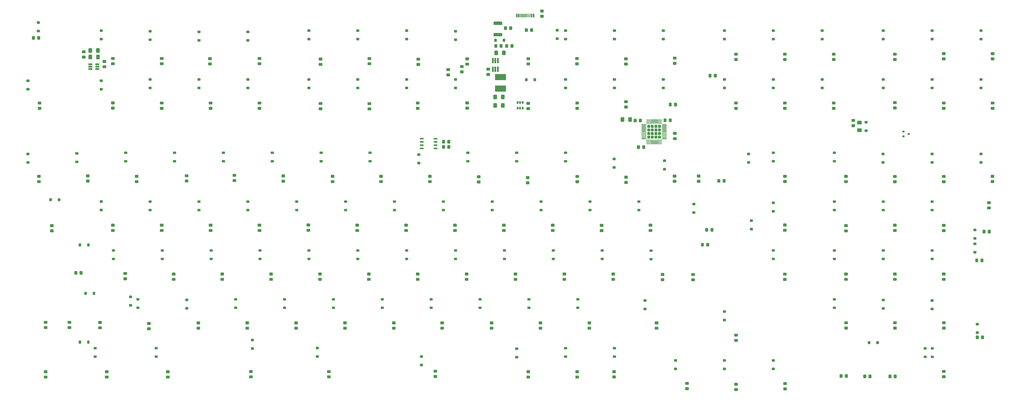
<source format=gbr>
G04 #@! TF.GenerationSoftware,KiCad,Pcbnew,(5.99.0-3379-gdb40e0c595)*
G04 #@! TF.CreationDate,2020-09-18T00:05:36-04:00*
G04 #@! TF.ProjectId,Boston-keyboard-S,426f7374-6f6e-42d6-9b65-79626f617264,rev?*
G04 #@! TF.SameCoordinates,Original*
G04 #@! TF.FileFunction,Paste,Bot*
G04 #@! TF.FilePolarity,Positive*
%FSLAX46Y46*%
G04 Gerber Fmt 4.6, Leading zero omitted, Abs format (unit mm)*
G04 Created by KiCad (PCBNEW (5.99.0-3379-gdb40e0c595)) date 2020-09-18 00:05:36*
%MOMM*%
%LPD*%
G01*
G04 APERTURE LIST*
%ADD10R,1.550000X0.600000*%
%ADD11R,4.200000X2.400000*%
%ADD12R,0.650000X1.060000*%
%ADD13R,0.650000X2.000000*%
%ADD14R,1.560000X0.650000*%
%ADD15R,0.900000X0.800000*%
G04 APERTURE END LIST*
G36*
G01*
X381375001Y-71575000D02*
X382624999Y-71575000D01*
G75*
G02*
X382875000Y-71825001I0J-250001D01*
G01*
X382875000Y-72749999D01*
G75*
G02*
X382624999Y-73000000I-250001J0D01*
G01*
X381375001Y-73000000D01*
G75*
G02*
X381125000Y-72749999I0J250001D01*
G01*
X381125000Y-71825001D01*
G75*
G02*
X381375001Y-71575000I250001J0D01*
G01*
G37*
G36*
G01*
X381375001Y-68600000D02*
X382624999Y-68600000D01*
G75*
G02*
X382875000Y-68850001I0J-250001D01*
G01*
X382875000Y-69774999D01*
G75*
G02*
X382624999Y-70025000I-250001J0D01*
G01*
X381375001Y-70025000D01*
G75*
G02*
X381125000Y-69774999I0J250001D01*
G01*
X381125000Y-68850001D01*
G75*
G02*
X381375001Y-68600000I250001J0D01*
G01*
G37*
G36*
G01*
X84500000Y-44349999D02*
X84500000Y-43100001D01*
G75*
G02*
X84750001Y-42850000I250001J0D01*
G01*
X85674999Y-42850000D01*
G75*
G02*
X85925000Y-43100001I0J-250001D01*
G01*
X85925000Y-44349999D01*
G75*
G02*
X85674999Y-44600000I-250001J0D01*
G01*
X84750001Y-44600000D01*
G75*
G02*
X84500000Y-44349999I0J250001D01*
G01*
G37*
G36*
G01*
X81525000Y-44349999D02*
X81525000Y-43100001D01*
G75*
G02*
X81775001Y-42850000I250001J0D01*
G01*
X82699999Y-42850000D01*
G75*
G02*
X82950000Y-43100001I0J-250001D01*
G01*
X82950000Y-44349999D01*
G75*
G02*
X82699999Y-44600000I-250001J0D01*
G01*
X81775001Y-44600000D01*
G75*
G02*
X81525000Y-44349999I0J250001D01*
G01*
G37*
G36*
G01*
X84475000Y-41799999D02*
X84475000Y-40550001D01*
G75*
G02*
X84725001Y-40300000I250001J0D01*
G01*
X85649999Y-40300000D01*
G75*
G02*
X85900000Y-40550001I0J-250001D01*
G01*
X85900000Y-41799999D01*
G75*
G02*
X85649999Y-42050000I-250001J0D01*
G01*
X84725001Y-42050000D01*
G75*
G02*
X84475000Y-41799999I0J250001D01*
G01*
G37*
G36*
G01*
X81500000Y-41799999D02*
X81500000Y-40550001D01*
G75*
G02*
X81750001Y-40300000I250001J0D01*
G01*
X82674999Y-40300000D01*
G75*
G02*
X82925000Y-40550001I0J-250001D01*
G01*
X82925000Y-41799999D01*
G75*
G02*
X82674999Y-42050000I-250001J0D01*
G01*
X81750001Y-42050000D01*
G75*
G02*
X81500000Y-41799999I0J250001D01*
G01*
G37*
G36*
G01*
X374280000Y-168571251D02*
X374280000Y-167671249D01*
G75*
G02*
X374529999Y-167421250I249999J0D01*
G01*
X375180001Y-167421250D01*
G75*
G02*
X375430000Y-167671249I0J-249999D01*
G01*
X375430000Y-168571251D01*
G75*
G02*
X375180001Y-168821250I-249999J0D01*
G01*
X374529999Y-168821250D01*
G75*
G02*
X374280000Y-168571251I0J249999D01*
G01*
G37*
G36*
G01*
X376330000Y-168571251D02*
X376330000Y-167671249D01*
G75*
G02*
X376579999Y-167421250I249999J0D01*
G01*
X377230001Y-167421250D01*
G75*
G02*
X377480000Y-167671249I0J-249999D01*
G01*
X377480000Y-168571251D01*
G75*
G02*
X377230001Y-168821250I-249999J0D01*
G01*
X376579999Y-168821250D01*
G75*
G02*
X376330000Y-168571251I0J249999D01*
G01*
G37*
G36*
G01*
X124228750Y-99613750D02*
X124928750Y-99613750D01*
G75*
G02*
X125178750Y-99863750I0J-250000D01*
G01*
X125178750Y-100363750D01*
G75*
G02*
X124928750Y-100613750I-250000J0D01*
G01*
X124228750Y-100613750D01*
G75*
G02*
X123978750Y-100363750I0J250000D01*
G01*
X123978750Y-99863750D01*
G75*
G02*
X124228750Y-99613750I250000J0D01*
G01*
G37*
G36*
G01*
X124228750Y-102913750D02*
X124928750Y-102913750D01*
G75*
G02*
X125178750Y-103163750I0J-250000D01*
G01*
X125178750Y-103663750D01*
G75*
G02*
X124928750Y-103913750I-250000J0D01*
G01*
X124228750Y-103913750D01*
G75*
G02*
X123978750Y-103663750I0J250000D01*
G01*
X123978750Y-103163750D01*
G75*
G02*
X124228750Y-102913750I250000J0D01*
G01*
G37*
G36*
G01*
X79200000Y-127449999D02*
X79200000Y-128350001D01*
G75*
G02*
X78950001Y-128600000I-249999J0D01*
G01*
X78299999Y-128600000D01*
G75*
G02*
X78050000Y-128350001I0J249999D01*
G01*
X78050000Y-127449999D01*
G75*
G02*
X78299999Y-127200000I249999J0D01*
G01*
X78950001Y-127200000D01*
G75*
G02*
X79200000Y-127449999I0J-249999D01*
G01*
G37*
G36*
G01*
X77150000Y-127449999D02*
X77150000Y-128350001D01*
G75*
G02*
X76900001Y-128600000I-249999J0D01*
G01*
X76249999Y-128600000D01*
G75*
G02*
X76000000Y-128350001I0J249999D01*
G01*
X76000000Y-127449999D01*
G75*
G02*
X76249999Y-127200000I249999J0D01*
G01*
X76900001Y-127200000D01*
G75*
G02*
X77150000Y-127449999I0J-249999D01*
G01*
G37*
G36*
G01*
X147703124Y-108736250D02*
X148603126Y-108736250D01*
G75*
G02*
X148853125Y-108986249I0J-249999D01*
G01*
X148853125Y-109636251D01*
G75*
G02*
X148603126Y-109886250I-249999J0D01*
G01*
X147703124Y-109886250D01*
G75*
G02*
X147453125Y-109636251I0J249999D01*
G01*
X147453125Y-108986249D01*
G75*
G02*
X147703124Y-108736250I249999J0D01*
G01*
G37*
G36*
G01*
X147703124Y-110786250D02*
X148603126Y-110786250D01*
G75*
G02*
X148853125Y-111036249I0J-249999D01*
G01*
X148853125Y-111686251D01*
G75*
G02*
X148603126Y-111936250I-249999J0D01*
G01*
X147703124Y-111936250D01*
G75*
G02*
X147453125Y-111686251I0J249999D01*
G01*
X147453125Y-111036249D01*
G75*
G02*
X147703124Y-110786250I249999J0D01*
G01*
G37*
G36*
G01*
X238528750Y-99613750D02*
X239228750Y-99613750D01*
G75*
G02*
X239478750Y-99863750I0J-250000D01*
G01*
X239478750Y-100363750D01*
G75*
G02*
X239228750Y-100613750I-250000J0D01*
G01*
X238528750Y-100613750D01*
G75*
G02*
X238278750Y-100363750I0J250000D01*
G01*
X238278750Y-99863750D01*
G75*
G02*
X238528750Y-99613750I250000J0D01*
G01*
G37*
G36*
G01*
X238528750Y-102913750D02*
X239228750Y-102913750D01*
G75*
G02*
X239478750Y-103163750I0J-250000D01*
G01*
X239478750Y-103663750D01*
G75*
G02*
X239228750Y-103913750I-250000J0D01*
G01*
X238528750Y-103913750D01*
G75*
G02*
X238278750Y-103663750I0J250000D01*
G01*
X238278750Y-103163750D01*
G75*
G02*
X238528750Y-102913750I250000J0D01*
G01*
G37*
G36*
G01*
X257800000Y-25225000D02*
X258700000Y-25225000D01*
G75*
G02*
X258950000Y-25475000I0J-250000D01*
G01*
X258950000Y-26125000D01*
G75*
G02*
X258700000Y-26375000I-250000J0D01*
G01*
X257800000Y-26375000D01*
G75*
G02*
X257550000Y-26125000I0J250000D01*
G01*
X257550000Y-25475000D01*
G75*
G02*
X257800000Y-25225000I250000J0D01*
G01*
G37*
G36*
G01*
X257800000Y-27275000D02*
X258700000Y-27275000D01*
G75*
G02*
X258950000Y-27525000I0J-250000D01*
G01*
X258950000Y-28175000D01*
G75*
G02*
X258700000Y-28425000I-250000J0D01*
G01*
X257800000Y-28425000D01*
G75*
G02*
X257550000Y-28175000I0J250000D01*
G01*
X257550000Y-27525000D01*
G75*
G02*
X257800000Y-27275000I250000J0D01*
G01*
G37*
G36*
G01*
X255950000Y-52250000D02*
X255950000Y-52950000D01*
G75*
G02*
X255700000Y-53200000I-250000J0D01*
G01*
X255200000Y-53200000D01*
G75*
G02*
X254950000Y-52950000I0J250000D01*
G01*
X254950000Y-52250000D01*
G75*
G02*
X255200000Y-52000000I250000J0D01*
G01*
X255700000Y-52000000D01*
G75*
G02*
X255950000Y-52250000I0J-250000D01*
G01*
G37*
G36*
G01*
X252650000Y-52250000D02*
X252650000Y-52950000D01*
G75*
G02*
X252400000Y-53200000I-250000J0D01*
G01*
X251900000Y-53200000D01*
G75*
G02*
X251650000Y-52950000I0J250000D01*
G01*
X251650000Y-52250000D01*
G75*
G02*
X251900000Y-52000000I250000J0D01*
G01*
X252400000Y-52000000D01*
G75*
G02*
X252650000Y-52250000I0J-250000D01*
G01*
G37*
G36*
G01*
X222530000Y-78350000D02*
X222530000Y-79250000D01*
G75*
G02*
X222280000Y-79500000I-250000J0D01*
G01*
X221630000Y-79500000D01*
G75*
G02*
X221380000Y-79250000I0J250000D01*
G01*
X221380000Y-78350000D01*
G75*
G02*
X221630000Y-78100000I250000J0D01*
G01*
X222280000Y-78100000D01*
G75*
G02*
X222530000Y-78350000I0J-250000D01*
G01*
G37*
G36*
G01*
X220480000Y-78350000D02*
X220480000Y-79250000D01*
G75*
G02*
X220230000Y-79500000I-250000J0D01*
G01*
X219580000Y-79500000D01*
G75*
G02*
X219330000Y-79250000I0J250000D01*
G01*
X219330000Y-78350000D01*
G75*
G02*
X219580000Y-78100000I250000J0D01*
G01*
X220230000Y-78100000D01*
G75*
G02*
X220480000Y-78350000I0J-250000D01*
G01*
G37*
G36*
G01*
X97558750Y-136761250D02*
X98258750Y-136761250D01*
G75*
G02*
X98508750Y-137011250I0J-250000D01*
G01*
X98508750Y-137511250D01*
G75*
G02*
X98258750Y-137761250I-250000J0D01*
G01*
X97558750Y-137761250D01*
G75*
G02*
X97308750Y-137511250I0J250000D01*
G01*
X97308750Y-137011250D01*
G75*
G02*
X97558750Y-136761250I250000J0D01*
G01*
G37*
G36*
G01*
X97558750Y-140061250D02*
X98258750Y-140061250D01*
G75*
G02*
X98508750Y-140311250I0J-250000D01*
G01*
X98508750Y-140811250D01*
G75*
G02*
X98258750Y-141061250I-250000J0D01*
G01*
X97558750Y-141061250D01*
G75*
G02*
X97308750Y-140811250I0J250000D01*
G01*
X97308750Y-140311250D01*
G75*
G02*
X97558750Y-140061250I250000J0D01*
G01*
G37*
G36*
G01*
X262003124Y-108736250D02*
X262903126Y-108736250D01*
G75*
G02*
X263153125Y-108986249I0J-249999D01*
G01*
X263153125Y-109636251D01*
G75*
G02*
X262903126Y-109886250I-249999J0D01*
G01*
X262003124Y-109886250D01*
G75*
G02*
X261753125Y-109636251I0J249999D01*
G01*
X261753125Y-108986249D01*
G75*
G02*
X262003124Y-108736250I249999J0D01*
G01*
G37*
G36*
G01*
X262003124Y-110786250D02*
X262903126Y-110786250D01*
G75*
G02*
X263153125Y-111036249I0J-249999D01*
G01*
X263153125Y-111686251D01*
G75*
G02*
X262903126Y-111936250I-249999J0D01*
G01*
X262003124Y-111936250D01*
G75*
G02*
X261753125Y-111686251I0J249999D01*
G01*
X261753125Y-111036249D01*
G75*
G02*
X262003124Y-110786250I249999J0D01*
G01*
G37*
G36*
G01*
X286153750Y-51988750D02*
X286853750Y-51988750D01*
G75*
G02*
X287103750Y-52238750I0J-250000D01*
G01*
X287103750Y-52738750D01*
G75*
G02*
X286853750Y-52988750I-250000J0D01*
G01*
X286153750Y-52988750D01*
G75*
G02*
X285903750Y-52738750I0J250000D01*
G01*
X285903750Y-52238750D01*
G75*
G02*
X286153750Y-51988750I250000J0D01*
G01*
G37*
G36*
G01*
X286153750Y-55288750D02*
X286853750Y-55288750D01*
G75*
G02*
X287103750Y-55538750I0J-250000D01*
G01*
X287103750Y-56038750D01*
G75*
G02*
X286853750Y-56288750I-250000J0D01*
G01*
X286153750Y-56288750D01*
G75*
G02*
X285903750Y-56038750I0J250000D01*
G01*
X285903750Y-55538750D01*
G75*
G02*
X286153750Y-55288750I250000J0D01*
G01*
G37*
G36*
G01*
X239300000Y-63224999D02*
X239300000Y-61975001D01*
G75*
G02*
X239550001Y-61725000I250001J0D01*
G01*
X240474999Y-61725000D01*
G75*
G02*
X240725000Y-61975001I0J-250001D01*
G01*
X240725000Y-63224999D01*
G75*
G02*
X240474999Y-63475000I-250001J0D01*
G01*
X239550001Y-63475000D01*
G75*
G02*
X239300000Y-63224999I0J250001D01*
G01*
G37*
G36*
G01*
X242275000Y-63224999D02*
X242275000Y-61975001D01*
G75*
G02*
X242525001Y-61725000I250001J0D01*
G01*
X243449999Y-61725000D01*
G75*
G02*
X243700000Y-61975001I0J-250001D01*
G01*
X243700000Y-63224999D01*
G75*
G02*
X243449999Y-63475000I-250001J0D01*
G01*
X242525001Y-63475000D01*
G75*
G02*
X242275000Y-63224999I0J250001D01*
G01*
G37*
G36*
G01*
X156989999Y-89527500D02*
X157890001Y-89527500D01*
G75*
G02*
X158140000Y-89777499I0J-249999D01*
G01*
X158140000Y-90427501D01*
G75*
G02*
X157890001Y-90677500I-249999J0D01*
G01*
X156989999Y-90677500D01*
G75*
G02*
X156740000Y-90427501I0J249999D01*
G01*
X156740000Y-89777499D01*
G75*
G02*
X156989999Y-89527500I249999J0D01*
G01*
G37*
G36*
G01*
X156989999Y-91577500D02*
X157890001Y-91577500D01*
G75*
G02*
X158140000Y-91827499I0J-249999D01*
G01*
X158140000Y-92477501D01*
G75*
G02*
X157890001Y-92727500I-249999J0D01*
G01*
X156989999Y-92727500D01*
G75*
G02*
X156740000Y-92477501I0J249999D01*
G01*
X156740000Y-91827499D01*
G75*
G02*
X156989999Y-91577500I249999J0D01*
G01*
G37*
G36*
G01*
X66769999Y-108895000D02*
X67670001Y-108895000D01*
G75*
G02*
X67920000Y-109144999I0J-249999D01*
G01*
X67920000Y-109795001D01*
G75*
G02*
X67670001Y-110045000I-249999J0D01*
G01*
X66769999Y-110045000D01*
G75*
G02*
X66520000Y-109795001I0J249999D01*
G01*
X66520000Y-109144999D01*
G75*
G02*
X66769999Y-108895000I249999J0D01*
G01*
G37*
G36*
G01*
X66769999Y-110945000D02*
X67670001Y-110945000D01*
G75*
G02*
X67920000Y-111194999I0J-249999D01*
G01*
X67920000Y-111845001D01*
G75*
G02*
X67670001Y-112095000I-249999J0D01*
G01*
X66769999Y-112095000D01*
G75*
G02*
X66520000Y-111845001I0J249999D01*
G01*
X66520000Y-111194999D01*
G75*
G02*
X66769999Y-110945000I249999J0D01*
G01*
G37*
G36*
G01*
X252239999Y-90162500D02*
X253140001Y-90162500D01*
G75*
G02*
X253390000Y-90412499I0J-249999D01*
G01*
X253390000Y-91062501D01*
G75*
G02*
X253140001Y-91312500I-249999J0D01*
G01*
X252239999Y-91312500D01*
G75*
G02*
X251990000Y-91062501I0J249999D01*
G01*
X251990000Y-90412499D01*
G75*
G02*
X252239999Y-90162500I249999J0D01*
G01*
G37*
G36*
G01*
X252239999Y-92212500D02*
X253140001Y-92212500D01*
G75*
G02*
X253390000Y-92462499I0J-249999D01*
G01*
X253390000Y-93112501D01*
G75*
G02*
X253140001Y-93362500I-249999J0D01*
G01*
X252239999Y-93362500D01*
G75*
G02*
X251990000Y-93112501I0J249999D01*
G01*
X251990000Y-92462499D01*
G75*
G02*
X252239999Y-92212500I249999J0D01*
G01*
G37*
G36*
G01*
X291425001Y-47075000D02*
X290524999Y-47075000D01*
G75*
G02*
X290275000Y-46825001I0J249999D01*
G01*
X290275000Y-46174999D01*
G75*
G02*
X290524999Y-45925000I249999J0D01*
G01*
X291425001Y-45925000D01*
G75*
G02*
X291675000Y-46174999I0J-249999D01*
G01*
X291675000Y-46825001D01*
G75*
G02*
X291425001Y-47075000I-249999J0D01*
G01*
G37*
G36*
G01*
X291425001Y-45025000D02*
X290524999Y-45025000D01*
G75*
G02*
X290275000Y-44775001I0J249999D01*
G01*
X290275000Y-44124999D01*
G75*
G02*
X290524999Y-43875000I249999J0D01*
G01*
X291425001Y-43875000D01*
G75*
G02*
X291675000Y-44124999I0J-249999D01*
G01*
X291675000Y-44775001D01*
G75*
G02*
X291425001Y-45025000I-249999J0D01*
G01*
G37*
G36*
G01*
X190327499Y-127786250D02*
X191227501Y-127786250D01*
G75*
G02*
X191477500Y-128036249I0J-249999D01*
G01*
X191477500Y-128686251D01*
G75*
G02*
X191227501Y-128936250I-249999J0D01*
G01*
X190327499Y-128936250D01*
G75*
G02*
X190077500Y-128686251I0J249999D01*
G01*
X190077500Y-128036249D01*
G75*
G02*
X190327499Y-127786250I249999J0D01*
G01*
G37*
G36*
G01*
X190327499Y-129836250D02*
X191227501Y-129836250D01*
G75*
G02*
X191477500Y-130086249I0J-249999D01*
G01*
X191477500Y-130736251D01*
G75*
G02*
X191227501Y-130986250I-249999J0D01*
G01*
X190327499Y-130986250D01*
G75*
G02*
X190077500Y-130736251I0J249999D01*
G01*
X190077500Y-130086249D01*
G75*
G02*
X190327499Y-129836250I249999J0D01*
G01*
G37*
G36*
G01*
X224241250Y-51988750D02*
X224941250Y-51988750D01*
G75*
G02*
X225191250Y-52238750I0J-250000D01*
G01*
X225191250Y-52738750D01*
G75*
G02*
X224941250Y-52988750I-250000J0D01*
G01*
X224241250Y-52988750D01*
G75*
G02*
X223991250Y-52738750I0J250000D01*
G01*
X223991250Y-52238750D01*
G75*
G02*
X224241250Y-51988750I250000J0D01*
G01*
G37*
G36*
G01*
X224241250Y-55288750D02*
X224941250Y-55288750D01*
G75*
G02*
X225191250Y-55538750I0J-250000D01*
G01*
X225191250Y-56038750D01*
G75*
G02*
X224941250Y-56288750I-250000J0D01*
G01*
X224241250Y-56288750D01*
G75*
G02*
X223991250Y-56038750I0J250000D01*
G01*
X223991250Y-55538750D01*
G75*
G02*
X224241250Y-55288750I250000J0D01*
G01*
G37*
G36*
G01*
X253375001Y-47025000D02*
X252474999Y-47025000D01*
G75*
G02*
X252225000Y-46775001I0J249999D01*
G01*
X252225000Y-46124999D01*
G75*
G02*
X252474999Y-45875000I249999J0D01*
G01*
X253375001Y-45875000D01*
G75*
G02*
X253625000Y-46124999I0J-249999D01*
G01*
X253625000Y-46775001D01*
G75*
G02*
X253375001Y-47025000I-249999J0D01*
G01*
G37*
G36*
G01*
X253375001Y-44975000D02*
X252474999Y-44975000D01*
G75*
G02*
X252225000Y-44725001I0J249999D01*
G01*
X252225000Y-44074999D01*
G75*
G02*
X252474999Y-43825000I249999J0D01*
G01*
X253375001Y-43825000D01*
G75*
G02*
X253625000Y-44074999I0J-249999D01*
G01*
X253625000Y-44725001D01*
G75*
G02*
X253375001Y-44975000I-249999J0D01*
G01*
G37*
G36*
G01*
X276290624Y-146836250D02*
X277190626Y-146836250D01*
G75*
G02*
X277440625Y-147086249I0J-249999D01*
G01*
X277440625Y-147736251D01*
G75*
G02*
X277190626Y-147986250I-249999J0D01*
G01*
X276290624Y-147986250D01*
G75*
G02*
X276040625Y-147736251I0J249999D01*
G01*
X276040625Y-147086249D01*
G75*
G02*
X276290624Y-146836250I249999J0D01*
G01*
G37*
G36*
G01*
X276290624Y-148886250D02*
X277190626Y-148886250D01*
G75*
G02*
X277440625Y-149136249I0J-249999D01*
G01*
X277440625Y-149786251D01*
G75*
G02*
X277190626Y-150036250I-249999J0D01*
G01*
X276290624Y-150036250D01*
G75*
G02*
X276040625Y-149786251I0J249999D01*
G01*
X276040625Y-149136249D01*
G75*
G02*
X276290624Y-148886250I249999J0D01*
G01*
G37*
G36*
G01*
X276628750Y-99613750D02*
X277328750Y-99613750D01*
G75*
G02*
X277578750Y-99863750I0J-250000D01*
G01*
X277578750Y-100363750D01*
G75*
G02*
X277328750Y-100613750I-250000J0D01*
G01*
X276628750Y-100613750D01*
G75*
G02*
X276378750Y-100363750I0J250000D01*
G01*
X276378750Y-99863750D01*
G75*
G02*
X276628750Y-99613750I250000J0D01*
G01*
G37*
G36*
G01*
X276628750Y-102913750D02*
X277328750Y-102913750D01*
G75*
G02*
X277578750Y-103163750I0J-250000D01*
G01*
X277578750Y-103663750D01*
G75*
G02*
X277328750Y-103913750I-250000J0D01*
G01*
X276628750Y-103913750D01*
G75*
G02*
X276378750Y-103663750I0J250000D01*
G01*
X276378750Y-103163750D01*
G75*
G02*
X276628750Y-102913750I250000J0D01*
G01*
G37*
G36*
G01*
X414403124Y-61111250D02*
X415303126Y-61111250D01*
G75*
G02*
X415553125Y-61361249I0J-249999D01*
G01*
X415553125Y-62011251D01*
G75*
G02*
X415303126Y-62261250I-249999J0D01*
G01*
X414403124Y-62261250D01*
G75*
G02*
X414153125Y-62011251I0J249999D01*
G01*
X414153125Y-61361249D01*
G75*
G02*
X414403124Y-61111250I249999J0D01*
G01*
G37*
G36*
G01*
X414403124Y-63161250D02*
X415303126Y-63161250D01*
G75*
G02*
X415553125Y-63411249I0J-249999D01*
G01*
X415553125Y-64061251D01*
G75*
G02*
X415303126Y-64311250I-249999J0D01*
G01*
X414403124Y-64311250D01*
G75*
G02*
X414153125Y-64061251I0J249999D01*
G01*
X414153125Y-63411249D01*
G75*
G02*
X414403124Y-63161250I249999J0D01*
G01*
G37*
G36*
G01*
X348066250Y-80563750D02*
X348766250Y-80563750D01*
G75*
G02*
X349016250Y-80813750I0J-250000D01*
G01*
X349016250Y-81313750D01*
G75*
G02*
X348766250Y-81563750I-250000J0D01*
G01*
X348066250Y-81563750D01*
G75*
G02*
X347816250Y-81313750I0J250000D01*
G01*
X347816250Y-80813750D01*
G75*
G02*
X348066250Y-80563750I250000J0D01*
G01*
G37*
G36*
G01*
X348066250Y-83863750D02*
X348766250Y-83863750D01*
G75*
G02*
X349016250Y-84113750I0J-250000D01*
G01*
X349016250Y-84613750D01*
G75*
G02*
X348766250Y-84863750I-250000J0D01*
G01*
X348066250Y-84863750D01*
G75*
G02*
X347816250Y-84613750I0J250000D01*
G01*
X347816250Y-84113750D01*
G75*
G02*
X348066250Y-83863750I250000J0D01*
G01*
G37*
G36*
G01*
X171277499Y-127786250D02*
X172177501Y-127786250D01*
G75*
G02*
X172427500Y-128036249I0J-249999D01*
G01*
X172427500Y-128686251D01*
G75*
G02*
X172177501Y-128936250I-249999J0D01*
G01*
X171277499Y-128936250D01*
G75*
G02*
X171027500Y-128686251I0J249999D01*
G01*
X171027500Y-128036249D01*
G75*
G02*
X171277499Y-127786250I249999J0D01*
G01*
G37*
G36*
G01*
X171277499Y-129836250D02*
X172177501Y-129836250D01*
G75*
G02*
X172427500Y-130086249I0J-249999D01*
G01*
X172427500Y-130736251D01*
G75*
G02*
X172177501Y-130986250I-249999J0D01*
G01*
X171277499Y-130986250D01*
G75*
G02*
X171027500Y-130736251I0J249999D01*
G01*
X171027500Y-130086249D01*
G75*
G02*
X171277499Y-129836250I249999J0D01*
G01*
G37*
G36*
G01*
X209377499Y-127786250D02*
X210277501Y-127786250D01*
G75*
G02*
X210527500Y-128036249I0J-249999D01*
G01*
X210527500Y-128686251D01*
G75*
G02*
X210277501Y-128936250I-249999J0D01*
G01*
X209377499Y-128936250D01*
G75*
G02*
X209127500Y-128686251I0J249999D01*
G01*
X209127500Y-128036249D01*
G75*
G02*
X209377499Y-127786250I249999J0D01*
G01*
G37*
G36*
G01*
X209377499Y-129836250D02*
X210277501Y-129836250D01*
G75*
G02*
X210527500Y-130086249I0J-249999D01*
G01*
X210527500Y-130736251D01*
G75*
G02*
X210277501Y-130986250I-249999J0D01*
G01*
X209377499Y-130986250D01*
G75*
G02*
X209127500Y-130736251I0J249999D01*
G01*
X209127500Y-130086249D01*
G75*
G02*
X209377499Y-129836250I249999J0D01*
G01*
G37*
G36*
G01*
X57553750Y-52465000D02*
X58253750Y-52465000D01*
G75*
G02*
X58503750Y-52715000I0J-250000D01*
G01*
X58503750Y-53215000D01*
G75*
G02*
X58253750Y-53465000I-250000J0D01*
G01*
X57553750Y-53465000D01*
G75*
G02*
X57303750Y-53215000I0J250000D01*
G01*
X57303750Y-52715000D01*
G75*
G02*
X57553750Y-52465000I250000J0D01*
G01*
G37*
G36*
G01*
X57553750Y-55765000D02*
X58253750Y-55765000D01*
G75*
G02*
X58503750Y-56015000I0J-250000D01*
G01*
X58503750Y-56515000D01*
G75*
G02*
X58253750Y-56765000I-250000J0D01*
G01*
X57553750Y-56765000D01*
G75*
G02*
X57303750Y-56515000I0J250000D01*
G01*
X57303750Y-56015000D01*
G75*
G02*
X57553750Y-55765000I250000J0D01*
G01*
G37*
D10*
X216800000Y-75585000D03*
G36*
G01*
X217575000Y-76855000D02*
X217575000Y-76855000D01*
G75*
G02*
X217275000Y-77155000I-300000J0D01*
G01*
X216325000Y-77155000D01*
G75*
G02*
X216025000Y-76855000I0J300000D01*
G01*
X216025000Y-76855000D01*
G75*
G02*
X216325000Y-76555000I300000J0D01*
G01*
X217275000Y-76555000D01*
G75*
G02*
X217575000Y-76855000I0J-300000D01*
G01*
G37*
G36*
G01*
X217575000Y-78125000D02*
X217575000Y-78125000D01*
G75*
G02*
X217275000Y-78425000I-300000J0D01*
G01*
X216325000Y-78425000D01*
G75*
G02*
X216025000Y-78125000I0J300000D01*
G01*
X216025000Y-78125000D01*
G75*
G02*
X216325000Y-77825000I300000J0D01*
G01*
X217275000Y-77825000D01*
G75*
G02*
X217575000Y-78125000I0J-300000D01*
G01*
G37*
G36*
G01*
X217575000Y-79395000D02*
X217575000Y-79395000D01*
G75*
G02*
X217275000Y-79695000I-300000J0D01*
G01*
X216325000Y-79695000D01*
G75*
G02*
X216025000Y-79395000I0J300000D01*
G01*
X216025000Y-79395000D01*
G75*
G02*
X216325000Y-79095000I300000J0D01*
G01*
X217275000Y-79095000D01*
G75*
G02*
X217575000Y-79395000I0J-300000D01*
G01*
G37*
G36*
G01*
X212175000Y-79395000D02*
X212175000Y-79395000D01*
G75*
G02*
X211875000Y-79695000I-300000J0D01*
G01*
X210925000Y-79695000D01*
G75*
G02*
X210625000Y-79395000I0J300000D01*
G01*
X210625000Y-79395000D01*
G75*
G02*
X210925000Y-79095000I300000J0D01*
G01*
X211875000Y-79095000D01*
G75*
G02*
X212175000Y-79395000I0J-300000D01*
G01*
G37*
G36*
G01*
X212175000Y-78125000D02*
X212175000Y-78125000D01*
G75*
G02*
X211875000Y-78425000I-300000J0D01*
G01*
X210925000Y-78425000D01*
G75*
G02*
X210625000Y-78125000I0J300000D01*
G01*
X210625000Y-78125000D01*
G75*
G02*
X210925000Y-77825000I300000J0D01*
G01*
X211875000Y-77825000D01*
G75*
G02*
X212175000Y-78125000I0J-300000D01*
G01*
G37*
G36*
G01*
X212175000Y-76855000D02*
X212175000Y-76855000D01*
G75*
G02*
X211875000Y-77155000I-300000J0D01*
G01*
X210925000Y-77155000D01*
G75*
G02*
X210625000Y-76855000I0J300000D01*
G01*
X210625000Y-76855000D01*
G75*
G02*
X210925000Y-76555000I300000J0D01*
G01*
X211875000Y-76555000D01*
G75*
G02*
X212175000Y-76855000I0J-300000D01*
G01*
G37*
G36*
G01*
X212175000Y-75585000D02*
X212175000Y-75585000D01*
G75*
G02*
X211875000Y-75885000I-300000J0D01*
G01*
X210925000Y-75885000D01*
G75*
G02*
X210625000Y-75585000I0J300000D01*
G01*
X210625000Y-75585000D01*
G75*
G02*
X210925000Y-75285000I300000J0D01*
G01*
X211875000Y-75285000D01*
G75*
G02*
X212175000Y-75585000I0J-300000D01*
G01*
G37*
G36*
G01*
X87275000Y-44900000D02*
X88175000Y-44900000D01*
G75*
G02*
X88425000Y-45150000I0J-250000D01*
G01*
X88425000Y-45800000D01*
G75*
G02*
X88175000Y-46050000I-250000J0D01*
G01*
X87275000Y-46050000D01*
G75*
G02*
X87025000Y-45800000I0J250000D01*
G01*
X87025000Y-45150000D01*
G75*
G02*
X87275000Y-44900000I250000J0D01*
G01*
G37*
G36*
G01*
X87275000Y-46950000D02*
X88175000Y-46950000D01*
G75*
G02*
X88425000Y-47200000I0J-250000D01*
G01*
X88425000Y-47850000D01*
G75*
G02*
X88175000Y-48100000I-250000J0D01*
G01*
X87275000Y-48100000D01*
G75*
G02*
X87025000Y-47850000I0J250000D01*
G01*
X87025000Y-47200000D01*
G75*
G02*
X87275000Y-46950000I250000J0D01*
G01*
G37*
G36*
G01*
X348066250Y-32938750D02*
X348766250Y-32938750D01*
G75*
G02*
X349016250Y-33188750I0J-250000D01*
G01*
X349016250Y-33688750D01*
G75*
G02*
X348766250Y-33938750I-250000J0D01*
G01*
X348066250Y-33938750D01*
G75*
G02*
X347816250Y-33688750I0J250000D01*
G01*
X347816250Y-33188750D01*
G75*
G02*
X348066250Y-32938750I250000J0D01*
G01*
G37*
G36*
G01*
X348066250Y-36238750D02*
X348766250Y-36238750D01*
G75*
G02*
X349016250Y-36488750I0J-250000D01*
G01*
X349016250Y-36988750D01*
G75*
G02*
X348766250Y-37238750I-250000J0D01*
G01*
X348066250Y-37238750D01*
G75*
G02*
X347816250Y-36988750I0J250000D01*
G01*
X347816250Y-36488750D01*
G75*
G02*
X348066250Y-36238750I250000J0D01*
G01*
G37*
G36*
G01*
X76603750Y-80818750D02*
X77303750Y-80818750D01*
G75*
G02*
X77553750Y-81068750I0J-250000D01*
G01*
X77553750Y-81568750D01*
G75*
G02*
X77303750Y-81818750I-250000J0D01*
G01*
X76603750Y-81818750D01*
G75*
G02*
X76353750Y-81568750I0J250000D01*
G01*
X76353750Y-81068750D01*
G75*
G02*
X76603750Y-80818750I250000J0D01*
G01*
G37*
G36*
G01*
X76603750Y-84118750D02*
X77303750Y-84118750D01*
G75*
G02*
X77553750Y-84368750I0J-250000D01*
G01*
X77553750Y-84868750D01*
G75*
G02*
X77303750Y-85118750I-250000J0D01*
G01*
X76603750Y-85118750D01*
G75*
G02*
X76353750Y-84868750I0J250000D01*
G01*
X76353750Y-84368750D01*
G75*
G02*
X76603750Y-84118750I250000J0D01*
G01*
G37*
G36*
G01*
X242953124Y-108736250D02*
X243853126Y-108736250D01*
G75*
G02*
X244103125Y-108986249I0J-249999D01*
G01*
X244103125Y-109636251D01*
G75*
G02*
X243853126Y-109886250I-249999J0D01*
G01*
X242953124Y-109886250D01*
G75*
G02*
X242703125Y-109636251I0J249999D01*
G01*
X242703125Y-108986249D01*
G75*
G02*
X242953124Y-108736250I249999J0D01*
G01*
G37*
G36*
G01*
X242953124Y-110786250D02*
X243853126Y-110786250D01*
G75*
G02*
X244103125Y-111036249I0J-249999D01*
G01*
X244103125Y-111686251D01*
G75*
G02*
X243853126Y-111936250I-249999J0D01*
G01*
X242953124Y-111936250D01*
G75*
G02*
X242703125Y-111686251I0J249999D01*
G01*
X242703125Y-111036249D01*
G75*
G02*
X242953124Y-110786250I249999J0D01*
G01*
G37*
G36*
G01*
X114703750Y-80563750D02*
X115403750Y-80563750D01*
G75*
G02*
X115653750Y-80813750I0J-250000D01*
G01*
X115653750Y-81313750D01*
G75*
G02*
X115403750Y-81563750I-250000J0D01*
G01*
X114703750Y-81563750D01*
G75*
G02*
X114453750Y-81313750I0J250000D01*
G01*
X114453750Y-80813750D01*
G75*
G02*
X114703750Y-80563750I250000J0D01*
G01*
G37*
G36*
G01*
X114703750Y-83863750D02*
X115403750Y-83863750D01*
G75*
G02*
X115653750Y-84113750I0J-250000D01*
G01*
X115653750Y-84613750D01*
G75*
G02*
X115403750Y-84863750I-250000J0D01*
G01*
X114703750Y-84863750D01*
G75*
G02*
X114453750Y-84613750I0J250000D01*
G01*
X114453750Y-84113750D01*
G75*
G02*
X114703750Y-83863750I250000J0D01*
G01*
G37*
G36*
G01*
X152227499Y-127786250D02*
X153127501Y-127786250D01*
G75*
G02*
X153377500Y-128036249I0J-249999D01*
G01*
X153377500Y-128686251D01*
G75*
G02*
X153127501Y-128936250I-249999J0D01*
G01*
X152227499Y-128936250D01*
G75*
G02*
X151977500Y-128686251I0J249999D01*
G01*
X151977500Y-128036249D01*
G75*
G02*
X152227499Y-127786250I249999J0D01*
G01*
G37*
G36*
G01*
X152227499Y-129836250D02*
X153127501Y-129836250D01*
G75*
G02*
X153377500Y-130086249I0J-249999D01*
G01*
X153377500Y-130736251D01*
G75*
G02*
X153127501Y-130986250I-249999J0D01*
G01*
X152227499Y-130986250D01*
G75*
G02*
X151977500Y-130736251I0J249999D01*
G01*
X151977500Y-130086249D01*
G75*
G02*
X152227499Y-129836250I249999J0D01*
G01*
G37*
G36*
G01*
X352490624Y-42061250D02*
X353390626Y-42061250D01*
G75*
G02*
X353640625Y-42311249I0J-249999D01*
G01*
X353640625Y-42961251D01*
G75*
G02*
X353390626Y-43211250I-249999J0D01*
G01*
X352490624Y-43211250D01*
G75*
G02*
X352240625Y-42961251I0J249999D01*
G01*
X352240625Y-42311249D01*
G75*
G02*
X352490624Y-42061250I249999J0D01*
G01*
G37*
G36*
G01*
X352490624Y-44111250D02*
X353390626Y-44111250D01*
G75*
G02*
X353640625Y-44361249I0J-249999D01*
G01*
X353640625Y-45011251D01*
G75*
G02*
X353390626Y-45261250I-249999J0D01*
G01*
X352490624Y-45261250D01*
G75*
G02*
X352240625Y-45011251I0J249999D01*
G01*
X352240625Y-44361249D01*
G75*
G02*
X352490624Y-44111250I249999J0D01*
G01*
G37*
G36*
G01*
X205191250Y-51988750D02*
X205891250Y-51988750D01*
G75*
G02*
X206141250Y-52238750I0J-250000D01*
G01*
X206141250Y-52738750D01*
G75*
G02*
X205891250Y-52988750I-250000J0D01*
G01*
X205191250Y-52988750D01*
G75*
G02*
X204941250Y-52738750I0J250000D01*
G01*
X204941250Y-52238750D01*
G75*
G02*
X205191250Y-51988750I250000J0D01*
G01*
G37*
G36*
G01*
X205191250Y-55288750D02*
X205891250Y-55288750D01*
G75*
G02*
X206141250Y-55538750I0J-250000D01*
G01*
X206141250Y-56038750D01*
G75*
G02*
X205891250Y-56288750I-250000J0D01*
G01*
X205191250Y-56288750D01*
G75*
G02*
X204941250Y-56038750I0J250000D01*
G01*
X204941250Y-55538750D01*
G75*
G02*
X205191250Y-55288750I250000J0D01*
G01*
G37*
G36*
G01*
X243291250Y-118663750D02*
X243991250Y-118663750D01*
G75*
G02*
X244241250Y-118913750I0J-250000D01*
G01*
X244241250Y-119413750D01*
G75*
G02*
X243991250Y-119663750I-250000J0D01*
G01*
X243291250Y-119663750D01*
G75*
G02*
X243041250Y-119413750I0J250000D01*
G01*
X243041250Y-118913750D01*
G75*
G02*
X243291250Y-118663750I250000J0D01*
G01*
G37*
G36*
G01*
X243291250Y-121963750D02*
X243991250Y-121963750D01*
G75*
G02*
X244241250Y-122213750I0J-250000D01*
G01*
X244241250Y-122713750D01*
G75*
G02*
X243991250Y-122963750I-250000J0D01*
G01*
X243291250Y-122963750D01*
G75*
G02*
X243041250Y-122713750I0J250000D01*
G01*
X243041250Y-122213750D01*
G75*
G02*
X243291250Y-121963750I250000J0D01*
G01*
G37*
G36*
G01*
X433453124Y-41823125D02*
X434353126Y-41823125D01*
G75*
G02*
X434603125Y-42073124I0J-249999D01*
G01*
X434603125Y-42723126D01*
G75*
G02*
X434353126Y-42973125I-249999J0D01*
G01*
X433453124Y-42973125D01*
G75*
G02*
X433203125Y-42723126I0J249999D01*
G01*
X433203125Y-42073124D01*
G75*
G02*
X433453124Y-41823125I249999J0D01*
G01*
G37*
G36*
G01*
X433453124Y-43873125D02*
X434353126Y-43873125D01*
G75*
G02*
X434603125Y-44123124I0J-249999D01*
G01*
X434603125Y-44773126D01*
G75*
G02*
X434353126Y-45023125I-249999J0D01*
G01*
X433453124Y-45023125D01*
G75*
G02*
X433203125Y-44773126I0J249999D01*
G01*
X433203125Y-44123124D01*
G75*
G02*
X433453124Y-43873125I249999J0D01*
G01*
G37*
G36*
G01*
X218902499Y-146836250D02*
X219802501Y-146836250D01*
G75*
G02*
X220052500Y-147086249I0J-249999D01*
G01*
X220052500Y-147736251D01*
G75*
G02*
X219802501Y-147986250I-249999J0D01*
G01*
X218902499Y-147986250D01*
G75*
G02*
X218652500Y-147736251I0J249999D01*
G01*
X218652500Y-147086249D01*
G75*
G02*
X218902499Y-146836250I249999J0D01*
G01*
G37*
G36*
G01*
X218902499Y-148886250D02*
X219802501Y-148886250D01*
G75*
G02*
X220052500Y-149136249I0J-249999D01*
G01*
X220052500Y-149786251D01*
G75*
G02*
X219802501Y-150036250I-249999J0D01*
G01*
X218902499Y-150036250D01*
G75*
G02*
X218652500Y-149786251I0J249999D01*
G01*
X218652500Y-149136249D01*
G75*
G02*
X218902499Y-148886250I249999J0D01*
G01*
G37*
G36*
G01*
X272350001Y-46950000D02*
X271449999Y-46950000D01*
G75*
G02*
X271200000Y-46700001I0J249999D01*
G01*
X271200000Y-46049999D01*
G75*
G02*
X271449999Y-45800000I249999J0D01*
G01*
X272350001Y-45800000D01*
G75*
G02*
X272600000Y-46049999I0J-249999D01*
G01*
X272600000Y-46700001D01*
G75*
G02*
X272350001Y-46950000I-249999J0D01*
G01*
G37*
G36*
G01*
X272350001Y-44900000D02*
X271449999Y-44900000D01*
G75*
G02*
X271200000Y-44650001I0J249999D01*
G01*
X271200000Y-43999999D01*
G75*
G02*
X271449999Y-43750000I249999J0D01*
G01*
X272350001Y-43750000D01*
G75*
G02*
X272600000Y-43999999I0J-249999D01*
G01*
X272600000Y-44650001D01*
G75*
G02*
X272350001Y-44900000I-249999J0D01*
G01*
G37*
G36*
G01*
X329016250Y-32938750D02*
X329716250Y-32938750D01*
G75*
G02*
X329966250Y-33188750I0J-250000D01*
G01*
X329966250Y-33688750D01*
G75*
G02*
X329716250Y-33938750I-250000J0D01*
G01*
X329016250Y-33938750D01*
G75*
G02*
X328766250Y-33688750I0J250000D01*
G01*
X328766250Y-33188750D01*
G75*
G02*
X329016250Y-32938750I250000J0D01*
G01*
G37*
G36*
G01*
X329016250Y-36238750D02*
X329716250Y-36238750D01*
G75*
G02*
X329966250Y-36488750I0J-250000D01*
G01*
X329966250Y-36988750D01*
G75*
G02*
X329716250Y-37238750I-250000J0D01*
G01*
X329016250Y-37238750D01*
G75*
G02*
X328766250Y-36988750I0J250000D01*
G01*
X328766250Y-36488750D01*
G75*
G02*
X329016250Y-36238750I250000J0D01*
G01*
G37*
G36*
G01*
X171853750Y-80563750D02*
X172553750Y-80563750D01*
G75*
G02*
X172803750Y-80813750I0J-250000D01*
G01*
X172803750Y-81313750D01*
G75*
G02*
X172553750Y-81563750I-250000J0D01*
G01*
X171853750Y-81563750D01*
G75*
G02*
X171603750Y-81313750I0J250000D01*
G01*
X171603750Y-80813750D01*
G75*
G02*
X171853750Y-80563750I250000J0D01*
G01*
G37*
G36*
G01*
X171853750Y-83863750D02*
X172553750Y-83863750D01*
G75*
G02*
X172803750Y-84113750I0J-250000D01*
G01*
X172803750Y-84613750D01*
G75*
G02*
X172553750Y-84863750I-250000J0D01*
G01*
X171853750Y-84863750D01*
G75*
G02*
X171603750Y-84613750I0J250000D01*
G01*
X171603750Y-84113750D01*
G75*
G02*
X171853750Y-83863750I250000J0D01*
G01*
G37*
G36*
G01*
X302484374Y-146836250D02*
X303384376Y-146836250D01*
G75*
G02*
X303634375Y-147086249I0J-249999D01*
G01*
X303634375Y-147736251D01*
G75*
G02*
X303384376Y-147986250I-249999J0D01*
G01*
X302484374Y-147986250D01*
G75*
G02*
X302234375Y-147736251I0J249999D01*
G01*
X302234375Y-147086249D01*
G75*
G02*
X302484374Y-146836250I249999J0D01*
G01*
G37*
G36*
G01*
X302484374Y-148886250D02*
X303384376Y-148886250D01*
G75*
G02*
X303634375Y-149136249I0J-249999D01*
G01*
X303634375Y-149786251D01*
G75*
G02*
X303384376Y-150036250I-249999J0D01*
G01*
X302484374Y-150036250D01*
G75*
G02*
X302234375Y-149786251I0J249999D01*
G01*
X302234375Y-149136249D01*
G75*
G02*
X302484374Y-148886250I249999J0D01*
G01*
G37*
G36*
G01*
X80789999Y-89500000D02*
X81690001Y-89500000D01*
G75*
G02*
X81940000Y-89749999I0J-249999D01*
G01*
X81940000Y-90400001D01*
G75*
G02*
X81690001Y-90650000I-249999J0D01*
G01*
X80789999Y-90650000D01*
G75*
G02*
X80540000Y-90400001I0J249999D01*
G01*
X80540000Y-89749999D01*
G75*
G02*
X80789999Y-89500000I249999J0D01*
G01*
G37*
G36*
G01*
X80789999Y-91550000D02*
X81690001Y-91550000D01*
G75*
G02*
X81940000Y-91799999I0J-249999D01*
G01*
X81940000Y-92450001D01*
G75*
G02*
X81690001Y-92700000I-249999J0D01*
G01*
X80789999Y-92700000D01*
G75*
G02*
X80540000Y-92450001I0J249999D01*
G01*
X80540000Y-91799999D01*
G75*
G02*
X80789999Y-91550000I249999J0D01*
G01*
G37*
G36*
G01*
X219478750Y-99613750D02*
X220178750Y-99613750D01*
G75*
G02*
X220428750Y-99863750I0J-250000D01*
G01*
X220428750Y-100363750D01*
G75*
G02*
X220178750Y-100613750I-250000J0D01*
G01*
X219478750Y-100613750D01*
G75*
G02*
X219228750Y-100363750I0J250000D01*
G01*
X219228750Y-99863750D01*
G75*
G02*
X219478750Y-99613750I250000J0D01*
G01*
G37*
G36*
G01*
X219478750Y-102913750D02*
X220178750Y-102913750D01*
G75*
G02*
X220428750Y-103163750I0J-250000D01*
G01*
X220428750Y-103663750D01*
G75*
G02*
X220178750Y-103913750I-250000J0D01*
G01*
X219478750Y-103913750D01*
G75*
G02*
X219228750Y-103663750I0J250000D01*
G01*
X219228750Y-103163750D01*
G75*
G02*
X219478750Y-102913750I250000J0D01*
G01*
G37*
G36*
G01*
X228427499Y-127786250D02*
X229327501Y-127786250D01*
G75*
G02*
X229577500Y-128036249I0J-249999D01*
G01*
X229577500Y-128686251D01*
G75*
G02*
X229327501Y-128936250I-249999J0D01*
G01*
X228427499Y-128936250D01*
G75*
G02*
X228177500Y-128686251I0J249999D01*
G01*
X228177500Y-128036249D01*
G75*
G02*
X228427499Y-127786250I249999J0D01*
G01*
G37*
G36*
G01*
X228427499Y-129836250D02*
X229327501Y-129836250D01*
G75*
G02*
X229577500Y-130086249I0J-249999D01*
G01*
X229577500Y-130736251D01*
G75*
G02*
X229327501Y-130986250I-249999J0D01*
G01*
X228427499Y-130986250D01*
G75*
G02*
X228177500Y-130736251I0J249999D01*
G01*
X228177500Y-130086249D01*
G75*
G02*
X228427499Y-129836250I249999J0D01*
G01*
G37*
G36*
G01*
X309500000Y-89590000D02*
X310400000Y-89590000D01*
G75*
G02*
X310650000Y-89840000I0J-250000D01*
G01*
X310650000Y-90490000D01*
G75*
G02*
X310400000Y-90740000I-250000J0D01*
G01*
X309500000Y-90740000D01*
G75*
G02*
X309250000Y-90490000I0J250000D01*
G01*
X309250000Y-89840000D01*
G75*
G02*
X309500000Y-89590000I250000J0D01*
G01*
G37*
G36*
G01*
X309500000Y-91640000D02*
X310400000Y-91640000D01*
G75*
G02*
X310650000Y-91890000I0J-250000D01*
G01*
X310650000Y-92540000D01*
G75*
G02*
X310400000Y-92790000I-250000J0D01*
G01*
X309500000Y-92790000D01*
G75*
G02*
X309250000Y-92540000I0J250000D01*
G01*
X309250000Y-91890000D01*
G75*
G02*
X309500000Y-91640000I250000J0D01*
G01*
G37*
G36*
G01*
X254775000Y-32800000D02*
X254775000Y-33700000D01*
G75*
G02*
X254525000Y-33950000I-250000J0D01*
G01*
X253875000Y-33950000D01*
G75*
G02*
X253625000Y-33700000I0J250000D01*
G01*
X253625000Y-32800000D01*
G75*
G02*
X253875000Y-32550000I250000J0D01*
G01*
X254525000Y-32550000D01*
G75*
G02*
X254775000Y-32800000I0J-250000D01*
G01*
G37*
G36*
G01*
X252725000Y-32800000D02*
X252725000Y-33700000D01*
G75*
G02*
X252475000Y-33950000I-250000J0D01*
G01*
X251825000Y-33950000D01*
G75*
G02*
X251575000Y-33700000I0J250000D01*
G01*
X251575000Y-32800000D01*
G75*
G02*
X251825000Y-32550000I250000J0D01*
G01*
X252475000Y-32550000D01*
G75*
G02*
X252725000Y-32800000I0J-250000D01*
G01*
G37*
G36*
G01*
X109603124Y-108736250D02*
X110503126Y-108736250D01*
G75*
G02*
X110753125Y-108986249I0J-249999D01*
G01*
X110753125Y-109636251D01*
G75*
G02*
X110503126Y-109886250I-249999J0D01*
G01*
X109603124Y-109886250D01*
G75*
G02*
X109353125Y-109636251I0J249999D01*
G01*
X109353125Y-108986249D01*
G75*
G02*
X109603124Y-108736250I249999J0D01*
G01*
G37*
G36*
G01*
X109603124Y-110786250D02*
X110503126Y-110786250D01*
G75*
G02*
X110753125Y-111036249I0J-249999D01*
G01*
X110753125Y-111686251D01*
G75*
G02*
X110503126Y-111936250I-249999J0D01*
G01*
X109603124Y-111936250D01*
G75*
G02*
X109353125Y-111686251I0J249999D01*
G01*
X109353125Y-111036249D01*
G75*
G02*
X109603124Y-110786250I249999J0D01*
G01*
G37*
G36*
G01*
X333449999Y-170750000D02*
X334350001Y-170750000D01*
G75*
G02*
X334600000Y-170999999I0J-249999D01*
G01*
X334600000Y-171650001D01*
G75*
G02*
X334350001Y-171900000I-249999J0D01*
G01*
X333449999Y-171900000D01*
G75*
G02*
X333200000Y-171650001I0J249999D01*
G01*
X333200000Y-170999999D01*
G75*
G02*
X333449999Y-170750000I249999J0D01*
G01*
G37*
G36*
G01*
X333449999Y-172800000D02*
X334350001Y-172800000D01*
G75*
G02*
X334600000Y-173049999I0J-249999D01*
G01*
X334600000Y-173700001D01*
G75*
G02*
X334350001Y-173950000I-249999J0D01*
G01*
X333449999Y-173950000D01*
G75*
G02*
X333200000Y-173700001I0J249999D01*
G01*
X333200000Y-173049999D01*
G75*
G02*
X333449999Y-172800000I249999J0D01*
G01*
G37*
G36*
G01*
X137939999Y-89282500D02*
X138840001Y-89282500D01*
G75*
G02*
X139090000Y-89532499I0J-249999D01*
G01*
X139090000Y-90182501D01*
G75*
G02*
X138840001Y-90432500I-249999J0D01*
G01*
X137939999Y-90432500D01*
G75*
G02*
X137690000Y-90182501I0J249999D01*
G01*
X137690000Y-89532499D01*
G75*
G02*
X137939999Y-89282500I249999J0D01*
G01*
G37*
G36*
G01*
X137939999Y-91332500D02*
X138840001Y-91332500D01*
G75*
G02*
X139090000Y-91582499I0J-249999D01*
G01*
X139090000Y-92232501D01*
G75*
G02*
X138840001Y-92482500I-249999J0D01*
G01*
X137939999Y-92482500D01*
G75*
G02*
X137690000Y-92232501I0J249999D01*
G01*
X137690000Y-91582499D01*
G75*
G02*
X137939999Y-91332500I249999J0D01*
G01*
G37*
G36*
G01*
X57553750Y-81040000D02*
X58253750Y-81040000D01*
G75*
G02*
X58503750Y-81290000I0J-250000D01*
G01*
X58503750Y-81790000D01*
G75*
G02*
X58253750Y-82040000I-250000J0D01*
G01*
X57553750Y-82040000D01*
G75*
G02*
X57303750Y-81790000I0J250000D01*
G01*
X57303750Y-81290000D01*
G75*
G02*
X57553750Y-81040000I250000J0D01*
G01*
G37*
G36*
G01*
X57553750Y-84340000D02*
X58253750Y-84340000D01*
G75*
G02*
X58503750Y-84590000I0J-250000D01*
G01*
X58503750Y-85090000D01*
G75*
G02*
X58253750Y-85340000I-250000J0D01*
G01*
X57553750Y-85340000D01*
G75*
G02*
X57303750Y-85090000I0J250000D01*
G01*
X57303750Y-84590000D01*
G75*
G02*
X57553750Y-84340000I250000J0D01*
G01*
G37*
G36*
G01*
X64359374Y-146598125D02*
X65259376Y-146598125D01*
G75*
G02*
X65509375Y-146848124I0J-249999D01*
G01*
X65509375Y-147498126D01*
G75*
G02*
X65259376Y-147748125I-249999J0D01*
G01*
X64359374Y-147748125D01*
G75*
G02*
X64109375Y-147498126I0J249999D01*
G01*
X64109375Y-146848124D01*
G75*
G02*
X64359374Y-146598125I249999J0D01*
G01*
G37*
G36*
G01*
X64359374Y-148648125D02*
X65259376Y-148648125D01*
G75*
G02*
X65509375Y-148898124I0J-249999D01*
G01*
X65509375Y-149548126D01*
G75*
G02*
X65259376Y-149798125I-249999J0D01*
G01*
X64359374Y-149798125D01*
G75*
G02*
X64109375Y-149548126I0J249999D01*
G01*
X64109375Y-148898124D01*
G75*
G02*
X64359374Y-148648125I249999J0D01*
G01*
G37*
G36*
G01*
X236850000Y-47900000D02*
X237750000Y-47900000D01*
G75*
G02*
X238000000Y-48150000I0J-250000D01*
G01*
X238000000Y-48800000D01*
G75*
G02*
X237750000Y-49050000I-250000J0D01*
G01*
X236850000Y-49050000D01*
G75*
G02*
X236600000Y-48800000I0J250000D01*
G01*
X236600000Y-48150000D01*
G75*
G02*
X236850000Y-47900000I250000J0D01*
G01*
G37*
G36*
G01*
X236850000Y-49950000D02*
X237750000Y-49950000D01*
G75*
G02*
X238000000Y-50200000I0J-250000D01*
G01*
X238000000Y-50850000D01*
G75*
G02*
X237750000Y-51100000I-250000J0D01*
G01*
X236850000Y-51100000D01*
G75*
G02*
X236600000Y-50850000I0J250000D01*
G01*
X236600000Y-50200000D01*
G75*
G02*
X236850000Y-49950000I250000J0D01*
G01*
G37*
G36*
G01*
X414399999Y-165750000D02*
X415300001Y-165750000D01*
G75*
G02*
X415550000Y-165999999I0J-249999D01*
G01*
X415550000Y-166650001D01*
G75*
G02*
X415300001Y-166900000I-249999J0D01*
G01*
X414399999Y-166900000D01*
G75*
G02*
X414150000Y-166650001I0J249999D01*
G01*
X414150000Y-165999999D01*
G75*
G02*
X414399999Y-165750000I249999J0D01*
G01*
G37*
G36*
G01*
X414399999Y-167800000D02*
X415300001Y-167800000D01*
G75*
G02*
X415550000Y-168049999I0J-249999D01*
G01*
X415550000Y-168700001D01*
G75*
G02*
X415300001Y-168950000I-249999J0D01*
G01*
X414399999Y-168950000D01*
G75*
G02*
X414150000Y-168700001I0J249999D01*
G01*
X414150000Y-168049999D01*
G75*
G02*
X414399999Y-167800000I249999J0D01*
G01*
G37*
G36*
G01*
X167091250Y-118663750D02*
X167791250Y-118663750D01*
G75*
G02*
X168041250Y-118913750I0J-250000D01*
G01*
X168041250Y-119413750D01*
G75*
G02*
X167791250Y-119663750I-250000J0D01*
G01*
X167091250Y-119663750D01*
G75*
G02*
X166841250Y-119413750I0J250000D01*
G01*
X166841250Y-118913750D01*
G75*
G02*
X167091250Y-118663750I250000J0D01*
G01*
G37*
G36*
G01*
X167091250Y-121963750D02*
X167791250Y-121963750D01*
G75*
G02*
X168041250Y-122213750I0J-250000D01*
G01*
X168041250Y-122713750D01*
G75*
G02*
X167791250Y-122963750I-250000J0D01*
G01*
X167091250Y-122963750D01*
G75*
G02*
X166841250Y-122713750I0J250000D01*
G01*
X166841250Y-122213750D01*
G75*
G02*
X167091250Y-121963750I250000J0D01*
G01*
G37*
G36*
G01*
X298060000Y-138190000D02*
X298760000Y-138190000D01*
G75*
G02*
X299010000Y-138440000I0J-250000D01*
G01*
X299010000Y-138940000D01*
G75*
G02*
X298760000Y-139190000I-250000J0D01*
G01*
X298060000Y-139190000D01*
G75*
G02*
X297810000Y-138940000I0J250000D01*
G01*
X297810000Y-138440000D01*
G75*
G02*
X298060000Y-138190000I250000J0D01*
G01*
G37*
G36*
G01*
X298060000Y-141490000D02*
X298760000Y-141490000D01*
G75*
G02*
X299010000Y-141740000I0J-250000D01*
G01*
X299010000Y-142240000D01*
G75*
G02*
X298760000Y-142490000I-250000J0D01*
G01*
X298060000Y-142490000D01*
G75*
G02*
X297810000Y-142240000I0J250000D01*
G01*
X297810000Y-141740000D01*
G75*
G02*
X298060000Y-141490000I250000J0D01*
G01*
G37*
G36*
G01*
X110503126Y-46928125D02*
X109603124Y-46928125D01*
G75*
G02*
X109353125Y-46678126I0J249999D01*
G01*
X109353125Y-46028124D01*
G75*
G02*
X109603124Y-45778125I249999J0D01*
G01*
X110503126Y-45778125D01*
G75*
G02*
X110753125Y-46028124I0J-249999D01*
G01*
X110753125Y-46678126D01*
G75*
G02*
X110503126Y-46928125I-249999J0D01*
G01*
G37*
G36*
G01*
X110503126Y-44878125D02*
X109603124Y-44878125D01*
G75*
G02*
X109353125Y-44628126I0J249999D01*
G01*
X109353125Y-43978124D01*
G75*
G02*
X109603124Y-43728125I249999J0D01*
G01*
X110503126Y-43728125D01*
G75*
G02*
X110753125Y-43978124I0J-249999D01*
G01*
X110753125Y-44628126D01*
G75*
G02*
X110503126Y-44878125I-249999J0D01*
G01*
G37*
D11*
X242100000Y-51550000D03*
X242100000Y-56050000D03*
G36*
G01*
X409978750Y-99613750D02*
X410678750Y-99613750D01*
G75*
G02*
X410928750Y-99863750I0J-250000D01*
G01*
X410928750Y-100363750D01*
G75*
G02*
X410678750Y-100613750I-250000J0D01*
G01*
X409978750Y-100613750D01*
G75*
G02*
X409728750Y-100363750I0J250000D01*
G01*
X409728750Y-99863750D01*
G75*
G02*
X409978750Y-99613750I250000J0D01*
G01*
G37*
G36*
G01*
X409978750Y-102913750D02*
X410678750Y-102913750D01*
G75*
G02*
X410928750Y-103163750I0J-250000D01*
G01*
X410928750Y-103663750D01*
G75*
G02*
X410678750Y-103913750I-250000J0D01*
G01*
X409978750Y-103913750D01*
G75*
G02*
X409728750Y-103663750I0J250000D01*
G01*
X409728750Y-103163750D01*
G75*
G02*
X409978750Y-102913750I250000J0D01*
G01*
G37*
G36*
G01*
X320225625Y-117374376D02*
X320225625Y-116474374D01*
G75*
G02*
X320475624Y-116224375I249999J0D01*
G01*
X321125626Y-116224375D01*
G75*
G02*
X321375625Y-116474374I0J-249999D01*
G01*
X321375625Y-117374376D01*
G75*
G02*
X321125626Y-117624375I-249999J0D01*
G01*
X320475624Y-117624375D01*
G75*
G02*
X320225625Y-117374376I0J249999D01*
G01*
G37*
G36*
G01*
X322275625Y-117374376D02*
X322275625Y-116474374D01*
G75*
G02*
X322525624Y-116224375I249999J0D01*
G01*
X323175626Y-116224375D01*
G75*
G02*
X323425625Y-116474374I0J-249999D01*
G01*
X323425625Y-117374376D01*
G75*
G02*
X323175626Y-117624375I-249999J0D01*
G01*
X322525624Y-117624375D01*
G75*
G02*
X322275625Y-117374376I0J249999D01*
G01*
G37*
G36*
G01*
X297200000Y-68050000D02*
X297200000Y-68950000D01*
G75*
G02*
X296950000Y-69200000I-250000J0D01*
G01*
X296300000Y-69200000D01*
G75*
G02*
X296050000Y-68950000I0J250000D01*
G01*
X296050000Y-68050000D01*
G75*
G02*
X296300000Y-67800000I250000J0D01*
G01*
X296950000Y-67800000D01*
G75*
G02*
X297200000Y-68050000I0J-250000D01*
G01*
G37*
G36*
G01*
X295150000Y-68050000D02*
X295150000Y-68950000D01*
G75*
G02*
X294900000Y-69200000I-250000J0D01*
G01*
X294250000Y-69200000D01*
G75*
G02*
X294000000Y-68950000I0J250000D01*
G01*
X294000000Y-68050000D01*
G75*
G02*
X294250000Y-67800000I250000J0D01*
G01*
X294900000Y-67800000D01*
G75*
G02*
X295150000Y-68050000I0J-250000D01*
G01*
G37*
G36*
G01*
X210510001Y-47205000D02*
X209609999Y-47205000D01*
G75*
G02*
X209360000Y-46955001I0J249999D01*
G01*
X209360000Y-46304999D01*
G75*
G02*
X209609999Y-46055000I249999J0D01*
G01*
X210510001Y-46055000D01*
G75*
G02*
X210760000Y-46304999I0J-249999D01*
G01*
X210760000Y-46955001D01*
G75*
G02*
X210510001Y-47205000I-249999J0D01*
G01*
G37*
G36*
G01*
X210510001Y-45155000D02*
X209609999Y-45155000D01*
G75*
G02*
X209360000Y-44905001I0J249999D01*
G01*
X209360000Y-44254999D01*
G75*
G02*
X209609999Y-44005000I249999J0D01*
G01*
X210510001Y-44005000D01*
G75*
G02*
X210760000Y-44254999I0J-249999D01*
G01*
X210760000Y-44905001D01*
G75*
G02*
X210510001Y-45155000I-249999J0D01*
G01*
G37*
G36*
G01*
X352490624Y-108663750D02*
X353390626Y-108663750D01*
G75*
G02*
X353640625Y-108913749I0J-249999D01*
G01*
X353640625Y-109563751D01*
G75*
G02*
X353390626Y-109813750I-249999J0D01*
G01*
X352490624Y-109813750D01*
G75*
G02*
X352240625Y-109563751I0J249999D01*
G01*
X352240625Y-108913749D01*
G75*
G02*
X352490624Y-108663750I249999J0D01*
G01*
G37*
G36*
G01*
X352490624Y-110713750D02*
X353390626Y-110713750D01*
G75*
G02*
X353640625Y-110963749I0J-249999D01*
G01*
X353640625Y-111613751D01*
G75*
G02*
X353390626Y-111863750I-249999J0D01*
G01*
X352490624Y-111863750D01*
G75*
G02*
X352240625Y-111613751I0J249999D01*
G01*
X352240625Y-110963749D01*
G75*
G02*
X352490624Y-110713750I249999J0D01*
G01*
G37*
G36*
G01*
X61625000Y-29800000D02*
X62325000Y-29800000D01*
G75*
G02*
X62575000Y-30050000I0J-250000D01*
G01*
X62575000Y-30550000D01*
G75*
G02*
X62325000Y-30800000I-250000J0D01*
G01*
X61625000Y-30800000D01*
G75*
G02*
X61375000Y-30550000I0J250000D01*
G01*
X61375000Y-30050000D01*
G75*
G02*
X61625000Y-29800000I250000J0D01*
G01*
G37*
G36*
G01*
X61625000Y-33100000D02*
X62325000Y-33100000D01*
G75*
G02*
X62575000Y-33350000I0J-250000D01*
G01*
X62575000Y-33850000D01*
G75*
G02*
X62325000Y-34100000I-250000J0D01*
G01*
X61625000Y-34100000D01*
G75*
G02*
X61375000Y-33850000I0J250000D01*
G01*
X61375000Y-33350000D01*
G75*
G02*
X61625000Y-33100000I250000J0D01*
G01*
G37*
G36*
G01*
X281053124Y-108808750D02*
X281953126Y-108808750D01*
G75*
G02*
X282203125Y-109058749I0J-249999D01*
G01*
X282203125Y-109708751D01*
G75*
G02*
X281953126Y-109958750I-249999J0D01*
G01*
X281053124Y-109958750D01*
G75*
G02*
X280803125Y-109708751I0J249999D01*
G01*
X280803125Y-109058749D01*
G75*
G02*
X281053124Y-108808750I249999J0D01*
G01*
G37*
G36*
G01*
X281053124Y-110858750D02*
X281953126Y-110858750D01*
G75*
G02*
X282203125Y-111108749I0J-249999D01*
G01*
X282203125Y-111758751D01*
G75*
G02*
X281953126Y-112008750I-249999J0D01*
G01*
X281053124Y-112008750D01*
G75*
G02*
X280803125Y-111758751I0J249999D01*
G01*
X280803125Y-111108749D01*
G75*
G02*
X281053124Y-110858750I249999J0D01*
G01*
G37*
G36*
G01*
X128653124Y-61111250D02*
X129553126Y-61111250D01*
G75*
G02*
X129803125Y-61361249I0J-249999D01*
G01*
X129803125Y-62011251D01*
G75*
G02*
X129553126Y-62261250I-249999J0D01*
G01*
X128653124Y-62261250D01*
G75*
G02*
X128403125Y-62011251I0J249999D01*
G01*
X128403125Y-61361249D01*
G75*
G02*
X128653124Y-61111250I249999J0D01*
G01*
G37*
G36*
G01*
X128653124Y-63161250D02*
X129553126Y-63161250D01*
G75*
G02*
X129803125Y-63411249I0J-249999D01*
G01*
X129803125Y-64061251D01*
G75*
G02*
X129553126Y-64311250I-249999J0D01*
G01*
X128653124Y-64311250D01*
G75*
G02*
X128403125Y-64061251I0J249999D01*
G01*
X128403125Y-63411249D01*
G75*
G02*
X128653124Y-63161250I249999J0D01*
G01*
G37*
G36*
G01*
X352569999Y-170500000D02*
X353470001Y-170500000D01*
G75*
G02*
X353720000Y-170749999I0J-249999D01*
G01*
X353720000Y-171400001D01*
G75*
G02*
X353470001Y-171650000I-249999J0D01*
G01*
X352569999Y-171650000D01*
G75*
G02*
X352320000Y-171400001I0J249999D01*
G01*
X352320000Y-170749999D01*
G75*
G02*
X352569999Y-170500000I249999J0D01*
G01*
G37*
G36*
G01*
X352569999Y-172550000D02*
X353470001Y-172550000D01*
G75*
G02*
X353720000Y-172799999I0J-249999D01*
G01*
X353720000Y-173450001D01*
G75*
G02*
X353470001Y-173700000I-249999J0D01*
G01*
X352569999Y-173700000D01*
G75*
G02*
X352320000Y-173450001I0J249999D01*
G01*
X352320000Y-172799999D01*
G75*
G02*
X352569999Y-172550000I249999J0D01*
G01*
G37*
G36*
G01*
X367116250Y-32938750D02*
X367816250Y-32938750D01*
G75*
G02*
X368066250Y-33188750I0J-250000D01*
G01*
X368066250Y-33688750D01*
G75*
G02*
X367816250Y-33938750I-250000J0D01*
G01*
X367116250Y-33938750D01*
G75*
G02*
X366866250Y-33688750I0J250000D01*
G01*
X366866250Y-33188750D01*
G75*
G02*
X367116250Y-32938750I250000J0D01*
G01*
G37*
G36*
G01*
X367116250Y-36238750D02*
X367816250Y-36238750D01*
G75*
G02*
X368066250Y-36488750I0J-250000D01*
G01*
X368066250Y-36988750D01*
G75*
G02*
X367816250Y-37238750I-250000J0D01*
G01*
X367116250Y-37238750D01*
G75*
G02*
X366866250Y-36988750I0J250000D01*
G01*
X366866250Y-36488750D01*
G75*
G02*
X367116250Y-36238750I250000J0D01*
G01*
G37*
G36*
G01*
X95369599Y-127564000D02*
X96269601Y-127564000D01*
G75*
G02*
X96519600Y-127813999I0J-249999D01*
G01*
X96519600Y-128464001D01*
G75*
G02*
X96269601Y-128714000I-249999J0D01*
G01*
X95369599Y-128714000D01*
G75*
G02*
X95119600Y-128464001I0J249999D01*
G01*
X95119600Y-127813999D01*
G75*
G02*
X95369599Y-127564000I249999J0D01*
G01*
G37*
G36*
G01*
X95369599Y-129614000D02*
X96269601Y-129614000D01*
G75*
G02*
X96519600Y-129863999I0J-249999D01*
G01*
X96519600Y-130514001D01*
G75*
G02*
X96269601Y-130764000I-249999J0D01*
G01*
X95369599Y-130764000D01*
G75*
G02*
X95119600Y-130514001I0J249999D01*
G01*
X95119600Y-129863999D01*
G75*
G02*
X95369599Y-129614000I249999J0D01*
G01*
G37*
G36*
G01*
X143278750Y-33415000D02*
X143978750Y-33415000D01*
G75*
G02*
X144228750Y-33665000I0J-250000D01*
G01*
X144228750Y-34165000D01*
G75*
G02*
X143978750Y-34415000I-250000J0D01*
G01*
X143278750Y-34415000D01*
G75*
G02*
X143028750Y-34165000I0J250000D01*
G01*
X143028750Y-33665000D01*
G75*
G02*
X143278750Y-33415000I250000J0D01*
G01*
G37*
G36*
G01*
X143278750Y-36715000D02*
X143978750Y-36715000D01*
G75*
G02*
X144228750Y-36965000I0J-250000D01*
G01*
X144228750Y-37465000D01*
G75*
G02*
X143978750Y-37715000I-250000J0D01*
G01*
X143278750Y-37715000D01*
G75*
G02*
X143028750Y-37465000I0J250000D01*
G01*
X143028750Y-36965000D01*
G75*
G02*
X143278750Y-36715000I250000J0D01*
G01*
G37*
G36*
G01*
X352499999Y-89675000D02*
X353400001Y-89675000D01*
G75*
G02*
X353650000Y-89924999I0J-249999D01*
G01*
X353650000Y-90575001D01*
G75*
G02*
X353400001Y-90825000I-249999J0D01*
G01*
X352499999Y-90825000D01*
G75*
G02*
X352250000Y-90575001I0J249999D01*
G01*
X352250000Y-89924999D01*
G75*
G02*
X352499999Y-89675000I249999J0D01*
G01*
G37*
G36*
G01*
X352499999Y-91725000D02*
X353400001Y-91725000D01*
G75*
G02*
X353650000Y-91974999I0J-249999D01*
G01*
X353650000Y-92625001D01*
G75*
G02*
X353400001Y-92875000I-249999J0D01*
G01*
X352499999Y-92875000D01*
G75*
G02*
X352250000Y-92625001I0J249999D01*
G01*
X352250000Y-91974999D01*
G75*
G02*
X352499999Y-91725000I249999J0D01*
G01*
G37*
G36*
G01*
X395353124Y-60945625D02*
X396253126Y-60945625D01*
G75*
G02*
X396503125Y-61195624I0J-249999D01*
G01*
X396503125Y-61845626D01*
G75*
G02*
X396253126Y-62095625I-249999J0D01*
G01*
X395353124Y-62095625D01*
G75*
G02*
X395103125Y-61845626I0J249999D01*
G01*
X395103125Y-61195624D01*
G75*
G02*
X395353124Y-60945625I249999J0D01*
G01*
G37*
G36*
G01*
X395353124Y-62995625D02*
X396253126Y-62995625D01*
G75*
G02*
X396503125Y-63245624I0J-249999D01*
G01*
X396503125Y-63895626D01*
G75*
G02*
X396253126Y-64145625I-249999J0D01*
G01*
X395353124Y-64145625D01*
G75*
G02*
X395103125Y-63895626I0J249999D01*
G01*
X395103125Y-63245624D01*
G75*
G02*
X395353124Y-62995625I249999J0D01*
G01*
G37*
G36*
G01*
X90553124Y-61038750D02*
X91453126Y-61038750D01*
G75*
G02*
X91703125Y-61288749I0J-249999D01*
G01*
X91703125Y-61938751D01*
G75*
G02*
X91453126Y-62188750I-249999J0D01*
G01*
X90553124Y-62188750D01*
G75*
G02*
X90303125Y-61938751I0J249999D01*
G01*
X90303125Y-61288749D01*
G75*
G02*
X90553124Y-61038750I249999J0D01*
G01*
G37*
G36*
G01*
X90553124Y-63088750D02*
X91453126Y-63088750D01*
G75*
G02*
X91703125Y-63338749I0J-249999D01*
G01*
X91703125Y-63988751D01*
G75*
G02*
X91453126Y-64238750I-249999J0D01*
G01*
X90553124Y-64238750D01*
G75*
G02*
X90303125Y-63988751I0J249999D01*
G01*
X90303125Y-63338749D01*
G75*
G02*
X90553124Y-63088750I249999J0D01*
G01*
G37*
G36*
G01*
X333440624Y-42061250D02*
X334340626Y-42061250D01*
G75*
G02*
X334590625Y-42311249I0J-249999D01*
G01*
X334590625Y-42961251D01*
G75*
G02*
X334340626Y-43211250I-249999J0D01*
G01*
X333440624Y-43211250D01*
G75*
G02*
X333190625Y-42961251I0J249999D01*
G01*
X333190625Y-42311249D01*
G75*
G02*
X333440624Y-42061250I249999J0D01*
G01*
G37*
G36*
G01*
X333440624Y-44111250D02*
X334340626Y-44111250D01*
G75*
G02*
X334590625Y-44361249I0J-249999D01*
G01*
X334590625Y-45011251D01*
G75*
G02*
X334340626Y-45261250I-249999J0D01*
G01*
X333440624Y-45261250D01*
G75*
G02*
X333190625Y-45011251I0J249999D01*
G01*
X333190625Y-44361249D01*
G75*
G02*
X333440624Y-44111250I249999J0D01*
G01*
G37*
G36*
G01*
X427580000Y-147390000D02*
X428280000Y-147390000D01*
G75*
G02*
X428530000Y-147640000I0J-250000D01*
G01*
X428530000Y-148140000D01*
G75*
G02*
X428280000Y-148390000I-250000J0D01*
G01*
X427580000Y-148390000D01*
G75*
G02*
X427330000Y-148140000I0J250000D01*
G01*
X427330000Y-147640000D01*
G75*
G02*
X427580000Y-147390000I250000J0D01*
G01*
G37*
G36*
G01*
X427580000Y-150690000D02*
X428280000Y-150690000D01*
G75*
G02*
X428530000Y-150940000I0J-250000D01*
G01*
X428530000Y-151440000D01*
G75*
G02*
X428280000Y-151690000I-250000J0D01*
G01*
X427580000Y-151690000D01*
G75*
G02*
X427330000Y-151440000I0J250000D01*
G01*
X427330000Y-150940000D01*
G75*
G02*
X427580000Y-150690000I250000J0D01*
G01*
G37*
G36*
G01*
X266527499Y-127786250D02*
X267427501Y-127786250D01*
G75*
G02*
X267677500Y-128036249I0J-249999D01*
G01*
X267677500Y-128686251D01*
G75*
G02*
X267427501Y-128936250I-249999J0D01*
G01*
X266527499Y-128936250D01*
G75*
G02*
X266277500Y-128686251I0J249999D01*
G01*
X266277500Y-128036249D01*
G75*
G02*
X266527499Y-127786250I249999J0D01*
G01*
G37*
G36*
G01*
X266527499Y-129836250D02*
X267427501Y-129836250D01*
G75*
G02*
X267677500Y-130086249I0J-249999D01*
G01*
X267677500Y-130736251D01*
G75*
G02*
X267427501Y-130986250I-249999J0D01*
G01*
X266527499Y-130986250D01*
G75*
G02*
X266277500Y-130736251I0J249999D01*
G01*
X266277500Y-130086249D01*
G75*
G02*
X266527499Y-129836250I249999J0D01*
G01*
G37*
G36*
G01*
X85552499Y-146677500D02*
X86452501Y-146677500D01*
G75*
G02*
X86702500Y-146927499I0J-249999D01*
G01*
X86702500Y-147577501D01*
G75*
G02*
X86452501Y-147827500I-249999J0D01*
G01*
X85552499Y-147827500D01*
G75*
G02*
X85302500Y-147577501I0J249999D01*
G01*
X85302500Y-146927499D01*
G75*
G02*
X85552499Y-146677500I249999J0D01*
G01*
G37*
G36*
G01*
X85552499Y-148727500D02*
X86452501Y-148727500D01*
G75*
G02*
X86702500Y-148977499I0J-249999D01*
G01*
X86702500Y-149627501D01*
G75*
G02*
X86452501Y-149877500I-249999J0D01*
G01*
X85552499Y-149877500D01*
G75*
G02*
X85302500Y-149627501I0J249999D01*
G01*
X85302500Y-148977499D01*
G75*
G02*
X85552499Y-148727500I249999J0D01*
G01*
G37*
G36*
G01*
X414449999Y-146800000D02*
X415350001Y-146800000D01*
G75*
G02*
X415600000Y-147049999I0J-249999D01*
G01*
X415600000Y-147700001D01*
G75*
G02*
X415350001Y-147950000I-249999J0D01*
G01*
X414449999Y-147950000D01*
G75*
G02*
X414200000Y-147700001I0J249999D01*
G01*
X414200000Y-147049999D01*
G75*
G02*
X414449999Y-146800000I249999J0D01*
G01*
G37*
G36*
G01*
X414449999Y-148850000D02*
X415350001Y-148850000D01*
G75*
G02*
X415600000Y-149099999I0J-249999D01*
G01*
X415600000Y-149750001D01*
G75*
G02*
X415350001Y-150000000I-249999J0D01*
G01*
X414449999Y-150000000D01*
G75*
G02*
X414200000Y-149750001I0J249999D01*
G01*
X414200000Y-149099999D01*
G75*
G02*
X414449999Y-148850000I249999J0D01*
G01*
G37*
G36*
G01*
X205191250Y-32938750D02*
X205891250Y-32938750D01*
G75*
G02*
X206141250Y-33188750I0J-250000D01*
G01*
X206141250Y-33688750D01*
G75*
G02*
X205891250Y-33938750I-250000J0D01*
G01*
X205191250Y-33938750D01*
G75*
G02*
X204941250Y-33688750I0J250000D01*
G01*
X204941250Y-33188750D01*
G75*
G02*
X205191250Y-32938750I250000J0D01*
G01*
G37*
G36*
G01*
X205191250Y-36238750D02*
X205891250Y-36238750D01*
G75*
G02*
X206141250Y-36488750I0J-250000D01*
G01*
X206141250Y-36988750D01*
G75*
G02*
X205891250Y-37238750I-250000J0D01*
G01*
X205191250Y-37238750D01*
G75*
G02*
X204941250Y-36988750I0J250000D01*
G01*
X204941250Y-36488750D01*
G75*
G02*
X205191250Y-36238750I250000J0D01*
G01*
G37*
G36*
G01*
X352490624Y-61111250D02*
X353390626Y-61111250D01*
G75*
G02*
X353640625Y-61361249I0J-249999D01*
G01*
X353640625Y-62011251D01*
G75*
G02*
X353390626Y-62261250I-249999J0D01*
G01*
X352490624Y-62261250D01*
G75*
G02*
X352240625Y-62011251I0J249999D01*
G01*
X352240625Y-61361249D01*
G75*
G02*
X352490624Y-61111250I249999J0D01*
G01*
G37*
G36*
G01*
X352490624Y-63161250D02*
X353390626Y-63161250D01*
G75*
G02*
X353640625Y-63411249I0J-249999D01*
G01*
X353640625Y-64061251D01*
G75*
G02*
X353390626Y-64311250I-249999J0D01*
G01*
X352490624Y-64311250D01*
G75*
G02*
X352240625Y-64061251I0J249999D01*
G01*
X352240625Y-63411249D01*
G75*
G02*
X352490624Y-63161250I249999J0D01*
G01*
G37*
G36*
G01*
X317110000Y-100566250D02*
X317810000Y-100566250D01*
G75*
G02*
X318060000Y-100816250I0J-250000D01*
G01*
X318060000Y-101316250D01*
G75*
G02*
X317810000Y-101566250I-250000J0D01*
G01*
X317110000Y-101566250D01*
G75*
G02*
X316860000Y-101316250I0J250000D01*
G01*
X316860000Y-100816250D01*
G75*
G02*
X317110000Y-100566250I250000J0D01*
G01*
G37*
G36*
G01*
X317110000Y-103866250D02*
X317810000Y-103866250D01*
G75*
G02*
X318060000Y-104116250I0J-250000D01*
G01*
X318060000Y-104616250D01*
G75*
G02*
X317810000Y-104866250I-250000J0D01*
G01*
X317110000Y-104866250D01*
G75*
G02*
X316860000Y-104616250I0J250000D01*
G01*
X316860000Y-104116250D01*
G75*
G02*
X317110000Y-103866250I250000J0D01*
G01*
G37*
G36*
G01*
X123890624Y-146836250D02*
X124790626Y-146836250D01*
G75*
G02*
X125040625Y-147086249I0J-249999D01*
G01*
X125040625Y-147736251D01*
G75*
G02*
X124790626Y-147986250I-249999J0D01*
G01*
X123890624Y-147986250D01*
G75*
G02*
X123640625Y-147736251I0J249999D01*
G01*
X123640625Y-147086249D01*
G75*
G02*
X123890624Y-146836250I249999J0D01*
G01*
G37*
G36*
G01*
X123890624Y-148886250D02*
X124790626Y-148886250D01*
G75*
G02*
X125040625Y-149136249I0J-249999D01*
G01*
X125040625Y-149786251D01*
G75*
G02*
X124790626Y-150036250I-249999J0D01*
G01*
X123890624Y-150036250D01*
G75*
G02*
X123640625Y-149786251I0J249999D01*
G01*
X123640625Y-149136249D01*
G75*
G02*
X123890624Y-148886250I249999J0D01*
G01*
G37*
G36*
G01*
X124228750Y-51988750D02*
X124928750Y-51988750D01*
G75*
G02*
X125178750Y-52238750I0J-250000D01*
G01*
X125178750Y-52738750D01*
G75*
G02*
X124928750Y-52988750I-250000J0D01*
G01*
X124228750Y-52988750D01*
G75*
G02*
X123978750Y-52738750I0J250000D01*
G01*
X123978750Y-52238750D01*
G75*
G02*
X124228750Y-51988750I250000J0D01*
G01*
G37*
G36*
G01*
X124228750Y-55288750D02*
X124928750Y-55288750D01*
G75*
G02*
X125178750Y-55538750I0J-250000D01*
G01*
X125178750Y-56038750D01*
G75*
G02*
X124928750Y-56288750I-250000J0D01*
G01*
X124228750Y-56288750D01*
G75*
G02*
X123978750Y-56038750I0J250000D01*
G01*
X123978750Y-55538750D01*
G75*
G02*
X124228750Y-55288750I250000J0D01*
G01*
G37*
G36*
G01*
X79225000Y-41125000D02*
X80125000Y-41125000D01*
G75*
G02*
X80375000Y-41375000I0J-250000D01*
G01*
X80375000Y-42025000D01*
G75*
G02*
X80125000Y-42275000I-250000J0D01*
G01*
X79225000Y-42275000D01*
G75*
G02*
X78975000Y-42025000I0J250000D01*
G01*
X78975000Y-41375000D01*
G75*
G02*
X79225000Y-41125000I250000J0D01*
G01*
G37*
G36*
G01*
X79225000Y-43175000D02*
X80125000Y-43175000D01*
G75*
G02*
X80375000Y-43425000I0J-250000D01*
G01*
X80375000Y-44075000D01*
G75*
G02*
X80125000Y-44325000I-250000J0D01*
G01*
X79225000Y-44325000D01*
G75*
G02*
X78975000Y-44075000I0J250000D01*
G01*
X78975000Y-43425000D01*
G75*
G02*
X79225000Y-43175000I250000J0D01*
G01*
G37*
G36*
G01*
X83747500Y-156763750D02*
X84447500Y-156763750D01*
G75*
G02*
X84697500Y-157013750I0J-250000D01*
G01*
X84697500Y-157513750D01*
G75*
G02*
X84447500Y-157763750I-250000J0D01*
G01*
X83747500Y-157763750D01*
G75*
G02*
X83497500Y-157513750I0J250000D01*
G01*
X83497500Y-157013750D01*
G75*
G02*
X83747500Y-156763750I250000J0D01*
G01*
G37*
G36*
G01*
X83747500Y-160063750D02*
X84447500Y-160063750D01*
G75*
G02*
X84697500Y-160313750I0J-250000D01*
G01*
X84697500Y-160813750D01*
G75*
G02*
X84447500Y-161063750I-250000J0D01*
G01*
X83747500Y-161063750D01*
G75*
G02*
X83497500Y-160813750I0J250000D01*
G01*
X83497500Y-160313750D01*
G75*
G02*
X83747500Y-160063750I250000J0D01*
G01*
G37*
G36*
G01*
X228665624Y-61038750D02*
X229565626Y-61038750D01*
G75*
G02*
X229815625Y-61288749I0J-249999D01*
G01*
X229815625Y-61938751D01*
G75*
G02*
X229565626Y-62188750I-249999J0D01*
G01*
X228665624Y-62188750D01*
G75*
G02*
X228415625Y-61938751I0J249999D01*
G01*
X228415625Y-61288749D01*
G75*
G02*
X228665624Y-61038750I249999J0D01*
G01*
G37*
G36*
G01*
X228665624Y-63088750D02*
X229565626Y-63088750D01*
G75*
G02*
X229815625Y-63338749I0J-249999D01*
G01*
X229815625Y-63988751D01*
G75*
G02*
X229565626Y-64238750I-249999J0D01*
G01*
X228665624Y-64238750D01*
G75*
G02*
X228415625Y-63988751I0J249999D01*
G01*
X228415625Y-63338749D01*
G75*
G02*
X228665624Y-63088750I249999J0D01*
G01*
G37*
G36*
G01*
X333449999Y-151600000D02*
X334350001Y-151600000D01*
G75*
G02*
X334600000Y-151849999I0J-249999D01*
G01*
X334600000Y-152500001D01*
G75*
G02*
X334350001Y-152750000I-249999J0D01*
G01*
X333449999Y-152750000D01*
G75*
G02*
X333200000Y-152500001I0J249999D01*
G01*
X333200000Y-151849999D01*
G75*
G02*
X333449999Y-151600000I249999J0D01*
G01*
G37*
G36*
G01*
X333449999Y-153650000D02*
X334350001Y-153650000D01*
G75*
G02*
X334600000Y-153899999I0J-249999D01*
G01*
X334600000Y-154550001D01*
G75*
G02*
X334350001Y-154800000I-249999J0D01*
G01*
X333449999Y-154800000D01*
G75*
G02*
X333200000Y-154550001I0J249999D01*
G01*
X333200000Y-153899999D01*
G75*
G02*
X333449999Y-153650000I249999J0D01*
G01*
G37*
G36*
G01*
X248187000Y-28150000D02*
X248187000Y-27000000D01*
G75*
G02*
X248337000Y-26850000I150000J0D01*
G01*
X248637000Y-26850000D01*
G75*
G02*
X248787000Y-27000000I0J-150000D01*
G01*
X248787000Y-28150000D01*
G75*
G02*
X248637000Y-28300000I-150000J0D01*
G01*
X248337000Y-28300000D01*
G75*
G02*
X248187000Y-28150000I0J150000D01*
G01*
G37*
G36*
G01*
X248987000Y-28150000D02*
X248987000Y-27000000D01*
G75*
G02*
X249137000Y-26850000I150000J0D01*
G01*
X249437000Y-26850000D01*
G75*
G02*
X249587000Y-27000000I0J-150000D01*
G01*
X249587000Y-28150000D01*
G75*
G02*
X249437000Y-28300000I-150000J0D01*
G01*
X249137000Y-28300000D01*
G75*
G02*
X248987000Y-28150000I0J150000D01*
G01*
G37*
G36*
G01*
X250337000Y-28225000D02*
X250337000Y-26925000D01*
G75*
G02*
X250412000Y-26850000I75000J0D01*
G01*
X250562000Y-26850000D01*
G75*
G02*
X250637000Y-26925000I0J-75000D01*
G01*
X250637000Y-28225000D01*
G75*
G02*
X250562000Y-28300000I-75000J0D01*
G01*
X250412000Y-28300000D01*
G75*
G02*
X250337000Y-28225000I0J75000D01*
G01*
G37*
G36*
G01*
X251333000Y-28225000D02*
X251333000Y-26925000D01*
G75*
G02*
X251408000Y-26850000I75000J0D01*
G01*
X251558000Y-26850000D01*
G75*
G02*
X251633000Y-26925000I0J-75000D01*
G01*
X251633000Y-28225000D01*
G75*
G02*
X251558000Y-28300000I-75000J0D01*
G01*
X251408000Y-28300000D01*
G75*
G02*
X251333000Y-28225000I0J75000D01*
G01*
G37*
G36*
G01*
X251837000Y-28225000D02*
X251837000Y-26925000D01*
G75*
G02*
X251912000Y-26850000I75000J0D01*
G01*
X252062000Y-26850000D01*
G75*
G02*
X252137000Y-26925000I0J-75000D01*
G01*
X252137000Y-28225000D01*
G75*
G02*
X252062000Y-28300000I-75000J0D01*
G01*
X251912000Y-28300000D01*
G75*
G02*
X251837000Y-28225000I0J75000D01*
G01*
G37*
G36*
G01*
X252837000Y-28225000D02*
X252837000Y-26925000D01*
G75*
G02*
X252912000Y-26850000I75000J0D01*
G01*
X253062000Y-26850000D01*
G75*
G02*
X253137000Y-26925000I0J-75000D01*
G01*
X253137000Y-28225000D01*
G75*
G02*
X253062000Y-28300000I-75000J0D01*
G01*
X252912000Y-28300000D01*
G75*
G02*
X252837000Y-28225000I0J75000D01*
G01*
G37*
G36*
G01*
X254687000Y-28150000D02*
X254687000Y-27000000D01*
G75*
G02*
X254837000Y-26850000I150000J0D01*
G01*
X255137000Y-26850000D01*
G75*
G02*
X255287000Y-27000000I0J-150000D01*
G01*
X255287000Y-28150000D01*
G75*
G02*
X255137000Y-28300000I-150000J0D01*
G01*
X254837000Y-28300000D01*
G75*
G02*
X254687000Y-28150000I0J150000D01*
G01*
G37*
G36*
G01*
X253887000Y-28150000D02*
X253887000Y-27000000D01*
G75*
G02*
X254037000Y-26850000I150000J0D01*
G01*
X254337000Y-26850000D01*
G75*
G02*
X254487000Y-27000000I0J-150000D01*
G01*
X254487000Y-28150000D01*
G75*
G02*
X254337000Y-28300000I-150000J0D01*
G01*
X254037000Y-28300000D01*
G75*
G02*
X253887000Y-28150000I0J150000D01*
G01*
G37*
G36*
G01*
X253337000Y-28225000D02*
X253337000Y-26925000D01*
G75*
G02*
X253412000Y-26850000I75000J0D01*
G01*
X253562000Y-26850000D01*
G75*
G02*
X253637000Y-26925000I0J-75000D01*
G01*
X253637000Y-28225000D01*
G75*
G02*
X253562000Y-28300000I-75000J0D01*
G01*
X253412000Y-28300000D01*
G75*
G02*
X253337000Y-28225000I0J75000D01*
G01*
G37*
G36*
G01*
X252337000Y-28225000D02*
X252337000Y-26925000D01*
G75*
G02*
X252412000Y-26850000I75000J0D01*
G01*
X252562000Y-26850000D01*
G75*
G02*
X252637000Y-26925000I0J-75000D01*
G01*
X252637000Y-28225000D01*
G75*
G02*
X252562000Y-28300000I-75000J0D01*
G01*
X252412000Y-28300000D01*
G75*
G02*
X252337000Y-28225000I0J75000D01*
G01*
G37*
G36*
G01*
X250837000Y-28225000D02*
X250837000Y-26925000D01*
G75*
G02*
X250912000Y-26850000I75000J0D01*
G01*
X251062000Y-26850000D01*
G75*
G02*
X251137000Y-26925000I0J-75000D01*
G01*
X251137000Y-28225000D01*
G75*
G02*
X251062000Y-28300000I-75000J0D01*
G01*
X250912000Y-28300000D01*
G75*
G02*
X250837000Y-28225000I0J75000D01*
G01*
G37*
G36*
G01*
X249837000Y-28225000D02*
X249837000Y-26925000D01*
G75*
G02*
X249912000Y-26850000I75000J0D01*
G01*
X250062000Y-26850000D01*
G75*
G02*
X250137000Y-26925000I0J-75000D01*
G01*
X250137000Y-28225000D01*
G75*
G02*
X250062000Y-28300000I-75000J0D01*
G01*
X249912000Y-28300000D01*
G75*
G02*
X249837000Y-28225000I0J75000D01*
G01*
G37*
G36*
G01*
X61978124Y-61111250D02*
X62878126Y-61111250D01*
G75*
G02*
X63128125Y-61361249I0J-249999D01*
G01*
X63128125Y-62011251D01*
G75*
G02*
X62878126Y-62261250I-249999J0D01*
G01*
X61978124Y-62261250D01*
G75*
G02*
X61728125Y-62011251I0J249999D01*
G01*
X61728125Y-61361249D01*
G75*
G02*
X61978124Y-61111250I249999J0D01*
G01*
G37*
G36*
G01*
X61978124Y-63161250D02*
X62878126Y-63161250D01*
G75*
G02*
X63128125Y-63411249I0J-249999D01*
G01*
X63128125Y-64061251D01*
G75*
G02*
X62878126Y-64311250I-249999J0D01*
G01*
X61978124Y-64311250D01*
G75*
G02*
X61728125Y-64061251I0J249999D01*
G01*
X61728125Y-63411249D01*
G75*
G02*
X61978124Y-63161250I249999J0D01*
G01*
G37*
G36*
G01*
X185803124Y-108736250D02*
X186703126Y-108736250D01*
G75*
G02*
X186953125Y-108986249I0J-249999D01*
G01*
X186953125Y-109636251D01*
G75*
G02*
X186703126Y-109886250I-249999J0D01*
G01*
X185803124Y-109886250D01*
G75*
G02*
X185553125Y-109636251I0J249999D01*
G01*
X185553125Y-108986249D01*
G75*
G02*
X185803124Y-108736250I249999J0D01*
G01*
G37*
G36*
G01*
X185803124Y-110786250D02*
X186703126Y-110786250D01*
G75*
G02*
X186953125Y-111036249I0J-249999D01*
G01*
X186953125Y-111686251D01*
G75*
G02*
X186703126Y-111936250I-249999J0D01*
G01*
X185803124Y-111936250D01*
G75*
G02*
X185553125Y-111686251I0J249999D01*
G01*
X185553125Y-111036249D01*
G75*
G02*
X185803124Y-110786250I249999J0D01*
G01*
G37*
G36*
G01*
X81961250Y-116653750D02*
X81961250Y-117353750D01*
G75*
G02*
X81711250Y-117603750I-250000J0D01*
G01*
X81211250Y-117603750D01*
G75*
G02*
X80961250Y-117353750I0J250000D01*
G01*
X80961250Y-116653750D01*
G75*
G02*
X81211250Y-116403750I250000J0D01*
G01*
X81711250Y-116403750D01*
G75*
G02*
X81961250Y-116653750I0J-250000D01*
G01*
G37*
G36*
G01*
X78661250Y-116653750D02*
X78661250Y-117353750D01*
G75*
G02*
X78411250Y-117603750I-250000J0D01*
G01*
X77911250Y-117603750D01*
G75*
G02*
X77661250Y-117353750I0J250000D01*
G01*
X77661250Y-116653750D01*
G75*
G02*
X77911250Y-116403750I250000J0D01*
G01*
X78411250Y-116403750D01*
G75*
G02*
X78661250Y-116653750I0J-250000D01*
G01*
G37*
G36*
G01*
X214139999Y-89686250D02*
X215040001Y-89686250D01*
G75*
G02*
X215290000Y-89936249I0J-249999D01*
G01*
X215290000Y-90586251D01*
G75*
G02*
X215040001Y-90836250I-249999J0D01*
G01*
X214139999Y-90836250D01*
G75*
G02*
X213890000Y-90586251I0J249999D01*
G01*
X213890000Y-89936249D01*
G75*
G02*
X214139999Y-89686250I249999J0D01*
G01*
G37*
G36*
G01*
X214139999Y-91736250D02*
X215040001Y-91736250D01*
G75*
G02*
X215290000Y-91986249I0J-249999D01*
G01*
X215290000Y-92636251D01*
G75*
G02*
X215040001Y-92886250I-249999J0D01*
G01*
X214139999Y-92886250D01*
G75*
G02*
X213890000Y-92636251I0J249999D01*
G01*
X213890000Y-91986249D01*
G75*
G02*
X214139999Y-91736250I249999J0D01*
G01*
G37*
G36*
G01*
X348066250Y-161526250D02*
X348766250Y-161526250D01*
G75*
G02*
X349016250Y-161776250I0J-250000D01*
G01*
X349016250Y-162276250D01*
G75*
G02*
X348766250Y-162526250I-250000J0D01*
G01*
X348066250Y-162526250D01*
G75*
G02*
X347816250Y-162276250I0J250000D01*
G01*
X347816250Y-161776250D01*
G75*
G02*
X348066250Y-161526250I250000J0D01*
G01*
G37*
G36*
G01*
X348066250Y-164826250D02*
X348766250Y-164826250D01*
G75*
G02*
X349016250Y-165076250I0J-250000D01*
G01*
X349016250Y-165576250D01*
G75*
G02*
X348766250Y-165826250I-250000J0D01*
G01*
X348066250Y-165826250D01*
G75*
G02*
X347816250Y-165576250I0J250000D01*
G01*
X347816250Y-165076250D01*
G75*
G02*
X348066250Y-164826250I250000J0D01*
G01*
G37*
G36*
G01*
X124228750Y-33415000D02*
X124928750Y-33415000D01*
G75*
G02*
X125178750Y-33665000I0J-250000D01*
G01*
X125178750Y-34165000D01*
G75*
G02*
X124928750Y-34415000I-250000J0D01*
G01*
X124228750Y-34415000D01*
G75*
G02*
X123978750Y-34165000I0J250000D01*
G01*
X123978750Y-33665000D01*
G75*
G02*
X124228750Y-33415000I250000J0D01*
G01*
G37*
G36*
G01*
X124228750Y-36715000D02*
X124928750Y-36715000D01*
G75*
G02*
X125178750Y-36965000I0J-250000D01*
G01*
X125178750Y-37465000D01*
G75*
G02*
X124928750Y-37715000I-250000J0D01*
G01*
X124228750Y-37715000D01*
G75*
G02*
X123978750Y-37465000I0J250000D01*
G01*
X123978750Y-36965000D01*
G75*
G02*
X124228750Y-36715000I250000J0D01*
G01*
G37*
G36*
G01*
X242900000Y-38950000D02*
X242900000Y-39850000D01*
G75*
G02*
X242650000Y-40100000I-250000J0D01*
G01*
X242000000Y-40100000D01*
G75*
G02*
X241750000Y-39850000I0J250000D01*
G01*
X241750000Y-38950000D01*
G75*
G02*
X242000000Y-38700000I250000J0D01*
G01*
X242650000Y-38700000D01*
G75*
G02*
X242900000Y-38950000I0J-250000D01*
G01*
G37*
G36*
G01*
X240850000Y-38950000D02*
X240850000Y-39850000D01*
G75*
G02*
X240600000Y-40100000I-250000J0D01*
G01*
X239950000Y-40100000D01*
G75*
G02*
X239700000Y-39850000I0J250000D01*
G01*
X239700000Y-38950000D01*
G75*
G02*
X239950000Y-38700000I250000J0D01*
G01*
X240600000Y-38700000D01*
G75*
G02*
X240850000Y-38950000I0J-250000D01*
G01*
G37*
G36*
G01*
X271528124Y-61111250D02*
X272428126Y-61111250D01*
G75*
G02*
X272678125Y-61361249I0J-249999D01*
G01*
X272678125Y-62011251D01*
G75*
G02*
X272428126Y-62261250I-249999J0D01*
G01*
X271528124Y-62261250D01*
G75*
G02*
X271278125Y-62011251I0J249999D01*
G01*
X271278125Y-61361249D01*
G75*
G02*
X271528124Y-61111250I249999J0D01*
G01*
G37*
G36*
G01*
X271528124Y-63161250D02*
X272428126Y-63161250D01*
G75*
G02*
X272678125Y-63411249I0J-249999D01*
G01*
X272678125Y-64061251D01*
G75*
G02*
X272428126Y-64311250I-249999J0D01*
G01*
X271528124Y-64311250D01*
G75*
G02*
X271278125Y-64061251I0J249999D01*
G01*
X271278125Y-63411249D01*
G75*
G02*
X271528124Y-63161250I249999J0D01*
G01*
G37*
G36*
G01*
X427143750Y-123486251D02*
X427143750Y-122586249D01*
G75*
G02*
X427393749Y-122336250I249999J0D01*
G01*
X428043751Y-122336250D01*
G75*
G02*
X428293750Y-122586249I0J-249999D01*
G01*
X428293750Y-123486251D01*
G75*
G02*
X428043751Y-123736250I-249999J0D01*
G01*
X427393749Y-123736250D01*
G75*
G02*
X427143750Y-123486251I0J249999D01*
G01*
G37*
G36*
G01*
X429193750Y-123486251D02*
X429193750Y-122586249D01*
G75*
G02*
X429443749Y-122336250I249999J0D01*
G01*
X430093751Y-122336250D01*
G75*
G02*
X430343750Y-122586249I0J-249999D01*
G01*
X430343750Y-123486251D01*
G75*
G02*
X430093751Y-123736250I-249999J0D01*
G01*
X429443749Y-123736250D01*
G75*
G02*
X429193750Y-123486251I0J249999D01*
G01*
G37*
G36*
G01*
X90891250Y-118663750D02*
X91591250Y-118663750D01*
G75*
G02*
X91841250Y-118913750I0J-250000D01*
G01*
X91841250Y-119413750D01*
G75*
G02*
X91591250Y-119663750I-250000J0D01*
G01*
X90891250Y-119663750D01*
G75*
G02*
X90641250Y-119413750I0J250000D01*
G01*
X90641250Y-118913750D01*
G75*
G02*
X90891250Y-118663750I250000J0D01*
G01*
G37*
G36*
G01*
X90891250Y-121963750D02*
X91591250Y-121963750D01*
G75*
G02*
X91841250Y-122213750I0J-250000D01*
G01*
X91841250Y-122713750D01*
G75*
G02*
X91591250Y-122963750I-250000J0D01*
G01*
X90891250Y-122963750D01*
G75*
G02*
X90641250Y-122713750I0J250000D01*
G01*
X90641250Y-122213750D01*
G75*
G02*
X90891250Y-121963750I250000J0D01*
G01*
G37*
G36*
G01*
X321892500Y-111580001D02*
X321892500Y-110679999D01*
G75*
G02*
X322142499Y-110430000I249999J0D01*
G01*
X322792501Y-110430000D01*
G75*
G02*
X323042500Y-110679999I0J-249999D01*
G01*
X323042500Y-111580001D01*
G75*
G02*
X322792501Y-111830000I-249999J0D01*
G01*
X322142499Y-111830000D01*
G75*
G02*
X321892500Y-111580001I0J249999D01*
G01*
G37*
G36*
G01*
X323942500Y-111580001D02*
X323942500Y-110679999D01*
G75*
G02*
X324192499Y-110430000I249999J0D01*
G01*
X324842501Y-110430000D01*
G75*
G02*
X325092500Y-110679999I0J-249999D01*
G01*
X325092500Y-111580001D01*
G75*
G02*
X324842501Y-111830000I-249999J0D01*
G01*
X324192499Y-111830000D01*
G75*
G02*
X323942500Y-111580001I0J249999D01*
G01*
G37*
G36*
G01*
X433399999Y-89675000D02*
X434300001Y-89675000D01*
G75*
G02*
X434550000Y-89924999I0J-249999D01*
G01*
X434550000Y-90575001D01*
G75*
G02*
X434300001Y-90825000I-249999J0D01*
G01*
X433399999Y-90825000D01*
G75*
G02*
X433150000Y-90575001I0J249999D01*
G01*
X433150000Y-89924999D01*
G75*
G02*
X433399999Y-89675000I249999J0D01*
G01*
G37*
G36*
G01*
X433399999Y-91725000D02*
X434300001Y-91725000D01*
G75*
G02*
X434550000Y-91974999I0J-249999D01*
G01*
X434550000Y-92625001D01*
G75*
G02*
X434300001Y-92875000I-249999J0D01*
G01*
X433399999Y-92875000D01*
G75*
G02*
X433150000Y-92625001I0J249999D01*
G01*
X433150000Y-91974999D01*
G75*
G02*
X433399999Y-91725000I249999J0D01*
G01*
G37*
G36*
G01*
X339550000Y-107050000D02*
X340250000Y-107050000D01*
G75*
G02*
X340500000Y-107300000I0J-250000D01*
G01*
X340500000Y-107800000D01*
G75*
G02*
X340250000Y-108050000I-250000J0D01*
G01*
X339550000Y-108050000D01*
G75*
G02*
X339300000Y-107800000I0J250000D01*
G01*
X339300000Y-107300000D01*
G75*
G02*
X339550000Y-107050000I250000J0D01*
G01*
G37*
G36*
G01*
X339550000Y-110350000D02*
X340250000Y-110350000D01*
G75*
G02*
X340500000Y-110600000I0J-250000D01*
G01*
X340500000Y-111100000D01*
G75*
G02*
X340250000Y-111350000I-250000J0D01*
G01*
X339550000Y-111350000D01*
G75*
G02*
X339300000Y-111100000I0J250000D01*
G01*
X339300000Y-110600000D01*
G75*
G02*
X339550000Y-110350000I250000J0D01*
G01*
G37*
G36*
G01*
X119466250Y-137935000D02*
X120166250Y-137935000D01*
G75*
G02*
X120416250Y-138185000I0J-250000D01*
G01*
X120416250Y-138685000D01*
G75*
G02*
X120166250Y-138935000I-250000J0D01*
G01*
X119466250Y-138935000D01*
G75*
G02*
X119216250Y-138685000I0J250000D01*
G01*
X119216250Y-138185000D01*
G75*
G02*
X119466250Y-137935000I250000J0D01*
G01*
G37*
G36*
G01*
X119466250Y-141235000D02*
X120166250Y-141235000D01*
G75*
G02*
X120416250Y-141485000I0J-250000D01*
G01*
X120416250Y-141985000D01*
G75*
G02*
X120166250Y-142235000I-250000J0D01*
G01*
X119466250Y-142235000D01*
G75*
G02*
X119216250Y-141985000I0J250000D01*
G01*
X119216250Y-141485000D01*
G75*
G02*
X119466250Y-141235000I250000J0D01*
G01*
G37*
G36*
G01*
X352474999Y-127825000D02*
X353375001Y-127825000D01*
G75*
G02*
X353625000Y-128074999I0J-249999D01*
G01*
X353625000Y-128725001D01*
G75*
G02*
X353375001Y-128975000I-249999J0D01*
G01*
X352474999Y-128975000D01*
G75*
G02*
X352225000Y-128725001I0J249999D01*
G01*
X352225000Y-128074999D01*
G75*
G02*
X352474999Y-127825000I249999J0D01*
G01*
G37*
G36*
G01*
X352474999Y-129875000D02*
X353375001Y-129875000D01*
G75*
G02*
X353625000Y-130124999I0J-249999D01*
G01*
X353625000Y-130775001D01*
G75*
G02*
X353375001Y-131025000I-249999J0D01*
G01*
X352474999Y-131025000D01*
G75*
G02*
X352225000Y-130775001I0J249999D01*
G01*
X352225000Y-130124999D01*
G75*
G02*
X352474999Y-129875000I249999J0D01*
G01*
G37*
G36*
G01*
X128653124Y-108736250D02*
X129553126Y-108736250D01*
G75*
G02*
X129803125Y-108986249I0J-249999D01*
G01*
X129803125Y-109636251D01*
G75*
G02*
X129553126Y-109886250I-249999J0D01*
G01*
X128653124Y-109886250D01*
G75*
G02*
X128403125Y-109636251I0J249999D01*
G01*
X128403125Y-108986249D01*
G75*
G02*
X128653124Y-108736250I249999J0D01*
G01*
G37*
G36*
G01*
X128653124Y-110786250D02*
X129553126Y-110786250D01*
G75*
G02*
X129803125Y-111036249I0J-249999D01*
G01*
X129803125Y-111686251D01*
G75*
G02*
X129553126Y-111936250I-249999J0D01*
G01*
X128653124Y-111936250D01*
G75*
G02*
X128403125Y-111686251I0J249999D01*
G01*
X128403125Y-111036249D01*
G75*
G02*
X128653124Y-110786250I249999J0D01*
G01*
G37*
G36*
G01*
X295678750Y-99613750D02*
X296378750Y-99613750D01*
G75*
G02*
X296628750Y-99863750I0J-250000D01*
G01*
X296628750Y-100363750D01*
G75*
G02*
X296378750Y-100613750I-250000J0D01*
G01*
X295678750Y-100613750D01*
G75*
G02*
X295428750Y-100363750I0J250000D01*
G01*
X295428750Y-99863750D01*
G75*
G02*
X295678750Y-99613750I250000J0D01*
G01*
G37*
G36*
G01*
X295678750Y-102913750D02*
X296378750Y-102913750D01*
G75*
G02*
X296628750Y-103163750I0J-250000D01*
G01*
X296628750Y-103663750D01*
G75*
G02*
X296378750Y-103913750I-250000J0D01*
G01*
X295678750Y-103913750D01*
G75*
G02*
X295428750Y-103663750I0J250000D01*
G01*
X295428750Y-103163750D01*
G75*
G02*
X295678750Y-102913750I250000J0D01*
G01*
G37*
G36*
G01*
X64359374Y-165886250D02*
X65259376Y-165886250D01*
G75*
G02*
X65509375Y-166136249I0J-249999D01*
G01*
X65509375Y-166786251D01*
G75*
G02*
X65259376Y-167036250I-249999J0D01*
G01*
X64359374Y-167036250D01*
G75*
G02*
X64109375Y-166786251I0J249999D01*
G01*
X64109375Y-166136249D01*
G75*
G02*
X64359374Y-165886250I249999J0D01*
G01*
G37*
G36*
G01*
X64359374Y-167936250D02*
X65259376Y-167936250D01*
G75*
G02*
X65509375Y-168186249I0J-249999D01*
G01*
X65509375Y-168836251D01*
G75*
G02*
X65259376Y-169086250I-249999J0D01*
G01*
X64359374Y-169086250D01*
G75*
G02*
X64109375Y-168836251I0J249999D01*
G01*
X64109375Y-168186249D01*
G75*
G02*
X64359374Y-167936250I249999J0D01*
G01*
G37*
G36*
G01*
X86128750Y-52465000D02*
X86828750Y-52465000D01*
G75*
G02*
X87078750Y-52715000I0J-250000D01*
G01*
X87078750Y-53215000D01*
G75*
G02*
X86828750Y-53465000I-250000J0D01*
G01*
X86128750Y-53465000D01*
G75*
G02*
X85878750Y-53215000I0J250000D01*
G01*
X85878750Y-52715000D01*
G75*
G02*
X86128750Y-52465000I250000J0D01*
G01*
G37*
G36*
G01*
X86128750Y-55765000D02*
X86828750Y-55765000D01*
G75*
G02*
X87078750Y-56015000I0J-250000D01*
G01*
X87078750Y-56515000D01*
G75*
G02*
X86828750Y-56765000I-250000J0D01*
G01*
X86128750Y-56765000D01*
G75*
G02*
X85878750Y-56515000I0J250000D01*
G01*
X85878750Y-56015000D01*
G75*
G02*
X86128750Y-55765000I250000J0D01*
G01*
G37*
G36*
G01*
X307700000Y-62725001D02*
X307700000Y-61824999D01*
G75*
G02*
X307949999Y-61575000I249999J0D01*
G01*
X308600001Y-61575000D01*
G75*
G02*
X308850000Y-61824999I0J-249999D01*
G01*
X308850000Y-62725001D01*
G75*
G02*
X308600001Y-62975000I-249999J0D01*
G01*
X307949999Y-62975000D01*
G75*
G02*
X307700000Y-62725001I0J249999D01*
G01*
G37*
G36*
G01*
X309750000Y-62725001D02*
X309750000Y-61824999D01*
G75*
G02*
X309999999Y-61575000I249999J0D01*
G01*
X310650001Y-61575000D01*
G75*
G02*
X310900000Y-61824999I0J-249999D01*
G01*
X310900000Y-62725001D01*
G75*
G02*
X310650001Y-62975000I-249999J0D01*
G01*
X309999999Y-62975000D01*
G75*
G02*
X309750000Y-62725001I0J249999D01*
G01*
G37*
G36*
G01*
X395353124Y-108736250D02*
X396253126Y-108736250D01*
G75*
G02*
X396503125Y-108986249I0J-249999D01*
G01*
X396503125Y-109636251D01*
G75*
G02*
X396253126Y-109886250I-249999J0D01*
G01*
X395353124Y-109886250D01*
G75*
G02*
X395103125Y-109636251I0J249999D01*
G01*
X395103125Y-108986249D01*
G75*
G02*
X395353124Y-108736250I249999J0D01*
G01*
G37*
G36*
G01*
X395353124Y-110786250D02*
X396253126Y-110786250D01*
G75*
G02*
X396503125Y-111036249I0J-249999D01*
G01*
X396503125Y-111686251D01*
G75*
G02*
X396253126Y-111936250I-249999J0D01*
G01*
X395353124Y-111936250D01*
G75*
G02*
X395103125Y-111686251I0J249999D01*
G01*
X395103125Y-111036249D01*
G75*
G02*
X395353124Y-110786250I249999J0D01*
G01*
G37*
G36*
G01*
X316689999Y-127970000D02*
X317590001Y-127970000D01*
G75*
G02*
X317840000Y-128219999I0J-249999D01*
G01*
X317840000Y-128870001D01*
G75*
G02*
X317590001Y-129120000I-249999J0D01*
G01*
X316689999Y-129120000D01*
G75*
G02*
X316440000Y-128870001I0J249999D01*
G01*
X316440000Y-128219999D01*
G75*
G02*
X316689999Y-127970000I249999J0D01*
G01*
G37*
G36*
G01*
X316689999Y-130020000D02*
X317590001Y-130020000D01*
G75*
G02*
X317840000Y-130269999I0J-249999D01*
G01*
X317840000Y-130920001D01*
G75*
G02*
X317590001Y-131170000I-249999J0D01*
G01*
X316689999Y-131170000D01*
G75*
G02*
X316440000Y-130920001I0J249999D01*
G01*
X316440000Y-130269999D01*
G75*
G02*
X316689999Y-130020000I249999J0D01*
G01*
G37*
G36*
G01*
X329016250Y-142476250D02*
X329716250Y-142476250D01*
G75*
G02*
X329966250Y-142726250I0J-250000D01*
G01*
X329966250Y-143226250D01*
G75*
G02*
X329716250Y-143476250I-250000J0D01*
G01*
X329016250Y-143476250D01*
G75*
G02*
X328766250Y-143226250I0J250000D01*
G01*
X328766250Y-142726250D01*
G75*
G02*
X329016250Y-142476250I250000J0D01*
G01*
G37*
G36*
G01*
X329016250Y-145776250D02*
X329716250Y-145776250D01*
G75*
G02*
X329966250Y-146026250I0J-250000D01*
G01*
X329966250Y-146526250D01*
G75*
G02*
X329716250Y-146776250I-250000J0D01*
G01*
X329016250Y-146776250D01*
G75*
G02*
X328766250Y-146526250I0J250000D01*
G01*
X328766250Y-146026250D01*
G75*
G02*
X329016250Y-145776250I250000J0D01*
G01*
G37*
G36*
G01*
X348066250Y-118663750D02*
X348766250Y-118663750D01*
G75*
G02*
X349016250Y-118913750I0J-250000D01*
G01*
X349016250Y-119413750D01*
G75*
G02*
X348766250Y-119663750I-250000J0D01*
G01*
X348066250Y-119663750D01*
G75*
G02*
X347816250Y-119413750I0J250000D01*
G01*
X347816250Y-118913750D01*
G75*
G02*
X348066250Y-118663750I250000J0D01*
G01*
G37*
G36*
G01*
X348066250Y-121963750D02*
X348766250Y-121963750D01*
G75*
G02*
X349016250Y-122213750I0J-250000D01*
G01*
X349016250Y-122713750D01*
G75*
G02*
X348766250Y-122963750I-250000J0D01*
G01*
X348066250Y-122963750D01*
G75*
G02*
X347816250Y-122713750I0J250000D01*
G01*
X347816250Y-122213750D01*
G75*
G02*
X348066250Y-121963750I250000J0D01*
G01*
G37*
G36*
G01*
X429028750Y-51988750D02*
X429728750Y-51988750D01*
G75*
G02*
X429978750Y-52238750I0J-250000D01*
G01*
X429978750Y-52738750D01*
G75*
G02*
X429728750Y-52988750I-250000J0D01*
G01*
X429028750Y-52988750D01*
G75*
G02*
X428778750Y-52738750I0J250000D01*
G01*
X428778750Y-52238750D01*
G75*
G02*
X429028750Y-51988750I250000J0D01*
G01*
G37*
G36*
G01*
X429028750Y-55288750D02*
X429728750Y-55288750D01*
G75*
G02*
X429978750Y-55538750I0J-250000D01*
G01*
X429978750Y-56038750D01*
G75*
G02*
X429728750Y-56288750I-250000J0D01*
G01*
X429028750Y-56288750D01*
G75*
G02*
X428778750Y-56038750I0J250000D01*
G01*
X428778750Y-55538750D01*
G75*
G02*
X429028750Y-55288750I250000J0D01*
G01*
G37*
G36*
G01*
X171515624Y-61276875D02*
X172415626Y-61276875D01*
G75*
G02*
X172665625Y-61526874I0J-249999D01*
G01*
X172665625Y-62176876D01*
G75*
G02*
X172415626Y-62426875I-249999J0D01*
G01*
X171515624Y-62426875D01*
G75*
G02*
X171265625Y-62176876I0J249999D01*
G01*
X171265625Y-61526874D01*
G75*
G02*
X171515624Y-61276875I249999J0D01*
G01*
G37*
G36*
G01*
X171515624Y-63326875D02*
X172415626Y-63326875D01*
G75*
G02*
X172665625Y-63576874I0J-249999D01*
G01*
X172665625Y-64226876D01*
G75*
G02*
X172415626Y-64476875I-249999J0D01*
G01*
X171515624Y-64476875D01*
G75*
G02*
X171265625Y-64226876I0J249999D01*
G01*
X171265625Y-63576874D01*
G75*
G02*
X171515624Y-63326875I249999J0D01*
G01*
G37*
G36*
G01*
X161990624Y-146836250D02*
X162890626Y-146836250D01*
G75*
G02*
X163140625Y-147086249I0J-249999D01*
G01*
X163140625Y-147736251D01*
G75*
G02*
X162890626Y-147986250I-249999J0D01*
G01*
X161990624Y-147986250D01*
G75*
G02*
X161740625Y-147736251I0J249999D01*
G01*
X161740625Y-147086249D01*
G75*
G02*
X161990624Y-146836250I249999J0D01*
G01*
G37*
G36*
G01*
X161990624Y-148886250D02*
X162890626Y-148886250D01*
G75*
G02*
X163140625Y-149136249I0J-249999D01*
G01*
X163140625Y-149786251D01*
G75*
G02*
X162890626Y-150036250I-249999J0D01*
G01*
X161990624Y-150036250D01*
G75*
G02*
X161740625Y-149786251I0J249999D01*
G01*
X161740625Y-149136249D01*
G75*
G02*
X161990624Y-148886250I249999J0D01*
G01*
G37*
G36*
G01*
X376303124Y-89686250D02*
X377203126Y-89686250D01*
G75*
G02*
X377453125Y-89936249I0J-249999D01*
G01*
X377453125Y-90586251D01*
G75*
G02*
X377203126Y-90836250I-249999J0D01*
G01*
X376303124Y-90836250D01*
G75*
G02*
X376053125Y-90586251I0J249999D01*
G01*
X376053125Y-89936249D01*
G75*
G02*
X376303124Y-89686250I249999J0D01*
G01*
G37*
G36*
G01*
X376303124Y-91736250D02*
X377203126Y-91736250D01*
G75*
G02*
X377453125Y-91986249I0J-249999D01*
G01*
X377453125Y-92636251D01*
G75*
G02*
X377203126Y-92886250I-249999J0D01*
G01*
X376303124Y-92886250D01*
G75*
G02*
X376053125Y-92636251I0J249999D01*
G01*
X376053125Y-91986249D01*
G75*
G02*
X376303124Y-91736250I249999J0D01*
G01*
G37*
G36*
G01*
X247477499Y-127786250D02*
X248377501Y-127786250D01*
G75*
G02*
X248627500Y-128036249I0J-249999D01*
G01*
X248627500Y-128686251D01*
G75*
G02*
X248377501Y-128936250I-249999J0D01*
G01*
X247477499Y-128936250D01*
G75*
G02*
X247227500Y-128686251I0J249999D01*
G01*
X247227500Y-128036249D01*
G75*
G02*
X247477499Y-127786250I249999J0D01*
G01*
G37*
G36*
G01*
X247477499Y-129836250D02*
X248377501Y-129836250D01*
G75*
G02*
X248627500Y-130086249I0J-249999D01*
G01*
X248627500Y-130736251D01*
G75*
G02*
X248377501Y-130986250I-249999J0D01*
G01*
X247477499Y-130986250D01*
G75*
G02*
X247227500Y-130736251I0J249999D01*
G01*
X247227500Y-130086249D01*
G75*
G02*
X247477499Y-129836250I249999J0D01*
G01*
G37*
G36*
G01*
X200090624Y-146836250D02*
X200990626Y-146836250D01*
G75*
G02*
X201240625Y-147086249I0J-249999D01*
G01*
X201240625Y-147736251D01*
G75*
G02*
X200990626Y-147986250I-249999J0D01*
G01*
X200090624Y-147986250D01*
G75*
G02*
X199840625Y-147736251I0J249999D01*
G01*
X199840625Y-147086249D01*
G75*
G02*
X200090624Y-146836250I249999J0D01*
G01*
G37*
G36*
G01*
X200090624Y-148886250D02*
X200990626Y-148886250D01*
G75*
G02*
X201240625Y-149136249I0J-249999D01*
G01*
X201240625Y-149786251D01*
G75*
G02*
X200990626Y-150036250I-249999J0D01*
G01*
X200090624Y-150036250D01*
G75*
G02*
X199840625Y-149786251I0J249999D01*
G01*
X199840625Y-149136249D01*
G75*
G02*
X200090624Y-148886250I249999J0D01*
G01*
G37*
G36*
G01*
X305670000Y-83680000D02*
X306370000Y-83680000D01*
G75*
G02*
X306620000Y-83930000I0J-250000D01*
G01*
X306620000Y-84430000D01*
G75*
G02*
X306370000Y-84680000I-250000J0D01*
G01*
X305670000Y-84680000D01*
G75*
G02*
X305420000Y-84430000I0J250000D01*
G01*
X305420000Y-83930000D01*
G75*
G02*
X305670000Y-83680000I250000J0D01*
G01*
G37*
G36*
G01*
X305670000Y-86980000D02*
X306370000Y-86980000D01*
G75*
G02*
X306620000Y-87230000I0J-250000D01*
G01*
X306620000Y-87730000D01*
G75*
G02*
X306370000Y-87980000I-250000J0D01*
G01*
X305670000Y-87980000D01*
G75*
G02*
X305420000Y-87730000I0J250000D01*
G01*
X305420000Y-87230000D01*
G75*
G02*
X305670000Y-86980000I250000J0D01*
G01*
G37*
G36*
G01*
X128991250Y-118663750D02*
X129691250Y-118663750D01*
G75*
G02*
X129941250Y-118913750I0J-250000D01*
G01*
X129941250Y-119413750D01*
G75*
G02*
X129691250Y-119663750I-250000J0D01*
G01*
X128991250Y-119663750D01*
G75*
G02*
X128741250Y-119413750I0J250000D01*
G01*
X128741250Y-118913750D01*
G75*
G02*
X128991250Y-118663750I250000J0D01*
G01*
G37*
G36*
G01*
X128991250Y-121963750D02*
X129691250Y-121963750D01*
G75*
G02*
X129941250Y-122213750I0J-250000D01*
G01*
X129941250Y-122713750D01*
G75*
G02*
X129691250Y-122963750I-250000J0D01*
G01*
X128991250Y-122963750D01*
G75*
G02*
X128741250Y-122713750I0J250000D01*
G01*
X128741250Y-122213750D01*
G75*
G02*
X128991250Y-121963750I250000J0D01*
G01*
G37*
G36*
G01*
X310480000Y-76135000D02*
X309580000Y-76135000D01*
G75*
G02*
X309330000Y-75885000I0J250000D01*
G01*
X309330000Y-75235000D01*
G75*
G02*
X309580000Y-74985000I250000J0D01*
G01*
X310480000Y-74985000D01*
G75*
G02*
X310730000Y-75235000I0J-250000D01*
G01*
X310730000Y-75885000D01*
G75*
G02*
X310480000Y-76135000I-250000J0D01*
G01*
G37*
G36*
G01*
X310480000Y-74085000D02*
X309580000Y-74085000D01*
G75*
G02*
X309330000Y-73835000I0J250000D01*
G01*
X309330000Y-73185000D01*
G75*
G02*
X309580000Y-72935000I250000J0D01*
G01*
X310480000Y-72935000D01*
G75*
G02*
X310730000Y-73185000I0J-250000D01*
G01*
X310730000Y-73835000D01*
G75*
G02*
X310480000Y-74085000I-250000J0D01*
G01*
G37*
G36*
G01*
X114267199Y-127786250D02*
X115167201Y-127786250D01*
G75*
G02*
X115417200Y-128036249I0J-249999D01*
G01*
X115417200Y-128686251D01*
G75*
G02*
X115167201Y-128936250I-249999J0D01*
G01*
X114267199Y-128936250D01*
G75*
G02*
X114017200Y-128686251I0J249999D01*
G01*
X114017200Y-128036249D01*
G75*
G02*
X114267199Y-127786250I249999J0D01*
G01*
G37*
G36*
G01*
X114267199Y-129836250D02*
X115167201Y-129836250D01*
G75*
G02*
X115417200Y-130086249I0J-249999D01*
G01*
X115417200Y-130736251D01*
G75*
G02*
X115167201Y-130986250I-249999J0D01*
G01*
X114267199Y-130986250D01*
G75*
G02*
X114017200Y-130736251I0J249999D01*
G01*
X114017200Y-130086249D01*
G75*
G02*
X114267199Y-129836250I249999J0D01*
G01*
G37*
G36*
G01*
X395353124Y-127786250D02*
X396253126Y-127786250D01*
G75*
G02*
X396503125Y-128036249I0J-249999D01*
G01*
X396503125Y-128686251D01*
G75*
G02*
X396253126Y-128936250I-249999J0D01*
G01*
X395353124Y-128936250D01*
G75*
G02*
X395103125Y-128686251I0J249999D01*
G01*
X395103125Y-128036249D01*
G75*
G02*
X395353124Y-127786250I249999J0D01*
G01*
G37*
G36*
G01*
X395353124Y-129836250D02*
X396253126Y-129836250D01*
G75*
G02*
X396503125Y-130086249I0J-249999D01*
G01*
X396503125Y-130736251D01*
G75*
G02*
X396253126Y-130986250I-249999J0D01*
G01*
X395353124Y-130986250D01*
G75*
G02*
X395103125Y-130736251I0J249999D01*
G01*
X395103125Y-130086249D01*
G75*
G02*
X395353124Y-129836250I249999J0D01*
G01*
G37*
G36*
G01*
X204853124Y-108736250D02*
X205753126Y-108736250D01*
G75*
G02*
X206003125Y-108986249I0J-249999D01*
G01*
X206003125Y-109636251D01*
G75*
G02*
X205753126Y-109886250I-249999J0D01*
G01*
X204853124Y-109886250D01*
G75*
G02*
X204603125Y-109636251I0J249999D01*
G01*
X204603125Y-108986249D01*
G75*
G02*
X204853124Y-108736250I249999J0D01*
G01*
G37*
G36*
G01*
X204853124Y-110786250D02*
X205753126Y-110786250D01*
G75*
G02*
X206003125Y-111036249I0J-249999D01*
G01*
X206003125Y-111686251D01*
G75*
G02*
X205753126Y-111936250I-249999J0D01*
G01*
X204853124Y-111936250D01*
G75*
G02*
X204603125Y-111686251I0J249999D01*
G01*
X204603125Y-111036249D01*
G75*
G02*
X204853124Y-110786250I249999J0D01*
G01*
G37*
G36*
G01*
X191465626Y-46928125D02*
X190565624Y-46928125D01*
G75*
G02*
X190315625Y-46678126I0J249999D01*
G01*
X190315625Y-46028124D01*
G75*
G02*
X190565624Y-45778125I249999J0D01*
G01*
X191465626Y-45778125D01*
G75*
G02*
X191715625Y-46028124I0J-249999D01*
G01*
X191715625Y-46678126D01*
G75*
G02*
X191465626Y-46928125I-249999J0D01*
G01*
G37*
G36*
G01*
X191465626Y-44878125D02*
X190565624Y-44878125D01*
G75*
G02*
X190315625Y-44628126I0J249999D01*
G01*
X190315625Y-43978124D01*
G75*
G02*
X190565624Y-43728125I249999J0D01*
G01*
X191465626Y-43728125D01*
G75*
G02*
X191715625Y-43978124I0J-249999D01*
G01*
X191715625Y-44628126D01*
G75*
G02*
X191465626Y-44878125I-249999J0D01*
G01*
G37*
G36*
G01*
X333440624Y-61111250D02*
X334340626Y-61111250D01*
G75*
G02*
X334590625Y-61361249I0J-249999D01*
G01*
X334590625Y-62011251D01*
G75*
G02*
X334340626Y-62261250I-249999J0D01*
G01*
X333440624Y-62261250D01*
G75*
G02*
X333190625Y-62011251I0J249999D01*
G01*
X333190625Y-61361249D01*
G75*
G02*
X333440624Y-61111250I249999J0D01*
G01*
G37*
G36*
G01*
X333440624Y-63161250D02*
X334340626Y-63161250D01*
G75*
G02*
X334590625Y-63411249I0J-249999D01*
G01*
X334590625Y-64061251D01*
G75*
G02*
X334340626Y-64311250I-249999J0D01*
G01*
X333440624Y-64311250D01*
G75*
G02*
X333190625Y-64061251I0J249999D01*
G01*
X333190625Y-63411249D01*
G75*
G02*
X333440624Y-63161250I249999J0D01*
G01*
G37*
G36*
G01*
X329016250Y-161526250D02*
X329716250Y-161526250D01*
G75*
G02*
X329966250Y-161776250I0J-250000D01*
G01*
X329966250Y-162276250D01*
G75*
G02*
X329716250Y-162526250I-250000J0D01*
G01*
X329016250Y-162526250D01*
G75*
G02*
X328766250Y-162276250I0J250000D01*
G01*
X328766250Y-161776250D01*
G75*
G02*
X329016250Y-161526250I250000J0D01*
G01*
G37*
G36*
G01*
X329016250Y-164826250D02*
X329716250Y-164826250D01*
G75*
G02*
X329966250Y-165076250I0J-250000D01*
G01*
X329966250Y-165576250D01*
G75*
G02*
X329716250Y-165826250I-250000J0D01*
G01*
X329016250Y-165826250D01*
G75*
G02*
X328766250Y-165576250I0J250000D01*
G01*
X328766250Y-165076250D01*
G75*
G02*
X329016250Y-164826250I250000J0D01*
G01*
G37*
G36*
G01*
X371878750Y-99613750D02*
X372578750Y-99613750D01*
G75*
G02*
X372828750Y-99863750I0J-250000D01*
G01*
X372828750Y-100363750D01*
G75*
G02*
X372578750Y-100613750I-250000J0D01*
G01*
X371878750Y-100613750D01*
G75*
G02*
X371628750Y-100363750I0J250000D01*
G01*
X371628750Y-99863750D01*
G75*
G02*
X371878750Y-99613750I250000J0D01*
G01*
G37*
G36*
G01*
X371878750Y-102913750D02*
X372578750Y-102913750D01*
G75*
G02*
X372828750Y-103163750I0J-250000D01*
G01*
X372828750Y-103663750D01*
G75*
G02*
X372578750Y-103913750I-250000J0D01*
G01*
X371878750Y-103913750D01*
G75*
G02*
X371628750Y-103663750I0J250000D01*
G01*
X371628750Y-103163750D01*
G75*
G02*
X371878750Y-102913750I250000J0D01*
G01*
G37*
G36*
G01*
X338450000Y-81050000D02*
X339150000Y-81050000D01*
G75*
G02*
X339400000Y-81300000I0J-250000D01*
G01*
X339400000Y-81800000D01*
G75*
G02*
X339150000Y-82050000I-250000J0D01*
G01*
X338450000Y-82050000D01*
G75*
G02*
X338200000Y-81800000I0J250000D01*
G01*
X338200000Y-81300000D01*
G75*
G02*
X338450000Y-81050000I250000J0D01*
G01*
G37*
G36*
G01*
X338450000Y-84350000D02*
X339150000Y-84350000D01*
G75*
G02*
X339400000Y-84600000I0J-250000D01*
G01*
X339400000Y-85100000D01*
G75*
G02*
X339150000Y-85350000I-250000J0D01*
G01*
X338450000Y-85350000D01*
G75*
G02*
X338200000Y-85100000I0J250000D01*
G01*
X338200000Y-84600000D01*
G75*
G02*
X338450000Y-84350000I250000J0D01*
G01*
G37*
G36*
G01*
X223903124Y-108736250D02*
X224803126Y-108736250D01*
G75*
G02*
X225053125Y-108986249I0J-249999D01*
G01*
X225053125Y-109636251D01*
G75*
G02*
X224803126Y-109886250I-249999J0D01*
G01*
X223903124Y-109886250D01*
G75*
G02*
X223653125Y-109636251I0J249999D01*
G01*
X223653125Y-108986249D01*
G75*
G02*
X223903124Y-108736250I249999J0D01*
G01*
G37*
G36*
G01*
X223903124Y-110786250D02*
X224803126Y-110786250D01*
G75*
G02*
X225053125Y-111036249I0J-249999D01*
G01*
X225053125Y-111686251D01*
G75*
G02*
X224803126Y-111936250I-249999J0D01*
G01*
X223903124Y-111936250D01*
G75*
G02*
X223653125Y-111686251I0J249999D01*
G01*
X223653125Y-111036249D01*
G75*
G02*
X223903124Y-110786250I249999J0D01*
G01*
G37*
G36*
G01*
X176616250Y-137713750D02*
X177316250Y-137713750D01*
G75*
G02*
X177566250Y-137963750I0J-250000D01*
G01*
X177566250Y-138463750D01*
G75*
G02*
X177316250Y-138713750I-250000J0D01*
G01*
X176616250Y-138713750D01*
G75*
G02*
X176366250Y-138463750I0J250000D01*
G01*
X176366250Y-137963750D01*
G75*
G02*
X176616250Y-137713750I250000J0D01*
G01*
G37*
G36*
G01*
X176616250Y-141013750D02*
X177316250Y-141013750D01*
G75*
G02*
X177566250Y-141263750I0J-250000D01*
G01*
X177566250Y-141763750D01*
G75*
G02*
X177316250Y-142013750I-250000J0D01*
G01*
X176616250Y-142013750D01*
G75*
G02*
X176366250Y-141763750I0J250000D01*
G01*
X176366250Y-141263750D01*
G75*
G02*
X176616250Y-141013750I250000J0D01*
G01*
G37*
G36*
G01*
X248053750Y-80563750D02*
X248753750Y-80563750D01*
G75*
G02*
X249003750Y-80813750I0J-250000D01*
G01*
X249003750Y-81313750D01*
G75*
G02*
X248753750Y-81563750I-250000J0D01*
G01*
X248053750Y-81563750D01*
G75*
G02*
X247803750Y-81313750I0J250000D01*
G01*
X247803750Y-80813750D01*
G75*
G02*
X248053750Y-80563750I250000J0D01*
G01*
G37*
G36*
G01*
X248053750Y-83863750D02*
X248753750Y-83863750D01*
G75*
G02*
X249003750Y-84113750I0J-250000D01*
G01*
X249003750Y-84613750D01*
G75*
G02*
X248753750Y-84863750I-250000J0D01*
G01*
X248053750Y-84863750D01*
G75*
G02*
X247803750Y-84613750I0J250000D01*
G01*
X247803750Y-84113750D01*
G75*
G02*
X248053750Y-83863750I250000J0D01*
G01*
G37*
G36*
G01*
X138516250Y-137713750D02*
X139216250Y-137713750D01*
G75*
G02*
X139466250Y-137963750I0J-250000D01*
G01*
X139466250Y-138463750D01*
G75*
G02*
X139216250Y-138713750I-250000J0D01*
G01*
X138516250Y-138713750D01*
G75*
G02*
X138266250Y-138463750I0J250000D01*
G01*
X138266250Y-137963750D01*
G75*
G02*
X138516250Y-137713750I250000J0D01*
G01*
G37*
G36*
G01*
X138516250Y-141013750D02*
X139216250Y-141013750D01*
G75*
G02*
X139466250Y-141263750I0J-250000D01*
G01*
X139466250Y-141763750D01*
G75*
G02*
X139216250Y-142013750I-250000J0D01*
G01*
X138516250Y-142013750D01*
G75*
G02*
X138266250Y-141763750I0J250000D01*
G01*
X138266250Y-141263750D01*
G75*
G02*
X138516250Y-141013750I250000J0D01*
G01*
G37*
G36*
G01*
X288930000Y-68709999D02*
X288930000Y-67460001D01*
G75*
G02*
X289180001Y-67210000I250001J0D01*
G01*
X290104999Y-67210000D01*
G75*
G02*
X290355000Y-67460001I0J-250001D01*
G01*
X290355000Y-68709999D01*
G75*
G02*
X290104999Y-68960000I-250001J0D01*
G01*
X289180001Y-68960000D01*
G75*
G02*
X288930000Y-68709999I0J250001D01*
G01*
G37*
G36*
G01*
X291905000Y-68709999D02*
X291905000Y-67460001D01*
G75*
G02*
X292155001Y-67210000I250001J0D01*
G01*
X293079999Y-67210000D01*
G75*
G02*
X293330000Y-67460001I0J-250001D01*
G01*
X293330000Y-68709999D01*
G75*
G02*
X293079999Y-68960000I-250001J0D01*
G01*
X292155001Y-68960000D01*
G75*
G02*
X291905000Y-68709999I0J250001D01*
G01*
G37*
G36*
G01*
X285577499Y-127786250D02*
X286477501Y-127786250D01*
G75*
G02*
X286727500Y-128036249I0J-249999D01*
G01*
X286727500Y-128686251D01*
G75*
G02*
X286477501Y-128936250I-249999J0D01*
G01*
X285577499Y-128936250D01*
G75*
G02*
X285327500Y-128686251I0J249999D01*
G01*
X285327500Y-128036249D01*
G75*
G02*
X285577499Y-127786250I249999J0D01*
G01*
G37*
G36*
G01*
X285577499Y-129836250D02*
X286477501Y-129836250D01*
G75*
G02*
X286727500Y-130086249I0J-249999D01*
G01*
X286727500Y-130736251D01*
G75*
G02*
X286477501Y-130986250I-249999J0D01*
G01*
X285577499Y-130986250D01*
G75*
G02*
X285327500Y-130736251I0J249999D01*
G01*
X285327500Y-130086249D01*
G75*
G02*
X285577499Y-129836250I249999J0D01*
G01*
G37*
G36*
G01*
X271528124Y-165886250D02*
X272428126Y-165886250D01*
G75*
G02*
X272678125Y-166136249I0J-249999D01*
G01*
X272678125Y-166786251D01*
G75*
G02*
X272428126Y-167036250I-249999J0D01*
G01*
X271528124Y-167036250D01*
G75*
G02*
X271278125Y-166786251I0J249999D01*
G01*
X271278125Y-166136249D01*
G75*
G02*
X271528124Y-165886250I249999J0D01*
G01*
G37*
G36*
G01*
X271528124Y-167936250D02*
X272428126Y-167936250D01*
G75*
G02*
X272678125Y-168186249I0J-249999D01*
G01*
X272678125Y-168836251D01*
G75*
G02*
X272428126Y-169086250I-249999J0D01*
G01*
X271528124Y-169086250D01*
G75*
G02*
X271278125Y-168836251I0J249999D01*
G01*
X271278125Y-168186249D01*
G75*
G02*
X271528124Y-167936250I249999J0D01*
G01*
G37*
G36*
G01*
X383487500Y-168730001D02*
X383487500Y-167829999D01*
G75*
G02*
X383737499Y-167580000I249999J0D01*
G01*
X384387501Y-167580000D01*
G75*
G02*
X384637500Y-167829999I0J-249999D01*
G01*
X384637500Y-168730001D01*
G75*
G02*
X384387501Y-168980000I-249999J0D01*
G01*
X383737499Y-168980000D01*
G75*
G02*
X383487500Y-168730001I0J249999D01*
G01*
G37*
G36*
G01*
X385537500Y-168730001D02*
X385537500Y-167829999D01*
G75*
G02*
X385787499Y-167580000I249999J0D01*
G01*
X386437501Y-167580000D01*
G75*
G02*
X386687500Y-167829999I0J-249999D01*
G01*
X386687500Y-168730001D01*
G75*
G02*
X386437501Y-168980000I-249999J0D01*
G01*
X385787499Y-168980000D01*
G75*
G02*
X385537500Y-168730001I0J249999D01*
G01*
G37*
G36*
G01*
X133177499Y-127786250D02*
X134077501Y-127786250D01*
G75*
G02*
X134327500Y-128036249I0J-249999D01*
G01*
X134327500Y-128686251D01*
G75*
G02*
X134077501Y-128936250I-249999J0D01*
G01*
X133177499Y-128936250D01*
G75*
G02*
X132927500Y-128686251I0J249999D01*
G01*
X132927500Y-128036249D01*
G75*
G02*
X133177499Y-127786250I249999J0D01*
G01*
G37*
G36*
G01*
X133177499Y-129836250D02*
X134077501Y-129836250D01*
G75*
G02*
X134327500Y-130086249I0J-249999D01*
G01*
X134327500Y-130736251D01*
G75*
G02*
X134077501Y-130986250I-249999J0D01*
G01*
X133177499Y-130986250D01*
G75*
G02*
X132927500Y-130736251I0J249999D01*
G01*
X132927500Y-130086249D01*
G75*
G02*
X133177499Y-129836250I249999J0D01*
G01*
G37*
G36*
G01*
X104602499Y-147074375D02*
X105502501Y-147074375D01*
G75*
G02*
X105752500Y-147324374I0J-249999D01*
G01*
X105752500Y-147974376D01*
G75*
G02*
X105502501Y-148224375I-249999J0D01*
G01*
X104602499Y-148224375D01*
G75*
G02*
X104352500Y-147974376I0J249999D01*
G01*
X104352500Y-147324374D01*
G75*
G02*
X104602499Y-147074375I249999J0D01*
G01*
G37*
G36*
G01*
X104602499Y-149124375D02*
X105502501Y-149124375D01*
G75*
G02*
X105752500Y-149374374I0J-249999D01*
G01*
X105752500Y-150024376D01*
G75*
G02*
X105502501Y-150274375I-249999J0D01*
G01*
X104602499Y-150274375D01*
G75*
G02*
X104352500Y-150024376I0J249999D01*
G01*
X104352500Y-149374374D01*
G75*
G02*
X104602499Y-149124375I249999J0D01*
G01*
G37*
G36*
G01*
X371878750Y-137713750D02*
X372578750Y-137713750D01*
G75*
G02*
X372828750Y-137963750I0J-250000D01*
G01*
X372828750Y-138463750D01*
G75*
G02*
X372578750Y-138713750I-250000J0D01*
G01*
X371878750Y-138713750D01*
G75*
G02*
X371628750Y-138463750I0J250000D01*
G01*
X371628750Y-137963750D01*
G75*
G02*
X371878750Y-137713750I250000J0D01*
G01*
G37*
G36*
G01*
X371878750Y-141013750D02*
X372578750Y-141013750D01*
G75*
G02*
X372828750Y-141263750I0J-250000D01*
G01*
X372828750Y-141763750D01*
G75*
G02*
X372578750Y-142013750I-250000J0D01*
G01*
X371878750Y-142013750D01*
G75*
G02*
X371628750Y-141763750I0J250000D01*
G01*
X371628750Y-141263750D01*
G75*
G02*
X371878750Y-141013750I250000J0D01*
G01*
G37*
G36*
G01*
X166753124Y-108663750D02*
X167653126Y-108663750D01*
G75*
G02*
X167903125Y-108913749I0J-249999D01*
G01*
X167903125Y-109563751D01*
G75*
G02*
X167653126Y-109813750I-249999J0D01*
G01*
X166753124Y-109813750D01*
G75*
G02*
X166503125Y-109563751I0J249999D01*
G01*
X166503125Y-108913749D01*
G75*
G02*
X166753124Y-108663750I249999J0D01*
G01*
G37*
G36*
G01*
X166753124Y-110713750D02*
X167653126Y-110713750D01*
G75*
G02*
X167903125Y-110963749I0J-249999D01*
G01*
X167903125Y-111613751D01*
G75*
G02*
X167653126Y-111863750I-249999J0D01*
G01*
X166753124Y-111863750D01*
G75*
G02*
X166503125Y-111613751I0J249999D01*
G01*
X166503125Y-110963749D01*
G75*
G02*
X166753124Y-110713750I249999J0D01*
G01*
G37*
G36*
G01*
X305203750Y-32938750D02*
X305903750Y-32938750D01*
G75*
G02*
X306153750Y-33188750I0J-250000D01*
G01*
X306153750Y-33688750D01*
G75*
G02*
X305903750Y-33938750I-250000J0D01*
G01*
X305203750Y-33938750D01*
G75*
G02*
X304953750Y-33688750I0J250000D01*
G01*
X304953750Y-33188750D01*
G75*
G02*
X305203750Y-32938750I250000J0D01*
G01*
G37*
G36*
G01*
X305203750Y-36238750D02*
X305903750Y-36238750D01*
G75*
G02*
X306153750Y-36488750I0J-250000D01*
G01*
X306153750Y-36988750D01*
G75*
G02*
X305903750Y-37238750I-250000J0D01*
G01*
X305203750Y-37238750D01*
G75*
G02*
X304953750Y-36988750I0J250000D01*
G01*
X304953750Y-36488750D01*
G75*
G02*
X305203750Y-36238750I250000J0D01*
G01*
G37*
G36*
G01*
X395353124Y-42061250D02*
X396253126Y-42061250D01*
G75*
G02*
X396503125Y-42311249I0J-249999D01*
G01*
X396503125Y-42961251D01*
G75*
G02*
X396253126Y-43211250I-249999J0D01*
G01*
X395353124Y-43211250D01*
G75*
G02*
X395103125Y-42961251I0J249999D01*
G01*
X395103125Y-42311249D01*
G75*
G02*
X395353124Y-42061250I249999J0D01*
G01*
G37*
G36*
G01*
X395353124Y-44111250D02*
X396253126Y-44111250D01*
G75*
G02*
X396503125Y-44361249I0J-249999D01*
G01*
X396503125Y-45011251D01*
G75*
G02*
X396253126Y-45261250I-249999J0D01*
G01*
X395353124Y-45261250D01*
G75*
G02*
X395103125Y-45011251I0J249999D01*
G01*
X395103125Y-44361249D01*
G75*
G02*
X395353124Y-44111250I249999J0D01*
G01*
G37*
G36*
G01*
X390928750Y-51988750D02*
X391628750Y-51988750D01*
G75*
G02*
X391878750Y-52238750I0J-250000D01*
G01*
X391878750Y-52738750D01*
G75*
G02*
X391628750Y-52988750I-250000J0D01*
G01*
X390928750Y-52988750D01*
G75*
G02*
X390678750Y-52738750I0J250000D01*
G01*
X390678750Y-52238750D01*
G75*
G02*
X390928750Y-51988750I250000J0D01*
G01*
G37*
G36*
G01*
X390928750Y-55288750D02*
X391628750Y-55288750D01*
G75*
G02*
X391878750Y-55538750I0J-250000D01*
G01*
X391878750Y-56038750D01*
G75*
G02*
X391628750Y-56288750I-250000J0D01*
G01*
X390928750Y-56288750D01*
G75*
G02*
X390678750Y-56038750I0J250000D01*
G01*
X390678750Y-55538750D01*
G75*
G02*
X390928750Y-55288750I250000J0D01*
G01*
G37*
G36*
G01*
X281391250Y-118663750D02*
X282091250Y-118663750D01*
G75*
G02*
X282341250Y-118913750I0J-250000D01*
G01*
X282341250Y-119413750D01*
G75*
G02*
X282091250Y-119663750I-250000J0D01*
G01*
X281391250Y-119663750D01*
G75*
G02*
X281141250Y-119413750I0J250000D01*
G01*
X281141250Y-118913750D01*
G75*
G02*
X281391250Y-118663750I250000J0D01*
G01*
G37*
G36*
G01*
X281391250Y-121963750D02*
X282091250Y-121963750D01*
G75*
G02*
X282341250Y-122213750I0J-250000D01*
G01*
X282341250Y-122713750D01*
G75*
G02*
X282091250Y-122963750I-250000J0D01*
G01*
X281391250Y-122963750D01*
G75*
G02*
X281141250Y-122713750I0J250000D01*
G01*
X281141250Y-122213750D01*
G75*
G02*
X281391250Y-121963750I250000J0D01*
G01*
G37*
G36*
G01*
X286060000Y-82985000D02*
X286760000Y-82985000D01*
G75*
G02*
X287010000Y-83235000I0J-250000D01*
G01*
X287010000Y-83735000D01*
G75*
G02*
X286760000Y-83985000I-250000J0D01*
G01*
X286060000Y-83985000D01*
G75*
G02*
X285810000Y-83735000I0J250000D01*
G01*
X285810000Y-83235000D01*
G75*
G02*
X286060000Y-82985000I250000J0D01*
G01*
G37*
G36*
G01*
X286060000Y-86285000D02*
X286760000Y-86285000D01*
G75*
G02*
X287010000Y-86535000I0J-250000D01*
G01*
X287010000Y-87035000D01*
G75*
G02*
X286760000Y-87285000I-250000J0D01*
G01*
X286060000Y-87285000D01*
G75*
G02*
X285810000Y-87035000I0J250000D01*
G01*
X285810000Y-86535000D01*
G75*
G02*
X286060000Y-86285000I250000J0D01*
G01*
G37*
G36*
G01*
X181040624Y-146836250D02*
X181940626Y-146836250D01*
G75*
G02*
X182190625Y-147086249I0J-249999D01*
G01*
X182190625Y-147736251D01*
G75*
G02*
X181940626Y-147986250I-249999J0D01*
G01*
X181040624Y-147986250D01*
G75*
G02*
X180790625Y-147736251I0J249999D01*
G01*
X180790625Y-147086249D01*
G75*
G02*
X181040624Y-146836250I249999J0D01*
G01*
G37*
G36*
G01*
X181040624Y-148886250D02*
X181940626Y-148886250D01*
G75*
G02*
X182190625Y-149136249I0J-249999D01*
G01*
X182190625Y-149786251D01*
G75*
G02*
X181940626Y-150036250I-249999J0D01*
G01*
X181040624Y-150036250D01*
G75*
G02*
X180790625Y-149786251I0J249999D01*
G01*
X180790625Y-149136249D01*
G75*
G02*
X181040624Y-148886250I249999J0D01*
G01*
G37*
G36*
G01*
X431999999Y-99960000D02*
X432900001Y-99960000D01*
G75*
G02*
X433150000Y-100209999I0J-249999D01*
G01*
X433150000Y-100860001D01*
G75*
G02*
X432900001Y-101110000I-249999J0D01*
G01*
X431999999Y-101110000D01*
G75*
G02*
X431750000Y-100860001I0J249999D01*
G01*
X431750000Y-100209999D01*
G75*
G02*
X431999999Y-99960000I249999J0D01*
G01*
G37*
G36*
G01*
X431999999Y-102010000D02*
X432900001Y-102010000D01*
G75*
G02*
X433150000Y-102259999I0J-249999D01*
G01*
X433150000Y-102910001D01*
G75*
G02*
X432900001Y-103160000I-249999J0D01*
G01*
X431999999Y-103160000D01*
G75*
G02*
X431750000Y-102910001I0J249999D01*
G01*
X431750000Y-102259999D01*
G75*
G02*
X431999999Y-102010000I249999J0D01*
G01*
G37*
G36*
G01*
X209900000Y-81275000D02*
X210600000Y-81275000D01*
G75*
G02*
X210850000Y-81525000I0J-250000D01*
G01*
X210850000Y-82025000D01*
G75*
G02*
X210600000Y-82275000I-250000J0D01*
G01*
X209900000Y-82275000D01*
G75*
G02*
X209650000Y-82025000I0J250000D01*
G01*
X209650000Y-81525000D01*
G75*
G02*
X209900000Y-81275000I250000J0D01*
G01*
G37*
G36*
G01*
X209900000Y-84575000D02*
X210600000Y-84575000D01*
G75*
G02*
X210850000Y-84825000I0J-250000D01*
G01*
X210850000Y-85325000D01*
G75*
G02*
X210600000Y-85575000I-250000J0D01*
G01*
X209900000Y-85575000D01*
G75*
G02*
X209650000Y-85325000I0J250000D01*
G01*
X209650000Y-84825000D01*
G75*
G02*
X209900000Y-84575000I250000J0D01*
G01*
G37*
G36*
G01*
X348066250Y-51988750D02*
X348766250Y-51988750D01*
G75*
G02*
X349016250Y-52238750I0J-250000D01*
G01*
X349016250Y-52738750D01*
G75*
G02*
X348766250Y-52988750I-250000J0D01*
G01*
X348066250Y-52988750D01*
G75*
G02*
X347816250Y-52738750I0J250000D01*
G01*
X347816250Y-52238750D01*
G75*
G02*
X348066250Y-51988750I250000J0D01*
G01*
G37*
G36*
G01*
X348066250Y-55288750D02*
X348766250Y-55288750D01*
G75*
G02*
X349016250Y-55538750I0J-250000D01*
G01*
X349016250Y-56038750D01*
G75*
G02*
X348766250Y-56288750I-250000J0D01*
G01*
X348066250Y-56288750D01*
G75*
G02*
X347816250Y-56038750I0J250000D01*
G01*
X347816250Y-55538750D01*
G75*
G02*
X348066250Y-55288750I250000J0D01*
G01*
G37*
G36*
G01*
X314339999Y-170415000D02*
X315240001Y-170415000D01*
G75*
G02*
X315490000Y-170664999I0J-249999D01*
G01*
X315490000Y-171315001D01*
G75*
G02*
X315240001Y-171565000I-249999J0D01*
G01*
X314339999Y-171565000D01*
G75*
G02*
X314090000Y-171315001I0J249999D01*
G01*
X314090000Y-170664999D01*
G75*
G02*
X314339999Y-170415000I249999J0D01*
G01*
G37*
G36*
G01*
X314339999Y-172465000D02*
X315240001Y-172465000D01*
G75*
G02*
X315490000Y-172714999I0J-249999D01*
G01*
X315490000Y-173365001D01*
G75*
G02*
X315240001Y-173615000I-249999J0D01*
G01*
X314339999Y-173615000D01*
G75*
G02*
X314090000Y-173365001I0J249999D01*
G01*
X314090000Y-172714999D01*
G75*
G02*
X314339999Y-172465000I249999J0D01*
G01*
G37*
G36*
G01*
X267103750Y-156763750D02*
X267803750Y-156763750D01*
G75*
G02*
X268053750Y-157013750I0J-250000D01*
G01*
X268053750Y-157513750D01*
G75*
G02*
X267803750Y-157763750I-250000J0D01*
G01*
X267103750Y-157763750D01*
G75*
G02*
X266853750Y-157513750I0J250000D01*
G01*
X266853750Y-157013750D01*
G75*
G02*
X267103750Y-156763750I250000J0D01*
G01*
G37*
G36*
G01*
X267103750Y-160063750D02*
X267803750Y-160063750D01*
G75*
G02*
X268053750Y-160313750I0J-250000D01*
G01*
X268053750Y-160813750D01*
G75*
G02*
X267803750Y-161063750I-250000J0D01*
G01*
X267103750Y-161063750D01*
G75*
G02*
X266853750Y-160813750I0J250000D01*
G01*
X266853750Y-160313750D01*
G75*
G02*
X267103750Y-160063750I250000J0D01*
G01*
G37*
G36*
G01*
X224241250Y-33193750D02*
X224941250Y-33193750D01*
G75*
G02*
X225191250Y-33443750I0J-250000D01*
G01*
X225191250Y-33943750D01*
G75*
G02*
X224941250Y-34193750I-250000J0D01*
G01*
X224241250Y-34193750D01*
G75*
G02*
X223991250Y-33943750I0J250000D01*
G01*
X223991250Y-33443750D01*
G75*
G02*
X224241250Y-33193750I250000J0D01*
G01*
G37*
G36*
G01*
X224241250Y-36493750D02*
X224941250Y-36493750D01*
G75*
G02*
X225191250Y-36743750I0J-250000D01*
G01*
X225191250Y-37243750D01*
G75*
G02*
X224941250Y-37493750I-250000J0D01*
G01*
X224241250Y-37493750D01*
G75*
G02*
X223991250Y-37243750I0J250000D01*
G01*
X223991250Y-36743750D01*
G75*
G02*
X224241250Y-36493750I250000J0D01*
G01*
G37*
G36*
G01*
X195089999Y-89686250D02*
X195990001Y-89686250D01*
G75*
G02*
X196240000Y-89936249I0J-249999D01*
G01*
X196240000Y-90586251D01*
G75*
G02*
X195990001Y-90836250I-249999J0D01*
G01*
X195089999Y-90836250D01*
G75*
G02*
X194840000Y-90586251I0J249999D01*
G01*
X194840000Y-89936249D01*
G75*
G02*
X195089999Y-89686250I249999J0D01*
G01*
G37*
G36*
G01*
X195089999Y-91736250D02*
X195990001Y-91736250D01*
G75*
G02*
X196240000Y-91986249I0J-249999D01*
G01*
X196240000Y-92636251D01*
G75*
G02*
X195990001Y-92886250I-249999J0D01*
G01*
X195089999Y-92886250D01*
G75*
G02*
X194840000Y-92636251I0J249999D01*
G01*
X194840000Y-91986249D01*
G75*
G02*
X195089999Y-91736250I249999J0D01*
G01*
G37*
G36*
G01*
X73646249Y-146598125D02*
X74546251Y-146598125D01*
G75*
G02*
X74796250Y-146848124I0J-249999D01*
G01*
X74796250Y-147498126D01*
G75*
G02*
X74546251Y-147748125I-249999J0D01*
G01*
X73646249Y-147748125D01*
G75*
G02*
X73396250Y-147498126I0J249999D01*
G01*
X73396250Y-146848124D01*
G75*
G02*
X73646249Y-146598125I249999J0D01*
G01*
G37*
G36*
G01*
X73646249Y-148648125D02*
X74546251Y-148648125D01*
G75*
G02*
X74796250Y-148898124I0J-249999D01*
G01*
X74796250Y-149548126D01*
G75*
G02*
X74546251Y-149798125I-249999J0D01*
G01*
X73646249Y-149798125D01*
G75*
G02*
X73396250Y-149548126I0J249999D01*
G01*
X73396250Y-148898124D01*
G75*
G02*
X73646249Y-148648125I249999J0D01*
G01*
G37*
G36*
G01*
X257578750Y-99613750D02*
X258278750Y-99613750D01*
G75*
G02*
X258528750Y-99863750I0J-250000D01*
G01*
X258528750Y-100363750D01*
G75*
G02*
X258278750Y-100613750I-250000J0D01*
G01*
X257578750Y-100613750D01*
G75*
G02*
X257328750Y-100363750I0J250000D01*
G01*
X257328750Y-99863750D01*
G75*
G02*
X257578750Y-99613750I250000J0D01*
G01*
G37*
G36*
G01*
X257578750Y-102913750D02*
X258278750Y-102913750D01*
G75*
G02*
X258528750Y-103163750I0J-250000D01*
G01*
X258528750Y-103663750D01*
G75*
G02*
X258278750Y-103913750I-250000J0D01*
G01*
X257578750Y-103913750D01*
G75*
G02*
X257328750Y-103663750I0J250000D01*
G01*
X257328750Y-103163750D01*
G75*
G02*
X257578750Y-102913750I250000J0D01*
G01*
G37*
G36*
G01*
X142940624Y-146836250D02*
X143840626Y-146836250D01*
G75*
G02*
X144090625Y-147086249I0J-249999D01*
G01*
X144090625Y-147736251D01*
G75*
G02*
X143840626Y-147986250I-249999J0D01*
G01*
X142940624Y-147986250D01*
G75*
G02*
X142690625Y-147736251I0J249999D01*
G01*
X142690625Y-147086249D01*
G75*
G02*
X142940624Y-146836250I249999J0D01*
G01*
G37*
G36*
G01*
X142940624Y-148886250D02*
X143840626Y-148886250D01*
G75*
G02*
X144090625Y-149136249I0J-249999D01*
G01*
X144090625Y-149786251D01*
G75*
G02*
X143840626Y-150036250I-249999J0D01*
G01*
X142940624Y-150036250D01*
G75*
G02*
X142690625Y-149786251I0J249999D01*
G01*
X142690625Y-149136249D01*
G75*
G02*
X142940624Y-148886250I249999J0D01*
G01*
G37*
G36*
G01*
X186141250Y-118663750D02*
X186841250Y-118663750D01*
G75*
G02*
X187091250Y-118913750I0J-250000D01*
G01*
X187091250Y-119413750D01*
G75*
G02*
X186841250Y-119663750I-250000J0D01*
G01*
X186141250Y-119663750D01*
G75*
G02*
X185891250Y-119413750I0J250000D01*
G01*
X185891250Y-118913750D01*
G75*
G02*
X186141250Y-118663750I250000J0D01*
G01*
G37*
G36*
G01*
X186141250Y-121963750D02*
X186841250Y-121963750D01*
G75*
G02*
X187091250Y-122213750I0J-250000D01*
G01*
X187091250Y-122713750D01*
G75*
G02*
X186841250Y-122963750I-250000J0D01*
G01*
X186141250Y-122963750D01*
G75*
G02*
X185891250Y-122713750I0J250000D01*
G01*
X185891250Y-122213750D01*
G75*
G02*
X186141250Y-121963750I250000J0D01*
G01*
G37*
D12*
X248800000Y-61500000D03*
X249750000Y-61500000D03*
X250700000Y-61500000D03*
X250700000Y-63700000D03*
X249750000Y-63700000D03*
X248800000Y-63700000D03*
G36*
G01*
X371540624Y-61111250D02*
X372440626Y-61111250D01*
G75*
G02*
X372690625Y-61361249I0J-249999D01*
G01*
X372690625Y-62011251D01*
G75*
G02*
X372440626Y-62261250I-249999J0D01*
G01*
X371540624Y-62261250D01*
G75*
G02*
X371290625Y-62011251I0J249999D01*
G01*
X371290625Y-61361249D01*
G75*
G02*
X371540624Y-61111250I249999J0D01*
G01*
G37*
G36*
G01*
X371540624Y-63161250D02*
X372440626Y-63161250D01*
G75*
G02*
X372690625Y-63411249I0J-249999D01*
G01*
X372690625Y-64061251D01*
G75*
G02*
X372440626Y-64311250I-249999J0D01*
G01*
X371540624Y-64311250D01*
G75*
G02*
X371290625Y-64061251I0J249999D01*
G01*
X371290625Y-63411249D01*
G75*
G02*
X371540624Y-63161250I249999J0D01*
G01*
G37*
G36*
G01*
X371540624Y-42061250D02*
X372440626Y-42061250D01*
G75*
G02*
X372690625Y-42311249I0J-249999D01*
G01*
X372690625Y-42961251D01*
G75*
G02*
X372440626Y-43211250I-249999J0D01*
G01*
X371540624Y-43211250D01*
G75*
G02*
X371290625Y-42961251I0J249999D01*
G01*
X371290625Y-42311249D01*
G75*
G02*
X371540624Y-42061250I249999J0D01*
G01*
G37*
G36*
G01*
X371540624Y-44111250D02*
X372440626Y-44111250D01*
G75*
G02*
X372690625Y-44361249I0J-249999D01*
G01*
X372690625Y-45011251D01*
G75*
G02*
X372440626Y-45261250I-249999J0D01*
G01*
X371540624Y-45261250D01*
G75*
G02*
X371290625Y-45011251I0J249999D01*
G01*
X371290625Y-44361249D01*
G75*
G02*
X371540624Y-44111250I249999J0D01*
G01*
G37*
G36*
G01*
X186141250Y-51988750D02*
X186841250Y-51988750D01*
G75*
G02*
X187091250Y-52238750I0J-250000D01*
G01*
X187091250Y-52738750D01*
G75*
G02*
X186841250Y-52988750I-250000J0D01*
G01*
X186141250Y-52988750D01*
G75*
G02*
X185891250Y-52738750I0J250000D01*
G01*
X185891250Y-52238750D01*
G75*
G02*
X186141250Y-51988750I250000J0D01*
G01*
G37*
G36*
G01*
X186141250Y-55288750D02*
X186841250Y-55288750D01*
G75*
G02*
X187091250Y-55538750I0J-250000D01*
G01*
X187091250Y-56038750D01*
G75*
G02*
X186841250Y-56288750I-250000J0D01*
G01*
X186141250Y-56288750D01*
G75*
G02*
X185891250Y-56038750I0J250000D01*
G01*
X185891250Y-55538750D01*
G75*
G02*
X186141250Y-55288750I250000J0D01*
G01*
G37*
G36*
G01*
X390928750Y-118663750D02*
X391628750Y-118663750D01*
G75*
G02*
X391878750Y-118913750I0J-250000D01*
G01*
X391878750Y-119413750D01*
G75*
G02*
X391628750Y-119663750I-250000J0D01*
G01*
X390928750Y-119663750D01*
G75*
G02*
X390678750Y-119413750I0J250000D01*
G01*
X390678750Y-118913750D01*
G75*
G02*
X390928750Y-118663750I250000J0D01*
G01*
G37*
G36*
G01*
X390928750Y-121963750D02*
X391628750Y-121963750D01*
G75*
G02*
X391878750Y-122213750I0J-250000D01*
G01*
X391878750Y-122713750D01*
G75*
G02*
X391628750Y-122963750I-250000J0D01*
G01*
X390928750Y-122963750D01*
G75*
G02*
X390678750Y-122713750I0J250000D01*
G01*
X390678750Y-122213750D01*
G75*
G02*
X390928750Y-121963750I250000J0D01*
G01*
G37*
G36*
G01*
X214716250Y-137713750D02*
X215416250Y-137713750D01*
G75*
G02*
X215666250Y-137963750I0J-250000D01*
G01*
X215666250Y-138463750D01*
G75*
G02*
X215416250Y-138713750I-250000J0D01*
G01*
X214716250Y-138713750D01*
G75*
G02*
X214466250Y-138463750I0J250000D01*
G01*
X214466250Y-137963750D01*
G75*
G02*
X214716250Y-137713750I250000J0D01*
G01*
G37*
G36*
G01*
X214716250Y-141013750D02*
X215416250Y-141013750D01*
G75*
G02*
X215666250Y-141263750I0J-250000D01*
G01*
X215666250Y-141763750D01*
G75*
G02*
X215416250Y-142013750I-250000J0D01*
G01*
X214716250Y-142013750D01*
G75*
G02*
X214466250Y-141763750I0J250000D01*
G01*
X214466250Y-141263750D01*
G75*
G02*
X214716250Y-141013750I250000J0D01*
G01*
G37*
G36*
G01*
X239650000Y-37550000D02*
X239650000Y-36850000D01*
G75*
G02*
X239900000Y-36600000I250000J0D01*
G01*
X240400000Y-36600000D01*
G75*
G02*
X240650000Y-36850000I0J-250000D01*
G01*
X240650000Y-37550000D01*
G75*
G02*
X240400000Y-37800000I-250000J0D01*
G01*
X239900000Y-37800000D01*
G75*
G02*
X239650000Y-37550000I0J250000D01*
G01*
G37*
G36*
G01*
X242950000Y-37550000D02*
X242950000Y-36850000D01*
G75*
G02*
X243200000Y-36600000I250000J0D01*
G01*
X243700000Y-36600000D01*
G75*
G02*
X243950000Y-36850000I0J-250000D01*
G01*
X243950000Y-37550000D01*
G75*
G02*
X243700000Y-37800000I-250000J0D01*
G01*
X243200000Y-37800000D01*
G75*
G02*
X242950000Y-37550000I0J250000D01*
G01*
G37*
G36*
G01*
X395349999Y-89725000D02*
X396250001Y-89725000D01*
G75*
G02*
X396500000Y-89974999I0J-249999D01*
G01*
X396500000Y-90625001D01*
G75*
G02*
X396250001Y-90875000I-249999J0D01*
G01*
X395349999Y-90875000D01*
G75*
G02*
X395100000Y-90625001I0J249999D01*
G01*
X395100000Y-89974999D01*
G75*
G02*
X395349999Y-89725000I249999J0D01*
G01*
G37*
G36*
G01*
X395349999Y-91775000D02*
X396250001Y-91775000D01*
G75*
G02*
X396500000Y-92024999I0J-249999D01*
G01*
X396500000Y-92675001D01*
G75*
G02*
X396250001Y-92925000I-249999J0D01*
G01*
X395349999Y-92925000D01*
G75*
G02*
X395100000Y-92675001I0J249999D01*
G01*
X395100000Y-92024999D01*
G75*
G02*
X395349999Y-91775000I249999J0D01*
G01*
G37*
G36*
G01*
X290549999Y-60600000D02*
X291450001Y-60600000D01*
G75*
G02*
X291700000Y-60849999I0J-249999D01*
G01*
X291700000Y-61500001D01*
G75*
G02*
X291450001Y-61750000I-249999J0D01*
G01*
X290549999Y-61750000D01*
G75*
G02*
X290300000Y-61500001I0J249999D01*
G01*
X290300000Y-60849999D01*
G75*
G02*
X290549999Y-60600000I249999J0D01*
G01*
G37*
G36*
G01*
X290549999Y-62650000D02*
X291450001Y-62650000D01*
G75*
G02*
X291700000Y-62899999I0J-249999D01*
G01*
X291700000Y-63550001D01*
G75*
G02*
X291450001Y-63800000I-249999J0D01*
G01*
X290549999Y-63800000D01*
G75*
G02*
X290300000Y-63550001I0J249999D01*
G01*
X290300000Y-62899999D01*
G75*
G02*
X290549999Y-62650000I249999J0D01*
G01*
G37*
G36*
G01*
X238190624Y-146836250D02*
X239090626Y-146836250D01*
G75*
G02*
X239340625Y-147086249I0J-249999D01*
G01*
X239340625Y-147736251D01*
G75*
G02*
X239090626Y-147986250I-249999J0D01*
G01*
X238190624Y-147986250D01*
G75*
G02*
X237940625Y-147736251I0J249999D01*
G01*
X237940625Y-147086249D01*
G75*
G02*
X238190624Y-146836250I249999J0D01*
G01*
G37*
G36*
G01*
X238190624Y-148886250D02*
X239090626Y-148886250D01*
G75*
G02*
X239340625Y-149136249I0J-249999D01*
G01*
X239340625Y-149786251D01*
G75*
G02*
X239090626Y-150036250I-249999J0D01*
G01*
X238190624Y-150036250D01*
G75*
G02*
X237940625Y-149786251I0J249999D01*
G01*
X237940625Y-149136249D01*
G75*
G02*
X238190624Y-148886250I249999J0D01*
G01*
G37*
G36*
G01*
X348066250Y-100090000D02*
X348766250Y-100090000D01*
G75*
G02*
X349016250Y-100340000I0J-250000D01*
G01*
X349016250Y-100840000D01*
G75*
G02*
X348766250Y-101090000I-250000J0D01*
G01*
X348066250Y-101090000D01*
G75*
G02*
X347816250Y-100840000I0J250000D01*
G01*
X347816250Y-100340000D01*
G75*
G02*
X348066250Y-100090000I250000J0D01*
G01*
G37*
G36*
G01*
X348066250Y-103390000D02*
X348766250Y-103390000D01*
G75*
G02*
X349016250Y-103640000I0J-250000D01*
G01*
X349016250Y-104140000D01*
G75*
G02*
X348766250Y-104390000I-250000J0D01*
G01*
X348066250Y-104390000D01*
G75*
G02*
X347816250Y-104140000I0J250000D01*
G01*
X347816250Y-103640000D01*
G75*
G02*
X348066250Y-103390000I250000J0D01*
G01*
G37*
G36*
G01*
X318875000Y-89575000D02*
X319775000Y-89575000D01*
G75*
G02*
X320025000Y-89825000I0J-250000D01*
G01*
X320025000Y-90475000D01*
G75*
G02*
X319775000Y-90725000I-250000J0D01*
G01*
X318875000Y-90725000D01*
G75*
G02*
X318625000Y-90475000I0J250000D01*
G01*
X318625000Y-89825000D01*
G75*
G02*
X318875000Y-89575000I250000J0D01*
G01*
G37*
G36*
G01*
X318875000Y-91625000D02*
X319775000Y-91625000D01*
G75*
G02*
X320025000Y-91875000I0J-250000D01*
G01*
X320025000Y-92525000D01*
G75*
G02*
X319775000Y-92775000I-250000J0D01*
G01*
X318875000Y-92775000D01*
G75*
G02*
X318625000Y-92525000I0J250000D01*
G01*
X318625000Y-91875000D01*
G75*
G02*
X318875000Y-91625000I250000J0D01*
G01*
G37*
G36*
G01*
X174749999Y-165825000D02*
X175650001Y-165825000D01*
G75*
G02*
X175900000Y-166074999I0J-249999D01*
G01*
X175900000Y-166725001D01*
G75*
G02*
X175650001Y-166975000I-249999J0D01*
G01*
X174749999Y-166975000D01*
G75*
G02*
X174500000Y-166725001I0J249999D01*
G01*
X174500000Y-166074999D01*
G75*
G02*
X174749999Y-165825000I249999J0D01*
G01*
G37*
G36*
G01*
X174749999Y-167875000D02*
X175650001Y-167875000D01*
G75*
G02*
X175900000Y-168124999I0J-249999D01*
G01*
X175900000Y-168775001D01*
G75*
G02*
X175650001Y-169025000I-249999J0D01*
G01*
X174749999Y-169025000D01*
G75*
G02*
X174500000Y-168775001I0J249999D01*
G01*
X174500000Y-168124999D01*
G75*
G02*
X174749999Y-167875000I249999J0D01*
G01*
G37*
G36*
G01*
X390850000Y-81040000D02*
X391550000Y-81040000D01*
G75*
G02*
X391800000Y-81290000I0J-250000D01*
G01*
X391800000Y-81790000D01*
G75*
G02*
X391550000Y-82040000I-250000J0D01*
G01*
X390850000Y-82040000D01*
G75*
G02*
X390600000Y-81790000I0J250000D01*
G01*
X390600000Y-81290000D01*
G75*
G02*
X390850000Y-81040000I250000J0D01*
G01*
G37*
G36*
G01*
X390850000Y-84340000D02*
X391550000Y-84340000D01*
G75*
G02*
X391800000Y-84590000I0J-250000D01*
G01*
X391800000Y-85090000D01*
G75*
G02*
X391550000Y-85340000I-250000J0D01*
G01*
X390850000Y-85340000D01*
G75*
G02*
X390600000Y-85090000I0J250000D01*
G01*
X390600000Y-84590000D01*
G75*
G02*
X390850000Y-84340000I250000J0D01*
G01*
G37*
G36*
G01*
X414424999Y-89725000D02*
X415325001Y-89725000D01*
G75*
G02*
X415575000Y-89974999I0J-249999D01*
G01*
X415575000Y-90625001D01*
G75*
G02*
X415325001Y-90875000I-249999J0D01*
G01*
X414424999Y-90875000D01*
G75*
G02*
X414175000Y-90625001I0J249999D01*
G01*
X414175000Y-89974999D01*
G75*
G02*
X414424999Y-89725000I249999J0D01*
G01*
G37*
G36*
G01*
X414424999Y-91775000D02*
X415325001Y-91775000D01*
G75*
G02*
X415575000Y-92024999I0J-249999D01*
G01*
X415575000Y-92675001D01*
G75*
G02*
X415325001Y-92925000I-249999J0D01*
G01*
X414424999Y-92925000D01*
G75*
G02*
X414175000Y-92675001I0J249999D01*
G01*
X414175000Y-92024999D01*
G75*
G02*
X414424999Y-91775000I249999J0D01*
G01*
G37*
G36*
G01*
X172415626Y-47166250D02*
X171515624Y-47166250D01*
G75*
G02*
X171265625Y-46916251I0J249999D01*
G01*
X171265625Y-46266249D01*
G75*
G02*
X171515624Y-46016250I249999J0D01*
G01*
X172415626Y-46016250D01*
G75*
G02*
X172665625Y-46266249I0J-249999D01*
G01*
X172665625Y-46916251D01*
G75*
G02*
X172415626Y-47166250I-249999J0D01*
G01*
G37*
G36*
G01*
X172415626Y-45116250D02*
X171515624Y-45116250D01*
G75*
G02*
X171265625Y-44866251I0J249999D01*
G01*
X171265625Y-44216249D01*
G75*
G02*
X171515624Y-43966250I249999J0D01*
G01*
X172415626Y-43966250D01*
G75*
G02*
X172665625Y-44216249I0J-249999D01*
G01*
X172665625Y-44866251D01*
G75*
G02*
X172415626Y-45116250I-249999J0D01*
G01*
G37*
G36*
G01*
X429028750Y-32938750D02*
X429728750Y-32938750D01*
G75*
G02*
X429978750Y-33188750I0J-250000D01*
G01*
X429978750Y-33688750D01*
G75*
G02*
X429728750Y-33938750I-250000J0D01*
G01*
X429028750Y-33938750D01*
G75*
G02*
X428778750Y-33688750I0J250000D01*
G01*
X428778750Y-33188750D01*
G75*
G02*
X429028750Y-32938750I250000J0D01*
G01*
G37*
G36*
G01*
X429028750Y-36238750D02*
X429728750Y-36238750D01*
G75*
G02*
X429978750Y-36488750I0J-250000D01*
G01*
X429978750Y-36988750D01*
G75*
G02*
X429728750Y-37238750I-250000J0D01*
G01*
X429028750Y-37238750D01*
G75*
G02*
X428778750Y-36988750I0J250000D01*
G01*
X428778750Y-36488750D01*
G75*
G02*
X429028750Y-36238750I250000J0D01*
G01*
G37*
G36*
G01*
X195666250Y-137713750D02*
X196366250Y-137713750D01*
G75*
G02*
X196616250Y-137963750I0J-250000D01*
G01*
X196616250Y-138463750D01*
G75*
G02*
X196366250Y-138713750I-250000J0D01*
G01*
X195666250Y-138713750D01*
G75*
G02*
X195416250Y-138463750I0J250000D01*
G01*
X195416250Y-137963750D01*
G75*
G02*
X195666250Y-137713750I250000J0D01*
G01*
G37*
G36*
G01*
X195666250Y-141013750D02*
X196366250Y-141013750D01*
G75*
G02*
X196616250Y-141263750I0J-250000D01*
G01*
X196616250Y-141763750D01*
G75*
G02*
X196366250Y-142013750I-250000J0D01*
G01*
X195666250Y-142013750D01*
G75*
G02*
X195416250Y-141763750I0J250000D01*
G01*
X195416250Y-141263750D01*
G75*
G02*
X195666250Y-141013750I250000J0D01*
G01*
G37*
G36*
G01*
X286153750Y-156763750D02*
X286853750Y-156763750D01*
G75*
G02*
X287103750Y-157013750I0J-250000D01*
G01*
X287103750Y-157513750D01*
G75*
G02*
X286853750Y-157763750I-250000J0D01*
G01*
X286153750Y-157763750D01*
G75*
G02*
X285903750Y-157513750I0J250000D01*
G01*
X285903750Y-157013750D01*
G75*
G02*
X286153750Y-156763750I250000J0D01*
G01*
G37*
G36*
G01*
X286153750Y-160063750D02*
X286853750Y-160063750D01*
G75*
G02*
X287103750Y-160313750I0J-250000D01*
G01*
X287103750Y-160813750D01*
G75*
G02*
X286853750Y-161063750I-250000J0D01*
G01*
X286153750Y-161063750D01*
G75*
G02*
X285903750Y-160813750I0J250000D01*
G01*
X285903750Y-160313750D01*
G75*
G02*
X286153750Y-160063750I250000J0D01*
G01*
G37*
G36*
G01*
X409978750Y-32938750D02*
X410678750Y-32938750D01*
G75*
G02*
X410928750Y-33188750I0J-250000D01*
G01*
X410928750Y-33688750D01*
G75*
G02*
X410678750Y-33938750I-250000J0D01*
G01*
X409978750Y-33938750D01*
G75*
G02*
X409728750Y-33688750I0J250000D01*
G01*
X409728750Y-33188750D01*
G75*
G02*
X409978750Y-32938750I250000J0D01*
G01*
G37*
G36*
G01*
X409978750Y-36238750D02*
X410678750Y-36238750D01*
G75*
G02*
X410928750Y-36488750I0J-250000D01*
G01*
X410928750Y-36988750D01*
G75*
G02*
X410678750Y-37238750I-250000J0D01*
G01*
X409978750Y-37238750D01*
G75*
G02*
X409728750Y-36988750I0J250000D01*
G01*
X409728750Y-36488750D01*
G75*
G02*
X409978750Y-36238750I250000J0D01*
G01*
G37*
G36*
G01*
X209377499Y-61111250D02*
X210277501Y-61111250D01*
G75*
G02*
X210527500Y-61361249I0J-249999D01*
G01*
X210527500Y-62011251D01*
G75*
G02*
X210277501Y-62261250I-249999J0D01*
G01*
X209377499Y-62261250D01*
G75*
G02*
X209127500Y-62011251I0J249999D01*
G01*
X209127500Y-61361249D01*
G75*
G02*
X209377499Y-61111250I249999J0D01*
G01*
G37*
G36*
G01*
X209377499Y-63161250D02*
X210277501Y-63161250D01*
G75*
G02*
X210527500Y-63411249I0J-249999D01*
G01*
X210527500Y-64061251D01*
G75*
G02*
X210277501Y-64311250I-249999J0D01*
G01*
X209377499Y-64311250D01*
G75*
G02*
X209127500Y-64061251I0J249999D01*
G01*
X209127500Y-63411249D01*
G75*
G02*
X209377499Y-63161250I249999J0D01*
G01*
G37*
G36*
G01*
X410050000Y-156850000D02*
X410750000Y-156850000D01*
G75*
G02*
X411000000Y-157100000I0J-250000D01*
G01*
X411000000Y-157600000D01*
G75*
G02*
X410750000Y-157850000I-250000J0D01*
G01*
X410050000Y-157850000D01*
G75*
G02*
X409800000Y-157600000I0J250000D01*
G01*
X409800000Y-157100000D01*
G75*
G02*
X410050000Y-156850000I250000J0D01*
G01*
G37*
G36*
G01*
X410050000Y-160150000D02*
X410750000Y-160150000D01*
G75*
G02*
X411000000Y-160400000I0J-250000D01*
G01*
X411000000Y-160900000D01*
G75*
G02*
X410750000Y-161150000I-250000J0D01*
G01*
X410050000Y-161150000D01*
G75*
G02*
X409800000Y-160900000I0J250000D01*
G01*
X409800000Y-160400000D01*
G75*
G02*
X410050000Y-160150000I250000J0D01*
G01*
G37*
G36*
G01*
X389550000Y-154750000D02*
X389550000Y-155450000D01*
G75*
G02*
X389300000Y-155700000I-250000J0D01*
G01*
X388800000Y-155700000D01*
G75*
G02*
X388550000Y-155450000I0J250000D01*
G01*
X388550000Y-154750000D01*
G75*
G02*
X388800000Y-154500000I250000J0D01*
G01*
X389300000Y-154500000D01*
G75*
G02*
X389550000Y-154750000I0J-250000D01*
G01*
G37*
G36*
G01*
X386250000Y-154750000D02*
X386250000Y-155450000D01*
G75*
G02*
X386000000Y-155700000I-250000J0D01*
G01*
X385500000Y-155700000D01*
G75*
G02*
X385250000Y-155450000I0J250000D01*
G01*
X385250000Y-154750000D01*
G75*
G02*
X385500000Y-154500000I250000J0D01*
G01*
X386000000Y-154500000D01*
G75*
G02*
X386250000Y-154750000I0J-250000D01*
G01*
G37*
G36*
G01*
X167091250Y-32938750D02*
X167791250Y-32938750D01*
G75*
G02*
X168041250Y-33188750I0J-250000D01*
G01*
X168041250Y-33688750D01*
G75*
G02*
X167791250Y-33938750I-250000J0D01*
G01*
X167091250Y-33938750D01*
G75*
G02*
X166841250Y-33688750I0J250000D01*
G01*
X166841250Y-33188750D01*
G75*
G02*
X167091250Y-32938750I250000J0D01*
G01*
G37*
G36*
G01*
X167091250Y-36238750D02*
X167791250Y-36238750D01*
G75*
G02*
X168041250Y-36488750I0J-250000D01*
G01*
X168041250Y-36988750D01*
G75*
G02*
X167791250Y-37238750I-250000J0D01*
G01*
X167091250Y-37238750D01*
G75*
G02*
X166841250Y-36988750I0J250000D01*
G01*
X166841250Y-36488750D01*
G75*
G02*
X167091250Y-36238750I250000J0D01*
G01*
G37*
G36*
G01*
X306860000Y-70045000D02*
X306860000Y-70195000D01*
G75*
G02*
X306785000Y-70270000I-75000J0D01*
G01*
X305460000Y-70270000D01*
G75*
G02*
X305385000Y-70195000I0J75000D01*
G01*
X305385000Y-70045000D01*
G75*
G02*
X305460000Y-69970000I75000J0D01*
G01*
X306785000Y-69970000D01*
G75*
G02*
X306860000Y-70045000I0J-75000D01*
G01*
G37*
G36*
G01*
X306860000Y-70545000D02*
X306860000Y-70695000D01*
G75*
G02*
X306785000Y-70770000I-75000J0D01*
G01*
X305460000Y-70770000D01*
G75*
G02*
X305385000Y-70695000I0J75000D01*
G01*
X305385000Y-70545000D01*
G75*
G02*
X305460000Y-70470000I75000J0D01*
G01*
X306785000Y-70470000D01*
G75*
G02*
X306860000Y-70545000I0J-75000D01*
G01*
G37*
G36*
G01*
X306860000Y-71045000D02*
X306860000Y-71195000D01*
G75*
G02*
X306785000Y-71270000I-75000J0D01*
G01*
X305460000Y-71270000D01*
G75*
G02*
X305385000Y-71195000I0J75000D01*
G01*
X305385000Y-71045000D01*
G75*
G02*
X305460000Y-70970000I75000J0D01*
G01*
X306785000Y-70970000D01*
G75*
G02*
X306860000Y-71045000I0J-75000D01*
G01*
G37*
G36*
G01*
X306860000Y-71545000D02*
X306860000Y-71695000D01*
G75*
G02*
X306785000Y-71770000I-75000J0D01*
G01*
X305460000Y-71770000D01*
G75*
G02*
X305385000Y-71695000I0J75000D01*
G01*
X305385000Y-71545000D01*
G75*
G02*
X305460000Y-71470000I75000J0D01*
G01*
X306785000Y-71470000D01*
G75*
G02*
X306860000Y-71545000I0J-75000D01*
G01*
G37*
G36*
G01*
X306860000Y-72045000D02*
X306860000Y-72195000D01*
G75*
G02*
X306785000Y-72270000I-75000J0D01*
G01*
X305460000Y-72270000D01*
G75*
G02*
X305385000Y-72195000I0J75000D01*
G01*
X305385000Y-72045000D01*
G75*
G02*
X305460000Y-71970000I75000J0D01*
G01*
X306785000Y-71970000D01*
G75*
G02*
X306860000Y-72045000I0J-75000D01*
G01*
G37*
G36*
G01*
X306860000Y-72545000D02*
X306860000Y-72695000D01*
G75*
G02*
X306785000Y-72770000I-75000J0D01*
G01*
X305460000Y-72770000D01*
G75*
G02*
X305385000Y-72695000I0J75000D01*
G01*
X305385000Y-72545000D01*
G75*
G02*
X305460000Y-72470000I75000J0D01*
G01*
X306785000Y-72470000D01*
G75*
G02*
X306860000Y-72545000I0J-75000D01*
G01*
G37*
G36*
G01*
X306860000Y-73045000D02*
X306860000Y-73195000D01*
G75*
G02*
X306785000Y-73270000I-75000J0D01*
G01*
X305460000Y-73270000D01*
G75*
G02*
X305385000Y-73195000I0J75000D01*
G01*
X305385000Y-73045000D01*
G75*
G02*
X305460000Y-72970000I75000J0D01*
G01*
X306785000Y-72970000D01*
G75*
G02*
X306860000Y-73045000I0J-75000D01*
G01*
G37*
G36*
G01*
X306860000Y-73545000D02*
X306860000Y-73695000D01*
G75*
G02*
X306785000Y-73770000I-75000J0D01*
G01*
X305460000Y-73770000D01*
G75*
G02*
X305385000Y-73695000I0J75000D01*
G01*
X305385000Y-73545000D01*
G75*
G02*
X305460000Y-73470000I75000J0D01*
G01*
X306785000Y-73470000D01*
G75*
G02*
X306860000Y-73545000I0J-75000D01*
G01*
G37*
G36*
G01*
X306860000Y-74045000D02*
X306860000Y-74195000D01*
G75*
G02*
X306785000Y-74270000I-75000J0D01*
G01*
X305460000Y-74270000D01*
G75*
G02*
X305385000Y-74195000I0J75000D01*
G01*
X305385000Y-74045000D01*
G75*
G02*
X305460000Y-73970000I75000J0D01*
G01*
X306785000Y-73970000D01*
G75*
G02*
X306860000Y-74045000I0J-75000D01*
G01*
G37*
G36*
G01*
X306860000Y-74545000D02*
X306860000Y-74695000D01*
G75*
G02*
X306785000Y-74770000I-75000J0D01*
G01*
X305460000Y-74770000D01*
G75*
G02*
X305385000Y-74695000I0J75000D01*
G01*
X305385000Y-74545000D01*
G75*
G02*
X305460000Y-74470000I75000J0D01*
G01*
X306785000Y-74470000D01*
G75*
G02*
X306860000Y-74545000I0J-75000D01*
G01*
G37*
G36*
G01*
X306860000Y-75045000D02*
X306860000Y-75195000D01*
G75*
G02*
X306785000Y-75270000I-75000J0D01*
G01*
X305460000Y-75270000D01*
G75*
G02*
X305385000Y-75195000I0J75000D01*
G01*
X305385000Y-75045000D01*
G75*
G02*
X305460000Y-74970000I75000J0D01*
G01*
X306785000Y-74970000D01*
G75*
G02*
X306860000Y-75045000I0J-75000D01*
G01*
G37*
G36*
G01*
X306860000Y-75545000D02*
X306860000Y-75695000D01*
G75*
G02*
X306785000Y-75770000I-75000J0D01*
G01*
X305460000Y-75770000D01*
G75*
G02*
X305385000Y-75695000I0J75000D01*
G01*
X305385000Y-75545000D01*
G75*
G02*
X305460000Y-75470000I75000J0D01*
G01*
X306785000Y-75470000D01*
G75*
G02*
X306860000Y-75545000I0J-75000D01*
G01*
G37*
G36*
G01*
X304860000Y-76370000D02*
X304860000Y-77695000D01*
G75*
G02*
X304785000Y-77770000I-75000J0D01*
G01*
X304635000Y-77770000D01*
G75*
G02*
X304560000Y-77695000I0J75000D01*
G01*
X304560000Y-76370000D01*
G75*
G02*
X304635000Y-76295000I75000J0D01*
G01*
X304785000Y-76295000D01*
G75*
G02*
X304860000Y-76370000I0J-75000D01*
G01*
G37*
G36*
G01*
X304360000Y-76370000D02*
X304360000Y-77695000D01*
G75*
G02*
X304285000Y-77770000I-75000J0D01*
G01*
X304135000Y-77770000D01*
G75*
G02*
X304060000Y-77695000I0J75000D01*
G01*
X304060000Y-76370000D01*
G75*
G02*
X304135000Y-76295000I75000J0D01*
G01*
X304285000Y-76295000D01*
G75*
G02*
X304360000Y-76370000I0J-75000D01*
G01*
G37*
G36*
G01*
X303860000Y-76370000D02*
X303860000Y-77695000D01*
G75*
G02*
X303785000Y-77770000I-75000J0D01*
G01*
X303635000Y-77770000D01*
G75*
G02*
X303560000Y-77695000I0J75000D01*
G01*
X303560000Y-76370000D01*
G75*
G02*
X303635000Y-76295000I75000J0D01*
G01*
X303785000Y-76295000D01*
G75*
G02*
X303860000Y-76370000I0J-75000D01*
G01*
G37*
G36*
G01*
X303360000Y-76370000D02*
X303360000Y-77695000D01*
G75*
G02*
X303285000Y-77770000I-75000J0D01*
G01*
X303135000Y-77770000D01*
G75*
G02*
X303060000Y-77695000I0J75000D01*
G01*
X303060000Y-76370000D01*
G75*
G02*
X303135000Y-76295000I75000J0D01*
G01*
X303285000Y-76295000D01*
G75*
G02*
X303360000Y-76370000I0J-75000D01*
G01*
G37*
G36*
G01*
X302860000Y-76370000D02*
X302860000Y-77695000D01*
G75*
G02*
X302785000Y-77770000I-75000J0D01*
G01*
X302635000Y-77770000D01*
G75*
G02*
X302560000Y-77695000I0J75000D01*
G01*
X302560000Y-76370000D01*
G75*
G02*
X302635000Y-76295000I75000J0D01*
G01*
X302785000Y-76295000D01*
G75*
G02*
X302860000Y-76370000I0J-75000D01*
G01*
G37*
G36*
G01*
X302360000Y-76370000D02*
X302360000Y-77695000D01*
G75*
G02*
X302285000Y-77770000I-75000J0D01*
G01*
X302135000Y-77770000D01*
G75*
G02*
X302060000Y-77695000I0J75000D01*
G01*
X302060000Y-76370000D01*
G75*
G02*
X302135000Y-76295000I75000J0D01*
G01*
X302285000Y-76295000D01*
G75*
G02*
X302360000Y-76370000I0J-75000D01*
G01*
G37*
G36*
G01*
X301860000Y-76370000D02*
X301860000Y-77695000D01*
G75*
G02*
X301785000Y-77770000I-75000J0D01*
G01*
X301635000Y-77770000D01*
G75*
G02*
X301560000Y-77695000I0J75000D01*
G01*
X301560000Y-76370000D01*
G75*
G02*
X301635000Y-76295000I75000J0D01*
G01*
X301785000Y-76295000D01*
G75*
G02*
X301860000Y-76370000I0J-75000D01*
G01*
G37*
G36*
G01*
X301360000Y-76370000D02*
X301360000Y-77695000D01*
G75*
G02*
X301285000Y-77770000I-75000J0D01*
G01*
X301135000Y-77770000D01*
G75*
G02*
X301060000Y-77695000I0J75000D01*
G01*
X301060000Y-76370000D01*
G75*
G02*
X301135000Y-76295000I75000J0D01*
G01*
X301285000Y-76295000D01*
G75*
G02*
X301360000Y-76370000I0J-75000D01*
G01*
G37*
G36*
G01*
X300860000Y-76370000D02*
X300860000Y-77695000D01*
G75*
G02*
X300785000Y-77770000I-75000J0D01*
G01*
X300635000Y-77770000D01*
G75*
G02*
X300560000Y-77695000I0J75000D01*
G01*
X300560000Y-76370000D01*
G75*
G02*
X300635000Y-76295000I75000J0D01*
G01*
X300785000Y-76295000D01*
G75*
G02*
X300860000Y-76370000I0J-75000D01*
G01*
G37*
G36*
G01*
X300360000Y-76370000D02*
X300360000Y-77695000D01*
G75*
G02*
X300285000Y-77770000I-75000J0D01*
G01*
X300135000Y-77770000D01*
G75*
G02*
X300060000Y-77695000I0J75000D01*
G01*
X300060000Y-76370000D01*
G75*
G02*
X300135000Y-76295000I75000J0D01*
G01*
X300285000Y-76295000D01*
G75*
G02*
X300360000Y-76370000I0J-75000D01*
G01*
G37*
G36*
G01*
X299860000Y-76370000D02*
X299860000Y-77695000D01*
G75*
G02*
X299785000Y-77770000I-75000J0D01*
G01*
X299635000Y-77770000D01*
G75*
G02*
X299560000Y-77695000I0J75000D01*
G01*
X299560000Y-76370000D01*
G75*
G02*
X299635000Y-76295000I75000J0D01*
G01*
X299785000Y-76295000D01*
G75*
G02*
X299860000Y-76370000I0J-75000D01*
G01*
G37*
G36*
G01*
X299360000Y-76370000D02*
X299360000Y-77695000D01*
G75*
G02*
X299285000Y-77770000I-75000J0D01*
G01*
X299135000Y-77770000D01*
G75*
G02*
X299060000Y-77695000I0J75000D01*
G01*
X299060000Y-76370000D01*
G75*
G02*
X299135000Y-76295000I75000J0D01*
G01*
X299285000Y-76295000D01*
G75*
G02*
X299360000Y-76370000I0J-75000D01*
G01*
G37*
G36*
G01*
X298535000Y-75545000D02*
X298535000Y-75695000D01*
G75*
G02*
X298460000Y-75770000I-75000J0D01*
G01*
X297135000Y-75770000D01*
G75*
G02*
X297060000Y-75695000I0J75000D01*
G01*
X297060000Y-75545000D01*
G75*
G02*
X297135000Y-75470000I75000J0D01*
G01*
X298460000Y-75470000D01*
G75*
G02*
X298535000Y-75545000I0J-75000D01*
G01*
G37*
G36*
G01*
X298535000Y-75045000D02*
X298535000Y-75195000D01*
G75*
G02*
X298460000Y-75270000I-75000J0D01*
G01*
X297135000Y-75270000D01*
G75*
G02*
X297060000Y-75195000I0J75000D01*
G01*
X297060000Y-75045000D01*
G75*
G02*
X297135000Y-74970000I75000J0D01*
G01*
X298460000Y-74970000D01*
G75*
G02*
X298535000Y-75045000I0J-75000D01*
G01*
G37*
G36*
G01*
X298535000Y-74545000D02*
X298535000Y-74695000D01*
G75*
G02*
X298460000Y-74770000I-75000J0D01*
G01*
X297135000Y-74770000D01*
G75*
G02*
X297060000Y-74695000I0J75000D01*
G01*
X297060000Y-74545000D01*
G75*
G02*
X297135000Y-74470000I75000J0D01*
G01*
X298460000Y-74470000D01*
G75*
G02*
X298535000Y-74545000I0J-75000D01*
G01*
G37*
G36*
G01*
X298535000Y-74045000D02*
X298535000Y-74195000D01*
G75*
G02*
X298460000Y-74270000I-75000J0D01*
G01*
X297135000Y-74270000D01*
G75*
G02*
X297060000Y-74195000I0J75000D01*
G01*
X297060000Y-74045000D01*
G75*
G02*
X297135000Y-73970000I75000J0D01*
G01*
X298460000Y-73970000D01*
G75*
G02*
X298535000Y-74045000I0J-75000D01*
G01*
G37*
G36*
G01*
X298535000Y-73545000D02*
X298535000Y-73695000D01*
G75*
G02*
X298460000Y-73770000I-75000J0D01*
G01*
X297135000Y-73770000D01*
G75*
G02*
X297060000Y-73695000I0J75000D01*
G01*
X297060000Y-73545000D01*
G75*
G02*
X297135000Y-73470000I75000J0D01*
G01*
X298460000Y-73470000D01*
G75*
G02*
X298535000Y-73545000I0J-75000D01*
G01*
G37*
G36*
G01*
X298535000Y-73045000D02*
X298535000Y-73195000D01*
G75*
G02*
X298460000Y-73270000I-75000J0D01*
G01*
X297135000Y-73270000D01*
G75*
G02*
X297060000Y-73195000I0J75000D01*
G01*
X297060000Y-73045000D01*
G75*
G02*
X297135000Y-72970000I75000J0D01*
G01*
X298460000Y-72970000D01*
G75*
G02*
X298535000Y-73045000I0J-75000D01*
G01*
G37*
G36*
G01*
X298535000Y-72545000D02*
X298535000Y-72695000D01*
G75*
G02*
X298460000Y-72770000I-75000J0D01*
G01*
X297135000Y-72770000D01*
G75*
G02*
X297060000Y-72695000I0J75000D01*
G01*
X297060000Y-72545000D01*
G75*
G02*
X297135000Y-72470000I75000J0D01*
G01*
X298460000Y-72470000D01*
G75*
G02*
X298535000Y-72545000I0J-75000D01*
G01*
G37*
G36*
G01*
X298535000Y-72045000D02*
X298535000Y-72195000D01*
G75*
G02*
X298460000Y-72270000I-75000J0D01*
G01*
X297135000Y-72270000D01*
G75*
G02*
X297060000Y-72195000I0J75000D01*
G01*
X297060000Y-72045000D01*
G75*
G02*
X297135000Y-71970000I75000J0D01*
G01*
X298460000Y-71970000D01*
G75*
G02*
X298535000Y-72045000I0J-75000D01*
G01*
G37*
G36*
G01*
X298535000Y-71545000D02*
X298535000Y-71695000D01*
G75*
G02*
X298460000Y-71770000I-75000J0D01*
G01*
X297135000Y-71770000D01*
G75*
G02*
X297060000Y-71695000I0J75000D01*
G01*
X297060000Y-71545000D01*
G75*
G02*
X297135000Y-71470000I75000J0D01*
G01*
X298460000Y-71470000D01*
G75*
G02*
X298535000Y-71545000I0J-75000D01*
G01*
G37*
G36*
G01*
X298535000Y-71045000D02*
X298535000Y-71195000D01*
G75*
G02*
X298460000Y-71270000I-75000J0D01*
G01*
X297135000Y-71270000D01*
G75*
G02*
X297060000Y-71195000I0J75000D01*
G01*
X297060000Y-71045000D01*
G75*
G02*
X297135000Y-70970000I75000J0D01*
G01*
X298460000Y-70970000D01*
G75*
G02*
X298535000Y-71045000I0J-75000D01*
G01*
G37*
G36*
G01*
X298535000Y-70545000D02*
X298535000Y-70695000D01*
G75*
G02*
X298460000Y-70770000I-75000J0D01*
G01*
X297135000Y-70770000D01*
G75*
G02*
X297060000Y-70695000I0J75000D01*
G01*
X297060000Y-70545000D01*
G75*
G02*
X297135000Y-70470000I75000J0D01*
G01*
X298460000Y-70470000D01*
G75*
G02*
X298535000Y-70545000I0J-75000D01*
G01*
G37*
G36*
G01*
X298535000Y-70045000D02*
X298535000Y-70195000D01*
G75*
G02*
X298460000Y-70270000I-75000J0D01*
G01*
X297135000Y-70270000D01*
G75*
G02*
X297060000Y-70195000I0J75000D01*
G01*
X297060000Y-70045000D01*
G75*
G02*
X297135000Y-69970000I75000J0D01*
G01*
X298460000Y-69970000D01*
G75*
G02*
X298535000Y-70045000I0J-75000D01*
G01*
G37*
G36*
G01*
X299360000Y-68045000D02*
X299360000Y-69370000D01*
G75*
G02*
X299285000Y-69445000I-75000J0D01*
G01*
X299135000Y-69445000D01*
G75*
G02*
X299060000Y-69370000I0J75000D01*
G01*
X299060000Y-68045000D01*
G75*
G02*
X299135000Y-67970000I75000J0D01*
G01*
X299285000Y-67970000D01*
G75*
G02*
X299360000Y-68045000I0J-75000D01*
G01*
G37*
G36*
G01*
X299860000Y-68045000D02*
X299860000Y-69370000D01*
G75*
G02*
X299785000Y-69445000I-75000J0D01*
G01*
X299635000Y-69445000D01*
G75*
G02*
X299560000Y-69370000I0J75000D01*
G01*
X299560000Y-68045000D01*
G75*
G02*
X299635000Y-67970000I75000J0D01*
G01*
X299785000Y-67970000D01*
G75*
G02*
X299860000Y-68045000I0J-75000D01*
G01*
G37*
G36*
G01*
X300360000Y-68045000D02*
X300360000Y-69370000D01*
G75*
G02*
X300285000Y-69445000I-75000J0D01*
G01*
X300135000Y-69445000D01*
G75*
G02*
X300060000Y-69370000I0J75000D01*
G01*
X300060000Y-68045000D01*
G75*
G02*
X300135000Y-67970000I75000J0D01*
G01*
X300285000Y-67970000D01*
G75*
G02*
X300360000Y-68045000I0J-75000D01*
G01*
G37*
G36*
G01*
X300860000Y-68045000D02*
X300860000Y-69370000D01*
G75*
G02*
X300785000Y-69445000I-75000J0D01*
G01*
X300635000Y-69445000D01*
G75*
G02*
X300560000Y-69370000I0J75000D01*
G01*
X300560000Y-68045000D01*
G75*
G02*
X300635000Y-67970000I75000J0D01*
G01*
X300785000Y-67970000D01*
G75*
G02*
X300860000Y-68045000I0J-75000D01*
G01*
G37*
G36*
G01*
X301360000Y-68045000D02*
X301360000Y-69370000D01*
G75*
G02*
X301285000Y-69445000I-75000J0D01*
G01*
X301135000Y-69445000D01*
G75*
G02*
X301060000Y-69370000I0J75000D01*
G01*
X301060000Y-68045000D01*
G75*
G02*
X301135000Y-67970000I75000J0D01*
G01*
X301285000Y-67970000D01*
G75*
G02*
X301360000Y-68045000I0J-75000D01*
G01*
G37*
G36*
G01*
X301860000Y-68045000D02*
X301860000Y-69370000D01*
G75*
G02*
X301785000Y-69445000I-75000J0D01*
G01*
X301635000Y-69445000D01*
G75*
G02*
X301560000Y-69370000I0J75000D01*
G01*
X301560000Y-68045000D01*
G75*
G02*
X301635000Y-67970000I75000J0D01*
G01*
X301785000Y-67970000D01*
G75*
G02*
X301860000Y-68045000I0J-75000D01*
G01*
G37*
G36*
G01*
X302360000Y-68045000D02*
X302360000Y-69370000D01*
G75*
G02*
X302285000Y-69445000I-75000J0D01*
G01*
X302135000Y-69445000D01*
G75*
G02*
X302060000Y-69370000I0J75000D01*
G01*
X302060000Y-68045000D01*
G75*
G02*
X302135000Y-67970000I75000J0D01*
G01*
X302285000Y-67970000D01*
G75*
G02*
X302360000Y-68045000I0J-75000D01*
G01*
G37*
G36*
G01*
X302860000Y-68045000D02*
X302860000Y-69370000D01*
G75*
G02*
X302785000Y-69445000I-75000J0D01*
G01*
X302635000Y-69445000D01*
G75*
G02*
X302560000Y-69370000I0J75000D01*
G01*
X302560000Y-68045000D01*
G75*
G02*
X302635000Y-67970000I75000J0D01*
G01*
X302785000Y-67970000D01*
G75*
G02*
X302860000Y-68045000I0J-75000D01*
G01*
G37*
G36*
G01*
X303360000Y-68045000D02*
X303360000Y-69370000D01*
G75*
G02*
X303285000Y-69445000I-75000J0D01*
G01*
X303135000Y-69445000D01*
G75*
G02*
X303060000Y-69370000I0J75000D01*
G01*
X303060000Y-68045000D01*
G75*
G02*
X303135000Y-67970000I75000J0D01*
G01*
X303285000Y-67970000D01*
G75*
G02*
X303360000Y-68045000I0J-75000D01*
G01*
G37*
G36*
G01*
X303860000Y-68045000D02*
X303860000Y-69370000D01*
G75*
G02*
X303785000Y-69445000I-75000J0D01*
G01*
X303635000Y-69445000D01*
G75*
G02*
X303560000Y-69370000I0J75000D01*
G01*
X303560000Y-68045000D01*
G75*
G02*
X303635000Y-67970000I75000J0D01*
G01*
X303785000Y-67970000D01*
G75*
G02*
X303860000Y-68045000I0J-75000D01*
G01*
G37*
G36*
G01*
X304360000Y-68045000D02*
X304360000Y-69370000D01*
G75*
G02*
X304285000Y-69445000I-75000J0D01*
G01*
X304135000Y-69445000D01*
G75*
G02*
X304060000Y-69370000I0J75000D01*
G01*
X304060000Y-68045000D01*
G75*
G02*
X304135000Y-67970000I75000J0D01*
G01*
X304285000Y-67970000D01*
G75*
G02*
X304360000Y-68045000I0J-75000D01*
G01*
G37*
G36*
G01*
X304860000Y-68045000D02*
X304860000Y-69370000D01*
G75*
G02*
X304785000Y-69445000I-75000J0D01*
G01*
X304635000Y-69445000D01*
G75*
G02*
X304560000Y-69370000I0J75000D01*
G01*
X304560000Y-68045000D01*
G75*
G02*
X304635000Y-67970000I75000J0D01*
G01*
X304785000Y-67970000D01*
G75*
G02*
X304860000Y-68045000I0J-75000D01*
G01*
G37*
G36*
G01*
X144370000Y-165815000D02*
X145270000Y-165815000D01*
G75*
G02*
X145520000Y-166065000I0J-250000D01*
G01*
X145520000Y-166715000D01*
G75*
G02*
X145270000Y-166965000I-250000J0D01*
G01*
X144370000Y-166965000D01*
G75*
G02*
X144120000Y-166715000I0J250000D01*
G01*
X144120000Y-166065000D01*
G75*
G02*
X144370000Y-165815000I250000J0D01*
G01*
G37*
G36*
G01*
X144370000Y-167865000D02*
X145270000Y-167865000D01*
G75*
G02*
X145520000Y-168115000I0J-250000D01*
G01*
X145520000Y-168765000D01*
G75*
G02*
X145270000Y-169015000I-250000J0D01*
G01*
X144370000Y-169015000D01*
G75*
G02*
X144120000Y-168765000I0J250000D01*
G01*
X144120000Y-168115000D01*
G75*
G02*
X144370000Y-167865000I250000J0D01*
G01*
G37*
G36*
G01*
X152803750Y-80563750D02*
X153503750Y-80563750D01*
G75*
G02*
X153753750Y-80813750I0J-250000D01*
G01*
X153753750Y-81313750D01*
G75*
G02*
X153503750Y-81563750I-250000J0D01*
G01*
X152803750Y-81563750D01*
G75*
G02*
X152553750Y-81313750I0J250000D01*
G01*
X152553750Y-80813750D01*
G75*
G02*
X152803750Y-80563750I250000J0D01*
G01*
G37*
G36*
G01*
X152803750Y-83863750D02*
X153503750Y-83863750D01*
G75*
G02*
X153753750Y-84113750I0J-250000D01*
G01*
X153753750Y-84613750D01*
G75*
G02*
X153503750Y-84863750I-250000J0D01*
G01*
X152803750Y-84863750D01*
G75*
G02*
X152553750Y-84613750I0J250000D01*
G01*
X152553750Y-84113750D01*
G75*
G02*
X152803750Y-83863750I250000J0D01*
G01*
G37*
G36*
G01*
X200428750Y-99613750D02*
X201128750Y-99613750D01*
G75*
G02*
X201378750Y-99863750I0J-250000D01*
G01*
X201378750Y-100363750D01*
G75*
G02*
X201128750Y-100613750I-250000J0D01*
G01*
X200428750Y-100613750D01*
G75*
G02*
X200178750Y-100363750I0J250000D01*
G01*
X200178750Y-99863750D01*
G75*
G02*
X200428750Y-99613750I250000J0D01*
G01*
G37*
G36*
G01*
X200428750Y-102913750D02*
X201128750Y-102913750D01*
G75*
G02*
X201378750Y-103163750I0J-250000D01*
G01*
X201378750Y-103663750D01*
G75*
G02*
X201128750Y-103913750I-250000J0D01*
G01*
X200428750Y-103913750D01*
G75*
G02*
X200178750Y-103663750I0J250000D01*
G01*
X200178750Y-103163750D01*
G75*
G02*
X200428750Y-102913750I250000J0D01*
G01*
G37*
G36*
G01*
X233766250Y-137713750D02*
X234466250Y-137713750D01*
G75*
G02*
X234716250Y-137963750I0J-250000D01*
G01*
X234716250Y-138463750D01*
G75*
G02*
X234466250Y-138713750I-250000J0D01*
G01*
X233766250Y-138713750D01*
G75*
G02*
X233516250Y-138463750I0J250000D01*
G01*
X233516250Y-137963750D01*
G75*
G02*
X233766250Y-137713750I250000J0D01*
G01*
G37*
G36*
G01*
X233766250Y-141013750D02*
X234466250Y-141013750D01*
G75*
G02*
X234716250Y-141263750I0J-250000D01*
G01*
X234716250Y-141763750D01*
G75*
G02*
X234466250Y-142013750I-250000J0D01*
G01*
X233766250Y-142013750D01*
G75*
G02*
X233516250Y-141763750I0J250000D01*
G01*
X233516250Y-141263750D01*
G75*
G02*
X233766250Y-141013750I250000J0D01*
G01*
G37*
G36*
G01*
X371878750Y-80563750D02*
X372578750Y-80563750D01*
G75*
G02*
X372828750Y-80813750I0J-250000D01*
G01*
X372828750Y-81313750D01*
G75*
G02*
X372578750Y-81563750I-250000J0D01*
G01*
X371878750Y-81563750D01*
G75*
G02*
X371628750Y-81313750I0J250000D01*
G01*
X371628750Y-80813750D01*
G75*
G02*
X371878750Y-80563750I250000J0D01*
G01*
G37*
G36*
G01*
X371878750Y-83863750D02*
X372578750Y-83863750D01*
G75*
G02*
X372828750Y-84113750I0J-250000D01*
G01*
X372828750Y-84613750D01*
G75*
G02*
X372578750Y-84863750I-250000J0D01*
G01*
X371878750Y-84863750D01*
G75*
G02*
X371628750Y-84613750I0J250000D01*
G01*
X371628750Y-84113750D01*
G75*
G02*
X371878750Y-83863750I250000J0D01*
G01*
G37*
G36*
G01*
X390928750Y-137968750D02*
X391628750Y-137968750D01*
G75*
G02*
X391878750Y-138218750I0J-250000D01*
G01*
X391878750Y-138718750D01*
G75*
G02*
X391628750Y-138968750I-250000J0D01*
G01*
X390928750Y-138968750D01*
G75*
G02*
X390678750Y-138718750I0J250000D01*
G01*
X390678750Y-138218750D01*
G75*
G02*
X390928750Y-137968750I250000J0D01*
G01*
G37*
G36*
G01*
X390928750Y-141268750D02*
X391628750Y-141268750D01*
G75*
G02*
X391878750Y-141518750I0J-250000D01*
G01*
X391878750Y-142018750D01*
G75*
G02*
X391628750Y-142268750I-250000J0D01*
G01*
X390928750Y-142268750D01*
G75*
G02*
X390678750Y-142018750I0J250000D01*
G01*
X390678750Y-141518750D01*
G75*
G02*
X390928750Y-141268750I250000J0D01*
G01*
G37*
G36*
G01*
X129315001Y-47000625D02*
X128414999Y-47000625D01*
G75*
G02*
X128165000Y-46750626I0J249999D01*
G01*
X128165000Y-46100624D01*
G75*
G02*
X128414999Y-45850625I249999J0D01*
G01*
X129315001Y-45850625D01*
G75*
G02*
X129565000Y-46100624I0J-249999D01*
G01*
X129565000Y-46750626D01*
G75*
G02*
X129315001Y-47000625I-249999J0D01*
G01*
G37*
G36*
G01*
X129315001Y-44950625D02*
X128414999Y-44950625D01*
G75*
G02*
X128165000Y-44700626I0J249999D01*
G01*
X128165000Y-44050624D01*
G75*
G02*
X128414999Y-43800625I249999J0D01*
G01*
X129315001Y-43800625D01*
G75*
G02*
X129565000Y-44050624I0J-249999D01*
G01*
X129565000Y-44700626D01*
G75*
G02*
X129315001Y-44950625I-249999J0D01*
G01*
G37*
G36*
G01*
X186141250Y-32938750D02*
X186841250Y-32938750D01*
G75*
G02*
X187091250Y-33188750I0J-250000D01*
G01*
X187091250Y-33688750D01*
G75*
G02*
X186841250Y-33938750I-250000J0D01*
G01*
X186141250Y-33938750D01*
G75*
G02*
X185891250Y-33688750I0J250000D01*
G01*
X185891250Y-33188750D01*
G75*
G02*
X186141250Y-32938750I250000J0D01*
G01*
G37*
G36*
G01*
X186141250Y-36238750D02*
X186841250Y-36238750D01*
G75*
G02*
X187091250Y-36488750I0J-250000D01*
G01*
X187091250Y-36988750D01*
G75*
G02*
X186841250Y-37238750I-250000J0D01*
G01*
X186141250Y-37238750D01*
G75*
G02*
X185891250Y-36988750I0J250000D01*
G01*
X185891250Y-36488750D01*
G75*
G02*
X186141250Y-36238750I250000J0D01*
G01*
G37*
D13*
X239150000Y-45090000D03*
X240100000Y-45090000D03*
X241050000Y-45090000D03*
X241050000Y-48510000D03*
X240100000Y-48510000D03*
X239150000Y-48510000D03*
G36*
G01*
X267103750Y-80563750D02*
X267803750Y-80563750D01*
G75*
G02*
X268053750Y-80813750I0J-250000D01*
G01*
X268053750Y-81313750D01*
G75*
G02*
X267803750Y-81563750I-250000J0D01*
G01*
X267103750Y-81563750D01*
G75*
G02*
X266853750Y-81313750I0J250000D01*
G01*
X266853750Y-80813750D01*
G75*
G02*
X267103750Y-80563750I250000J0D01*
G01*
G37*
G36*
G01*
X267103750Y-83863750D02*
X267803750Y-83863750D01*
G75*
G02*
X268053750Y-84113750I0J-250000D01*
G01*
X268053750Y-84613750D01*
G75*
G02*
X267803750Y-84863750I-250000J0D01*
G01*
X267103750Y-84863750D01*
G75*
G02*
X266853750Y-84613750I0J250000D01*
G01*
X266853750Y-84113750D01*
G75*
G02*
X267103750Y-83863750I250000J0D01*
G01*
G37*
G36*
G01*
X109941250Y-118663750D02*
X110641250Y-118663750D01*
G75*
G02*
X110891250Y-118913750I0J-250000D01*
G01*
X110891250Y-119413750D01*
G75*
G02*
X110641250Y-119663750I-250000J0D01*
G01*
X109941250Y-119663750D01*
G75*
G02*
X109691250Y-119413750I0J250000D01*
G01*
X109691250Y-118913750D01*
G75*
G02*
X109941250Y-118663750I250000J0D01*
G01*
G37*
G36*
G01*
X109941250Y-121963750D02*
X110641250Y-121963750D01*
G75*
G02*
X110891250Y-122213750I0J-250000D01*
G01*
X110891250Y-122713750D01*
G75*
G02*
X110641250Y-122963750I-250000J0D01*
G01*
X109941250Y-122963750D01*
G75*
G02*
X109691250Y-122713750I0J250000D01*
G01*
X109691250Y-122213750D01*
G75*
G02*
X109941250Y-121963750I250000J0D01*
G01*
G37*
G36*
G01*
X376303124Y-127786250D02*
X377203126Y-127786250D01*
G75*
G02*
X377453125Y-128036249I0J-249999D01*
G01*
X377453125Y-128686251D01*
G75*
G02*
X377203126Y-128936250I-249999J0D01*
G01*
X376303124Y-128936250D01*
G75*
G02*
X376053125Y-128686251I0J249999D01*
G01*
X376053125Y-128036249D01*
G75*
G02*
X376303124Y-127786250I249999J0D01*
G01*
G37*
G36*
G01*
X376303124Y-129836250D02*
X377203126Y-129836250D01*
G75*
G02*
X377453125Y-130086249I0J-249999D01*
G01*
X377453125Y-130736251D01*
G75*
G02*
X377203126Y-130986250I-249999J0D01*
G01*
X376303124Y-130986250D01*
G75*
G02*
X376053125Y-130736251I0J249999D01*
G01*
X376053125Y-130086249D01*
G75*
G02*
X376303124Y-129836250I249999J0D01*
G01*
G37*
G36*
G01*
X100416250Y-137713750D02*
X101116250Y-137713750D01*
G75*
G02*
X101366250Y-137963750I0J-250000D01*
G01*
X101366250Y-138463750D01*
G75*
G02*
X101116250Y-138713750I-250000J0D01*
G01*
X100416250Y-138713750D01*
G75*
G02*
X100166250Y-138463750I0J250000D01*
G01*
X100166250Y-137963750D01*
G75*
G02*
X100416250Y-137713750I250000J0D01*
G01*
G37*
G36*
G01*
X100416250Y-141013750D02*
X101116250Y-141013750D01*
G75*
G02*
X101366250Y-141263750I0J-250000D01*
G01*
X101366250Y-141763750D01*
G75*
G02*
X101116250Y-142013750I-250000J0D01*
G01*
X100416250Y-142013750D01*
G75*
G02*
X100166250Y-141763750I0J250000D01*
G01*
X100166250Y-141263750D01*
G75*
G02*
X100416250Y-141013750I250000J0D01*
G01*
G37*
G36*
G01*
X371878750Y-118663750D02*
X372578750Y-118663750D01*
G75*
G02*
X372828750Y-118913750I0J-250000D01*
G01*
X372828750Y-119413750D01*
G75*
G02*
X372578750Y-119663750I-250000J0D01*
G01*
X371878750Y-119663750D01*
G75*
G02*
X371628750Y-119413750I0J250000D01*
G01*
X371628750Y-118913750D01*
G75*
G02*
X371878750Y-118663750I250000J0D01*
G01*
G37*
G36*
G01*
X371878750Y-121963750D02*
X372578750Y-121963750D01*
G75*
G02*
X372828750Y-122213750I0J-250000D01*
G01*
X372828750Y-122713750D01*
G75*
G02*
X372578750Y-122963750I-250000J0D01*
G01*
X371878750Y-122963750D01*
G75*
G02*
X371628750Y-122713750I0J250000D01*
G01*
X371628750Y-122213750D01*
G75*
G02*
X371878750Y-121963750I250000J0D01*
G01*
G37*
G36*
G01*
X429028750Y-81040000D02*
X429728750Y-81040000D01*
G75*
G02*
X429978750Y-81290000I0J-250000D01*
G01*
X429978750Y-81790000D01*
G75*
G02*
X429728750Y-82040000I-250000J0D01*
G01*
X429028750Y-82040000D01*
G75*
G02*
X428778750Y-81790000I0J250000D01*
G01*
X428778750Y-81290000D01*
G75*
G02*
X429028750Y-81040000I250000J0D01*
G01*
G37*
G36*
G01*
X429028750Y-84340000D02*
X429728750Y-84340000D01*
G75*
G02*
X429978750Y-84590000I0J-250000D01*
G01*
X429978750Y-85090000D01*
G75*
G02*
X429728750Y-85340000I-250000J0D01*
G01*
X429028750Y-85340000D01*
G75*
G02*
X428778750Y-85090000I0J250000D01*
G01*
X428778750Y-84590000D01*
G75*
G02*
X429028750Y-84340000I250000J0D01*
G01*
G37*
G36*
G01*
X229003750Y-80563750D02*
X229703750Y-80563750D01*
G75*
G02*
X229953750Y-80813750I0J-250000D01*
G01*
X229953750Y-81313750D01*
G75*
G02*
X229703750Y-81563750I-250000J0D01*
G01*
X229003750Y-81563750D01*
G75*
G02*
X228753750Y-81313750I0J250000D01*
G01*
X228753750Y-80813750D01*
G75*
G02*
X229003750Y-80563750I250000J0D01*
G01*
G37*
G36*
G01*
X229003750Y-83863750D02*
X229703750Y-83863750D01*
G75*
G02*
X229953750Y-84113750I0J-250000D01*
G01*
X229953750Y-84613750D01*
G75*
G02*
X229703750Y-84863750I-250000J0D01*
G01*
X229003750Y-84863750D01*
G75*
G02*
X228753750Y-84613750I0J250000D01*
G01*
X228753750Y-84113750D01*
G75*
G02*
X229003750Y-83863750I250000J0D01*
G01*
G37*
G36*
G01*
X329016250Y-51988750D02*
X329716250Y-51988750D01*
G75*
G02*
X329966250Y-52238750I0J-250000D01*
G01*
X329966250Y-52738750D01*
G75*
G02*
X329716250Y-52988750I-250000J0D01*
G01*
X329016250Y-52988750D01*
G75*
G02*
X328766250Y-52738750I0J250000D01*
G01*
X328766250Y-52238750D01*
G75*
G02*
X329016250Y-51988750I250000J0D01*
G01*
G37*
G36*
G01*
X329016250Y-55288750D02*
X329716250Y-55288750D01*
G75*
G02*
X329966250Y-55538750I0J-250000D01*
G01*
X329966250Y-56038750D01*
G75*
G02*
X329716250Y-56288750I-250000J0D01*
G01*
X329016250Y-56288750D01*
G75*
G02*
X328766250Y-56038750I0J250000D01*
G01*
X328766250Y-55538750D01*
G75*
G02*
X329016250Y-55288750I250000J0D01*
G01*
G37*
G36*
G01*
X390928750Y-32938750D02*
X391628750Y-32938750D01*
G75*
G02*
X391878750Y-33188750I0J-250000D01*
G01*
X391878750Y-33688750D01*
G75*
G02*
X391628750Y-33938750I-250000J0D01*
G01*
X390928750Y-33938750D01*
G75*
G02*
X390678750Y-33688750I0J250000D01*
G01*
X390678750Y-33188750D01*
G75*
G02*
X390928750Y-32938750I250000J0D01*
G01*
G37*
G36*
G01*
X390928750Y-36238750D02*
X391628750Y-36238750D01*
G75*
G02*
X391878750Y-36488750I0J-250000D01*
G01*
X391878750Y-36988750D01*
G75*
G02*
X391628750Y-37238750I-250000J0D01*
G01*
X390928750Y-37238750D01*
G75*
G02*
X390678750Y-36988750I0J250000D01*
G01*
X390678750Y-36488750D01*
G75*
G02*
X390928750Y-36238750I250000J0D01*
G01*
G37*
G36*
G01*
X300103124Y-108736250D02*
X301003126Y-108736250D01*
G75*
G02*
X301253125Y-108986249I0J-249999D01*
G01*
X301253125Y-109636251D01*
G75*
G02*
X301003126Y-109886250I-249999J0D01*
G01*
X300103124Y-109886250D01*
G75*
G02*
X299853125Y-109636251I0J249999D01*
G01*
X299853125Y-108986249D01*
G75*
G02*
X300103124Y-108736250I249999J0D01*
G01*
G37*
G36*
G01*
X300103124Y-110786250D02*
X301003126Y-110786250D01*
G75*
G02*
X301253125Y-111036249I0J-249999D01*
G01*
X301253125Y-111686251D01*
G75*
G02*
X301003126Y-111936250I-249999J0D01*
G01*
X300103124Y-111936250D01*
G75*
G02*
X299853125Y-111686251I0J249999D01*
G01*
X299853125Y-111036249D01*
G75*
G02*
X300103124Y-110786250I249999J0D01*
G01*
G37*
G36*
G01*
X239700000Y-42724999D02*
X239700000Y-41475001D01*
G75*
G02*
X239950001Y-41225000I250001J0D01*
G01*
X240874999Y-41225000D01*
G75*
G02*
X241125000Y-41475001I0J-250001D01*
G01*
X241125000Y-42724999D01*
G75*
G02*
X240874999Y-42975000I-250001J0D01*
G01*
X239950001Y-42975000D01*
G75*
G02*
X239700000Y-42724999I0J250001D01*
G01*
G37*
G36*
G01*
X242675000Y-42724999D02*
X242675000Y-41475001D01*
G75*
G02*
X242925001Y-41225000I250001J0D01*
G01*
X243849999Y-41225000D01*
G75*
G02*
X244100000Y-41475001I0J-250001D01*
G01*
X244100000Y-42724999D01*
G75*
G02*
X243849999Y-42975000I-250001J0D01*
G01*
X242925001Y-42975000D01*
G75*
G02*
X242675000Y-42724999I0J250001D01*
G01*
G37*
G36*
G01*
X88171874Y-165886250D02*
X89071876Y-165886250D01*
G75*
G02*
X89321875Y-166136249I0J-249999D01*
G01*
X89321875Y-166786251D01*
G75*
G02*
X89071876Y-167036250I-249999J0D01*
G01*
X88171874Y-167036250D01*
G75*
G02*
X87921875Y-166786251I0J249999D01*
G01*
X87921875Y-166136249D01*
G75*
G02*
X88171874Y-165886250I249999J0D01*
G01*
G37*
G36*
G01*
X88171874Y-167936250D02*
X89071876Y-167936250D01*
G75*
G02*
X89321875Y-168186249I0J-249999D01*
G01*
X89321875Y-168836251D01*
G75*
G02*
X89071876Y-169086250I-249999J0D01*
G01*
X88171874Y-169086250D01*
G75*
G02*
X87921875Y-168836251I0J249999D01*
G01*
X87921875Y-168186249D01*
G75*
G02*
X88171874Y-167936250I249999J0D01*
G01*
G37*
G36*
G01*
X433170000Y-111369999D02*
X433170000Y-112270001D01*
G75*
G02*
X432920001Y-112520000I-249999J0D01*
G01*
X432269999Y-112520000D01*
G75*
G02*
X432020000Y-112270001I0J249999D01*
G01*
X432020000Y-111369999D01*
G75*
G02*
X432269999Y-111120000I249999J0D01*
G01*
X432920001Y-111120000D01*
G75*
G02*
X433170000Y-111369999I0J-249999D01*
G01*
G37*
G36*
G01*
X431120000Y-111369999D02*
X431120000Y-112270001D01*
G75*
G02*
X430870001Y-112520000I-249999J0D01*
G01*
X430219999Y-112520000D01*
G75*
G02*
X429970000Y-112270001I0J249999D01*
G01*
X429970000Y-111369999D01*
G75*
G02*
X430219999Y-111120000I249999J0D01*
G01*
X430870001Y-111120000D01*
G75*
G02*
X431120000Y-111369999I0J-249999D01*
G01*
G37*
G36*
G01*
X157566250Y-137713750D02*
X158266250Y-137713750D01*
G75*
G02*
X158516250Y-137963750I0J-250000D01*
G01*
X158516250Y-138463750D01*
G75*
G02*
X158266250Y-138713750I-250000J0D01*
G01*
X157566250Y-138713750D01*
G75*
G02*
X157316250Y-138463750I0J250000D01*
G01*
X157316250Y-137963750D01*
G75*
G02*
X157566250Y-137713750I250000J0D01*
G01*
G37*
G36*
G01*
X157566250Y-141013750D02*
X158266250Y-141013750D01*
G75*
G02*
X158516250Y-141263750I0J-250000D01*
G01*
X158516250Y-141763750D01*
G75*
G02*
X158266250Y-142013750I-250000J0D01*
G01*
X157566250Y-142013750D01*
G75*
G02*
X157316250Y-141763750I0J250000D01*
G01*
X157316250Y-141263750D01*
G75*
G02*
X157566250Y-141013750I250000J0D01*
G01*
G37*
G36*
G01*
X81950000Y-154550000D02*
X81950000Y-155250000D01*
G75*
G02*
X81700000Y-155500000I-250000J0D01*
G01*
X81200000Y-155500000D01*
G75*
G02*
X80950000Y-155250000I0J250000D01*
G01*
X80950000Y-154550000D01*
G75*
G02*
X81200000Y-154300000I250000J0D01*
G01*
X81700000Y-154300000D01*
G75*
G02*
X81950000Y-154550000I0J-250000D01*
G01*
G37*
G36*
G01*
X78650000Y-154550000D02*
X78650000Y-155250000D01*
G75*
G02*
X78400000Y-155500000I-250000J0D01*
G01*
X77900000Y-155500000D01*
G75*
G02*
X77650000Y-155250000I0J250000D01*
G01*
X77650000Y-154550000D01*
G75*
G02*
X77900000Y-154300000I250000J0D01*
G01*
X78400000Y-154300000D01*
G75*
G02*
X78650000Y-154550000I0J-250000D01*
G01*
G37*
G36*
G01*
X219315000Y-77210000D02*
X219315000Y-76310000D01*
G75*
G02*
X219565000Y-76060000I250000J0D01*
G01*
X220215000Y-76060000D01*
G75*
G02*
X220465000Y-76310000I0J-250000D01*
G01*
X220465000Y-77210000D01*
G75*
G02*
X220215000Y-77460000I-250000J0D01*
G01*
X219565000Y-77460000D01*
G75*
G02*
X219315000Y-77210000I0J250000D01*
G01*
G37*
G36*
G01*
X221365000Y-77210000D02*
X221365000Y-76310000D01*
G75*
G02*
X221615000Y-76060000I250000J0D01*
G01*
X222265000Y-76060000D01*
G75*
G02*
X222515000Y-76310000I0J-250000D01*
G01*
X222515000Y-77210000D01*
G75*
G02*
X222265000Y-77460000I-250000J0D01*
G01*
X221615000Y-77460000D01*
G75*
G02*
X221365000Y-77210000I0J250000D01*
G01*
G37*
G36*
G01*
X70531250Y-99032500D02*
X70531250Y-99732500D01*
G75*
G02*
X70281250Y-99982500I-250000J0D01*
G01*
X69781250Y-99982500D01*
G75*
G02*
X69531250Y-99732500I0J250000D01*
G01*
X69531250Y-99032500D01*
G75*
G02*
X69781250Y-98782500I250000J0D01*
G01*
X70281250Y-98782500D01*
G75*
G02*
X70531250Y-99032500I0J-250000D01*
G01*
G37*
G36*
G01*
X67231250Y-99032500D02*
X67231250Y-99732500D01*
G75*
G02*
X66981250Y-99982500I-250000J0D01*
G01*
X66481250Y-99982500D01*
G75*
G02*
X66231250Y-99732500I0J250000D01*
G01*
X66231250Y-99032500D01*
G75*
G02*
X66481250Y-98782500I250000J0D01*
G01*
X66981250Y-98782500D01*
G75*
G02*
X67231250Y-99032500I0J-250000D01*
G01*
G37*
G36*
G01*
X84150000Y-135550000D02*
X84150000Y-136250000D01*
G75*
G02*
X83900000Y-136500000I-250000J0D01*
G01*
X83400000Y-136500000D01*
G75*
G02*
X83150000Y-136250000I0J250000D01*
G01*
X83150000Y-135550000D01*
G75*
G02*
X83400000Y-135300000I250000J0D01*
G01*
X83900000Y-135300000D01*
G75*
G02*
X84150000Y-135550000I0J-250000D01*
G01*
G37*
G36*
G01*
X80850000Y-135550000D02*
X80850000Y-136250000D01*
G75*
G02*
X80600000Y-136500000I-250000J0D01*
G01*
X80100000Y-136500000D01*
G75*
G02*
X79850000Y-136250000I0J250000D01*
G01*
X79850000Y-135550000D01*
G75*
G02*
X80100000Y-135300000I250000J0D01*
G01*
X80600000Y-135300000D01*
G75*
G02*
X80850000Y-135550000I0J-250000D01*
G01*
G37*
G36*
G01*
X243450000Y-32925000D02*
X243450000Y-32025000D01*
G75*
G02*
X243700000Y-31775000I250000J0D01*
G01*
X244350000Y-31775000D01*
G75*
G02*
X244600000Y-32025000I0J-250000D01*
G01*
X244600000Y-32925000D01*
G75*
G02*
X244350000Y-33175000I-250000J0D01*
G01*
X243700000Y-33175000D01*
G75*
G02*
X243450000Y-32925000I0J250000D01*
G01*
G37*
G36*
G01*
X245500000Y-32925000D02*
X245500000Y-32025000D01*
G75*
G02*
X245750000Y-31775000I250000J0D01*
G01*
X246400000Y-31775000D01*
G75*
G02*
X246650000Y-32025000I0J-250000D01*
G01*
X246650000Y-32925000D01*
G75*
G02*
X246400000Y-33175000I-250000J0D01*
G01*
X245750000Y-33175000D01*
G75*
G02*
X245500000Y-32925000I0J250000D01*
G01*
G37*
G36*
G01*
X393330000Y-168730001D02*
X393330000Y-167829999D01*
G75*
G02*
X393579999Y-167580000I249999J0D01*
G01*
X394230001Y-167580000D01*
G75*
G02*
X394480000Y-167829999I0J-249999D01*
G01*
X394480000Y-168730001D01*
G75*
G02*
X394230001Y-168980000I-249999J0D01*
G01*
X393579999Y-168980000D01*
G75*
G02*
X393330000Y-168730001I0J249999D01*
G01*
G37*
G36*
G01*
X395380000Y-168730001D02*
X395380000Y-167829999D01*
G75*
G02*
X395629999Y-167580000I249999J0D01*
G01*
X396280001Y-167580000D01*
G75*
G02*
X396530000Y-167829999I0J-249999D01*
G01*
X396530000Y-168730001D01*
G75*
G02*
X396280001Y-168980000I-249999J0D01*
G01*
X395629999Y-168980000D01*
G75*
G02*
X395380000Y-168730001I0J249999D01*
G01*
G37*
G36*
G01*
X109603124Y-61111250D02*
X110503126Y-61111250D01*
G75*
G02*
X110753125Y-61361249I0J-249999D01*
G01*
X110753125Y-62011251D01*
G75*
G02*
X110503126Y-62261250I-249999J0D01*
G01*
X109603124Y-62261250D01*
G75*
G02*
X109353125Y-62011251I0J249999D01*
G01*
X109353125Y-61361249D01*
G75*
G02*
X109603124Y-61111250I249999J0D01*
G01*
G37*
G36*
G01*
X109603124Y-63161250D02*
X110503126Y-63161250D01*
G75*
G02*
X110753125Y-63411249I0J-249999D01*
G01*
X110753125Y-64061251D01*
G75*
G02*
X110503126Y-64311250I-249999J0D01*
G01*
X109603124Y-64311250D01*
G75*
G02*
X109353125Y-64061251I0J249999D01*
G01*
X109353125Y-63411249D01*
G75*
G02*
X109603124Y-63161250I249999J0D01*
G01*
G37*
G36*
G01*
X167091250Y-51988750D02*
X167791250Y-51988750D01*
G75*
G02*
X168041250Y-52238750I0J-250000D01*
G01*
X168041250Y-52738750D01*
G75*
G02*
X167791250Y-52988750I-250000J0D01*
G01*
X167091250Y-52988750D01*
G75*
G02*
X166841250Y-52738750I0J250000D01*
G01*
X166841250Y-52238750D01*
G75*
G02*
X167091250Y-51988750I250000J0D01*
G01*
G37*
G36*
G01*
X167091250Y-55288750D02*
X167791250Y-55288750D01*
G75*
G02*
X168041250Y-55538750I0J-250000D01*
G01*
X168041250Y-56038750D01*
G75*
G02*
X167791250Y-56288750I-250000J0D01*
G01*
X167091250Y-56288750D01*
G75*
G02*
X166841250Y-56038750I0J250000D01*
G01*
X166841250Y-55538750D01*
G75*
G02*
X167091250Y-55288750I250000J0D01*
G01*
G37*
G36*
G01*
X295310000Y-79325000D02*
X295310000Y-78425000D01*
G75*
G02*
X295560000Y-78175000I250000J0D01*
G01*
X296210000Y-78175000D01*
G75*
G02*
X296460000Y-78425000I0J-250000D01*
G01*
X296460000Y-79325000D01*
G75*
G02*
X296210000Y-79575000I-250000J0D01*
G01*
X295560000Y-79575000D01*
G75*
G02*
X295310000Y-79325000I0J250000D01*
G01*
G37*
G36*
G01*
X297360000Y-79325000D02*
X297360000Y-78425000D01*
G75*
G02*
X297610000Y-78175000I250000J0D01*
G01*
X298260000Y-78175000D01*
G75*
G02*
X298510000Y-78425000I0J-250000D01*
G01*
X298510000Y-79325000D01*
G75*
G02*
X298260000Y-79575000I-250000J0D01*
G01*
X297610000Y-79575000D01*
G75*
G02*
X297360000Y-79325000I0J250000D01*
G01*
G37*
G36*
G01*
X414403124Y-108808750D02*
X415303126Y-108808750D01*
G75*
G02*
X415553125Y-109058749I0J-249999D01*
G01*
X415553125Y-109708751D01*
G75*
G02*
X415303126Y-109958750I-249999J0D01*
G01*
X414403124Y-109958750D01*
G75*
G02*
X414153125Y-109708751I0J249999D01*
G01*
X414153125Y-109058749D01*
G75*
G02*
X414403124Y-108808750I249999J0D01*
G01*
G37*
G36*
G01*
X414403124Y-110858750D02*
X415303126Y-110858750D01*
G75*
G02*
X415553125Y-111108749I0J-249999D01*
G01*
X415553125Y-111758751D01*
G75*
G02*
X415303126Y-112008750I-249999J0D01*
G01*
X414403124Y-112008750D01*
G75*
G02*
X414153125Y-111758751I0J249999D01*
G01*
X414153125Y-111108749D01*
G75*
G02*
X414403124Y-110858750I249999J0D01*
G01*
G37*
G36*
G01*
X367116250Y-51988750D02*
X367816250Y-51988750D01*
G75*
G02*
X368066250Y-52238750I0J-250000D01*
G01*
X368066250Y-52738750D01*
G75*
G02*
X367816250Y-52988750I-250000J0D01*
G01*
X367116250Y-52988750D01*
G75*
G02*
X366866250Y-52738750I0J250000D01*
G01*
X366866250Y-52238750D01*
G75*
G02*
X367116250Y-51988750I250000J0D01*
G01*
G37*
G36*
G01*
X367116250Y-55288750D02*
X367816250Y-55288750D01*
G75*
G02*
X368066250Y-55538750I0J-250000D01*
G01*
X368066250Y-56038750D01*
G75*
G02*
X367816250Y-56288750I-250000J0D01*
G01*
X367116250Y-56288750D01*
G75*
G02*
X366866250Y-56038750I0J250000D01*
G01*
X366866250Y-55538750D01*
G75*
G02*
X367116250Y-55288750I250000J0D01*
G01*
G37*
G36*
G01*
X242550000Y-35675000D02*
X239650000Y-35675000D01*
G75*
G02*
X239400000Y-35425000I0J250000D01*
G01*
X239400000Y-34625000D01*
G75*
G02*
X239650000Y-34375000I250000J0D01*
G01*
X242550000Y-34375000D01*
G75*
G02*
X242800000Y-34625000I0J-250000D01*
G01*
X242800000Y-35425000D01*
G75*
G02*
X242550000Y-35675000I-250000J0D01*
G01*
G37*
G36*
G01*
X242550000Y-31225000D02*
X239650000Y-31225000D01*
G75*
G02*
X239400000Y-30975000I0J250000D01*
G01*
X239400000Y-30175000D01*
G75*
G02*
X239650000Y-29925000I250000J0D01*
G01*
X242550000Y-29925000D01*
G75*
G02*
X242800000Y-30175000I0J-250000D01*
G01*
X242800000Y-30975000D01*
G75*
G02*
X242550000Y-31225000I-250000J0D01*
G01*
G37*
G36*
G01*
X304789999Y-127950000D02*
X305690001Y-127950000D01*
G75*
G02*
X305940000Y-128199999I0J-249999D01*
G01*
X305940000Y-128850001D01*
G75*
G02*
X305690001Y-129100000I-249999J0D01*
G01*
X304789999Y-129100000D01*
G75*
G02*
X304540000Y-128850001I0J249999D01*
G01*
X304540000Y-128199999D01*
G75*
G02*
X304789999Y-127950000I249999J0D01*
G01*
G37*
G36*
G01*
X304789999Y-130000000D02*
X305690001Y-130000000D01*
G75*
G02*
X305940000Y-130249999I0J-249999D01*
G01*
X305940000Y-130900001D01*
G75*
G02*
X305690001Y-131150000I-249999J0D01*
G01*
X304789999Y-131150000D01*
G75*
G02*
X304540000Y-130900001I0J249999D01*
G01*
X304540000Y-130249999D01*
G75*
G02*
X304789999Y-130000000I249999J0D01*
G01*
G37*
G36*
G01*
X119299999Y-89450000D02*
X120200001Y-89450000D01*
G75*
G02*
X120450000Y-89699999I0J-249999D01*
G01*
X120450000Y-90350001D01*
G75*
G02*
X120200001Y-90600000I-249999J0D01*
G01*
X119299999Y-90600000D01*
G75*
G02*
X119050000Y-90350001I0J249999D01*
G01*
X119050000Y-89699999D01*
G75*
G02*
X119299999Y-89450000I249999J0D01*
G01*
G37*
G36*
G01*
X119299999Y-91500000D02*
X120200001Y-91500000D01*
G75*
G02*
X120450000Y-91749999I0J-249999D01*
G01*
X120450000Y-92400001D01*
G75*
G02*
X120200001Y-92650000I-249999J0D01*
G01*
X119299999Y-92650000D01*
G75*
G02*
X119050000Y-92400001I0J249999D01*
G01*
X119050000Y-91749999D01*
G75*
G02*
X119299999Y-91500000I249999J0D01*
G01*
G37*
G36*
G01*
X380040000Y-71080000D02*
X379140000Y-71080000D01*
G75*
G02*
X378890000Y-70830000I0J250000D01*
G01*
X378890000Y-70180000D01*
G75*
G02*
X379140000Y-69930000I250000J0D01*
G01*
X380040000Y-69930000D01*
G75*
G02*
X380290000Y-70180000I0J-250000D01*
G01*
X380290000Y-70830000D01*
G75*
G02*
X380040000Y-71080000I-250000J0D01*
G01*
G37*
G36*
G01*
X380040000Y-69030000D02*
X379140000Y-69030000D01*
G75*
G02*
X378890000Y-68780000I0J250000D01*
G01*
X378890000Y-68130000D01*
G75*
G02*
X379140000Y-67880000I250000J0D01*
G01*
X380040000Y-67880000D01*
G75*
G02*
X380290000Y-68130000I0J-250000D01*
G01*
X380290000Y-68780000D01*
G75*
G02*
X380040000Y-69030000I-250000J0D01*
G01*
G37*
G36*
G01*
X414403124Y-127786250D02*
X415303126Y-127786250D01*
G75*
G02*
X415553125Y-128036249I0J-249999D01*
G01*
X415553125Y-128686251D01*
G75*
G02*
X415303126Y-128936250I-249999J0D01*
G01*
X414403124Y-128936250D01*
G75*
G02*
X414153125Y-128686251I0J249999D01*
G01*
X414153125Y-128036249D01*
G75*
G02*
X414403124Y-127786250I249999J0D01*
G01*
G37*
G36*
G01*
X414403124Y-129836250D02*
X415303126Y-129836250D01*
G75*
G02*
X415553125Y-130086249I0J-249999D01*
G01*
X415553125Y-130736251D01*
G75*
G02*
X415303126Y-130986250I-249999J0D01*
G01*
X414403124Y-130986250D01*
G75*
G02*
X414153125Y-130736251I0J249999D01*
G01*
X414153125Y-130086249D01*
G75*
G02*
X414403124Y-129836250I249999J0D01*
G01*
G37*
G36*
G01*
X308850000Y-67975000D02*
X308850000Y-68875000D01*
G75*
G02*
X308600000Y-69125000I-250000J0D01*
G01*
X307950000Y-69125000D01*
G75*
G02*
X307700000Y-68875000I0J250000D01*
G01*
X307700000Y-67975000D01*
G75*
G02*
X307950000Y-67725000I250000J0D01*
G01*
X308600000Y-67725000D01*
G75*
G02*
X308850000Y-67975000I0J-250000D01*
G01*
G37*
G36*
G01*
X306800000Y-67975000D02*
X306800000Y-68875000D01*
G75*
G02*
X306550000Y-69125000I-250000J0D01*
G01*
X305900000Y-69125000D01*
G75*
G02*
X305650000Y-68875000I0J250000D01*
G01*
X305650000Y-67975000D01*
G75*
G02*
X305900000Y-67725000I250000J0D01*
G01*
X306550000Y-67725000D01*
G75*
G02*
X306800000Y-67975000I0J-250000D01*
G01*
G37*
D14*
X84971250Y-46521250D03*
X84971250Y-47471250D03*
X84971250Y-48421250D03*
X82271250Y-48421250D03*
X82271250Y-47471250D03*
X82271250Y-46521250D03*
G36*
G01*
X263850000Y-32800000D02*
X264550000Y-32800000D01*
G75*
G02*
X264800000Y-33050000I0J-250000D01*
G01*
X264800000Y-33550000D01*
G75*
G02*
X264550000Y-33800000I-250000J0D01*
G01*
X263850000Y-33800000D01*
G75*
G02*
X263600000Y-33550000I0J250000D01*
G01*
X263600000Y-33050000D01*
G75*
G02*
X263850000Y-32800000I250000J0D01*
G01*
G37*
G36*
G01*
X263850000Y-36100000D02*
X264550000Y-36100000D01*
G75*
G02*
X264800000Y-36350000I0J-250000D01*
G01*
X264800000Y-36850000D01*
G75*
G02*
X264550000Y-37100000I-250000J0D01*
G01*
X263850000Y-37100000D01*
G75*
G02*
X263600000Y-36850000I0J250000D01*
G01*
X263600000Y-36350000D01*
G75*
G02*
X263850000Y-36100000I250000J0D01*
G01*
G37*
G36*
G01*
X205191250Y-118663750D02*
X205891250Y-118663750D01*
G75*
G02*
X206141250Y-118913750I0J-250000D01*
G01*
X206141250Y-119413750D01*
G75*
G02*
X205891250Y-119663750I-250000J0D01*
G01*
X205191250Y-119663750D01*
G75*
G02*
X204941250Y-119413750I0J250000D01*
G01*
X204941250Y-118913750D01*
G75*
G02*
X205191250Y-118663750I250000J0D01*
G01*
G37*
G36*
G01*
X205191250Y-121963750D02*
X205891250Y-121963750D01*
G75*
G02*
X206141250Y-122213750I0J-250000D01*
G01*
X206141250Y-122713750D01*
G75*
G02*
X205891250Y-122963750I-250000J0D01*
G01*
X205191250Y-122963750D01*
G75*
G02*
X204941250Y-122713750I0J250000D01*
G01*
X204941250Y-122213750D01*
G75*
G02*
X205191250Y-121963750I250000J0D01*
G01*
G37*
G36*
G01*
X384250000Y-68650000D02*
X384950000Y-68650000D01*
G75*
G02*
X385200000Y-68900000I0J-250000D01*
G01*
X385200000Y-69400000D01*
G75*
G02*
X384950000Y-69650000I-250000J0D01*
G01*
X384250000Y-69650000D01*
G75*
G02*
X384000000Y-69400000I0J250000D01*
G01*
X384000000Y-68900000D01*
G75*
G02*
X384250000Y-68650000I250000J0D01*
G01*
G37*
G36*
G01*
X384250000Y-71950000D02*
X384950000Y-71950000D01*
G75*
G02*
X385200000Y-72200000I0J-250000D01*
G01*
X385200000Y-72700000D01*
G75*
G02*
X384950000Y-72950000I-250000J0D01*
G01*
X384250000Y-72950000D01*
G75*
G02*
X384000000Y-72700000I0J250000D01*
G01*
X384000000Y-72200000D01*
G75*
G02*
X384250000Y-71950000I250000J0D01*
G01*
G37*
G36*
G01*
X257240624Y-146836250D02*
X258140626Y-146836250D01*
G75*
G02*
X258390625Y-147086249I0J-249999D01*
G01*
X258390625Y-147736251D01*
G75*
G02*
X258140626Y-147986250I-249999J0D01*
G01*
X257240624Y-147986250D01*
G75*
G02*
X256990625Y-147736251I0J249999D01*
G01*
X256990625Y-147086249D01*
G75*
G02*
X257240624Y-146836250I249999J0D01*
G01*
G37*
G36*
G01*
X257240624Y-148886250D02*
X258140626Y-148886250D01*
G75*
G02*
X258390625Y-149136249I0J-249999D01*
G01*
X258390625Y-149786251D01*
G75*
G02*
X258140626Y-150036250I-249999J0D01*
G01*
X257240624Y-150036250D01*
G75*
G02*
X256990625Y-149786251I0J249999D01*
G01*
X256990625Y-149136249D01*
G75*
G02*
X257240624Y-148886250I249999J0D01*
G01*
G37*
G36*
G01*
X170370000Y-156711000D02*
X171070000Y-156711000D01*
G75*
G02*
X171320000Y-156961000I0J-250000D01*
G01*
X171320000Y-157461000D01*
G75*
G02*
X171070000Y-157711000I-250000J0D01*
G01*
X170370000Y-157711000D01*
G75*
G02*
X170120000Y-157461000I0J250000D01*
G01*
X170120000Y-156961000D01*
G75*
G02*
X170370000Y-156711000I250000J0D01*
G01*
G37*
G36*
G01*
X170370000Y-160011000D02*
X171070000Y-160011000D01*
G75*
G02*
X171320000Y-160261000I0J-250000D01*
G01*
X171320000Y-160761000D01*
G75*
G02*
X171070000Y-161011000I-250000J0D01*
G01*
X170370000Y-161011000D01*
G75*
G02*
X170120000Y-160761000I0J250000D01*
G01*
X170120000Y-160261000D01*
G75*
G02*
X170370000Y-160011000I250000J0D01*
G01*
G37*
G36*
G01*
X222170000Y-51270000D02*
X221270000Y-51270000D01*
G75*
G02*
X221020000Y-51020000I0J250000D01*
G01*
X221020000Y-50370000D01*
G75*
G02*
X221270000Y-50120000I250000J0D01*
G01*
X222170000Y-50120000D01*
G75*
G02*
X222420000Y-50370000I0J-250000D01*
G01*
X222420000Y-51020000D01*
G75*
G02*
X222170000Y-51270000I-250000J0D01*
G01*
G37*
G36*
G01*
X222170000Y-49220000D02*
X221270000Y-49220000D01*
G75*
G02*
X221020000Y-48970000I0J250000D01*
G01*
X221020000Y-48320000D01*
G75*
G02*
X221270000Y-48070000I250000J0D01*
G01*
X222170000Y-48070000D01*
G75*
G02*
X222420000Y-48320000I0J-250000D01*
G01*
X222420000Y-48970000D01*
G75*
G02*
X222170000Y-49220000I-250000J0D01*
G01*
G37*
G36*
G01*
X271866250Y-137713750D02*
X272566250Y-137713750D01*
G75*
G02*
X272816250Y-137963750I0J-250000D01*
G01*
X272816250Y-138463750D01*
G75*
G02*
X272566250Y-138713750I-250000J0D01*
G01*
X271866250Y-138713750D01*
G75*
G02*
X271616250Y-138463750I0J250000D01*
G01*
X271616250Y-137963750D01*
G75*
G02*
X271866250Y-137713750I250000J0D01*
G01*
G37*
G36*
G01*
X271866250Y-141013750D02*
X272566250Y-141013750D01*
G75*
G02*
X272816250Y-141263750I0J-250000D01*
G01*
X272816250Y-141763750D01*
G75*
G02*
X272566250Y-142013750I-250000J0D01*
G01*
X271866250Y-142013750D01*
G75*
G02*
X271616250Y-141763750I0J250000D01*
G01*
X271616250Y-141263750D01*
G75*
G02*
X271866250Y-141013750I250000J0D01*
G01*
G37*
G36*
G01*
X190565624Y-61349375D02*
X191465626Y-61349375D01*
G75*
G02*
X191715625Y-61599374I0J-249999D01*
G01*
X191715625Y-62249376D01*
G75*
G02*
X191465626Y-62499375I-249999J0D01*
G01*
X190565624Y-62499375D01*
G75*
G02*
X190315625Y-62249376I0J249999D01*
G01*
X190315625Y-61599374D01*
G75*
G02*
X190565624Y-61349375I249999J0D01*
G01*
G37*
G36*
G01*
X190565624Y-63399375D02*
X191465626Y-63399375D01*
G75*
G02*
X191715625Y-63649374I0J-249999D01*
G01*
X191715625Y-64299376D01*
G75*
G02*
X191465626Y-64549375I-249999J0D01*
G01*
X190565624Y-64549375D01*
G75*
G02*
X190315625Y-64299376I0J249999D01*
G01*
X190315625Y-63649374D01*
G75*
G02*
X190565624Y-63399375I249999J0D01*
G01*
G37*
G36*
G01*
X376303124Y-108901875D02*
X377203126Y-108901875D01*
G75*
G02*
X377453125Y-109151874I0J-249999D01*
G01*
X377453125Y-109801876D01*
G75*
G02*
X377203126Y-110051875I-249999J0D01*
G01*
X376303124Y-110051875D01*
G75*
G02*
X376053125Y-109801876I0J249999D01*
G01*
X376053125Y-109151874D01*
G75*
G02*
X376303124Y-108901875I249999J0D01*
G01*
G37*
G36*
G01*
X376303124Y-110951875D02*
X377203126Y-110951875D01*
G75*
G02*
X377453125Y-111201874I0J-249999D01*
G01*
X377453125Y-111851876D01*
G75*
G02*
X377203126Y-112101875I-249999J0D01*
G01*
X376303124Y-112101875D01*
G75*
G02*
X376053125Y-111851876I0J249999D01*
G01*
X376053125Y-111201874D01*
G75*
G02*
X376303124Y-110951875I249999J0D01*
G01*
G37*
G36*
G01*
X95653750Y-80563750D02*
X96353750Y-80563750D01*
G75*
G02*
X96603750Y-80813750I0J-250000D01*
G01*
X96603750Y-81313750D01*
G75*
G02*
X96353750Y-81563750I-250000J0D01*
G01*
X95653750Y-81563750D01*
G75*
G02*
X95403750Y-81313750I0J250000D01*
G01*
X95403750Y-80813750D01*
G75*
G02*
X95653750Y-80563750I250000J0D01*
G01*
G37*
G36*
G01*
X95653750Y-83863750D02*
X96353750Y-83863750D01*
G75*
G02*
X96603750Y-84113750I0J-250000D01*
G01*
X96603750Y-84613750D01*
G75*
G02*
X96353750Y-84863750I-250000J0D01*
G01*
X95653750Y-84863750D01*
G75*
G02*
X95403750Y-84613750I0J250000D01*
G01*
X95403750Y-84113750D01*
G75*
G02*
X95653750Y-83863750I250000J0D01*
G01*
G37*
G36*
G01*
X252449999Y-61220000D02*
X253350001Y-61220000D01*
G75*
G02*
X253600000Y-61469999I0J-249999D01*
G01*
X253600000Y-62120001D01*
G75*
G02*
X253350001Y-62370000I-249999J0D01*
G01*
X252449999Y-62370000D01*
G75*
G02*
X252200000Y-62120001I0J249999D01*
G01*
X252200000Y-61469999D01*
G75*
G02*
X252449999Y-61220000I249999J0D01*
G01*
G37*
G36*
G01*
X252449999Y-63270000D02*
X253350001Y-63270000D01*
G75*
G02*
X253600000Y-63519999I0J-249999D01*
G01*
X253600000Y-64170001D01*
G75*
G02*
X253350001Y-64420000I-249999J0D01*
G01*
X252449999Y-64420000D01*
G75*
G02*
X252200000Y-64170001I0J249999D01*
G01*
X252200000Y-63519999D01*
G75*
G02*
X252449999Y-63270000I249999J0D01*
G01*
G37*
G36*
G01*
X190903750Y-80563750D02*
X191603750Y-80563750D01*
G75*
G02*
X191853750Y-80813750I0J-250000D01*
G01*
X191853750Y-81313750D01*
G75*
G02*
X191603750Y-81563750I-250000J0D01*
G01*
X190903750Y-81563750D01*
G75*
G02*
X190653750Y-81313750I0J250000D01*
G01*
X190653750Y-80813750D01*
G75*
G02*
X190903750Y-80563750I250000J0D01*
G01*
G37*
G36*
G01*
X190903750Y-83863750D02*
X191603750Y-83863750D01*
G75*
G02*
X191853750Y-84113750I0J-250000D01*
G01*
X191853750Y-84613750D01*
G75*
G02*
X191603750Y-84863750I-250000J0D01*
G01*
X190903750Y-84863750D01*
G75*
G02*
X190653750Y-84613750I0J250000D01*
G01*
X190653750Y-84113750D01*
G75*
G02*
X190903750Y-83863750I250000J0D01*
G01*
G37*
G36*
G01*
X252816250Y-137713750D02*
X253516250Y-137713750D01*
G75*
G02*
X253766250Y-137963750I0J-250000D01*
G01*
X253766250Y-138463750D01*
G75*
G02*
X253516250Y-138713750I-250000J0D01*
G01*
X252816250Y-138713750D01*
G75*
G02*
X252566250Y-138463750I0J250000D01*
G01*
X252566250Y-137963750D01*
G75*
G02*
X252816250Y-137713750I250000J0D01*
G01*
G37*
G36*
G01*
X252816250Y-141013750D02*
X253516250Y-141013750D01*
G75*
G02*
X253766250Y-141263750I0J-250000D01*
G01*
X253766250Y-141763750D01*
G75*
G02*
X253516250Y-142013750I-250000J0D01*
G01*
X252816250Y-142013750D01*
G75*
G02*
X252566250Y-141763750I0J250000D01*
G01*
X252566250Y-141263750D01*
G75*
G02*
X252816250Y-141013750I250000J0D01*
G01*
G37*
G36*
G01*
X407250000Y-156850000D02*
X407950000Y-156850000D01*
G75*
G02*
X408200000Y-157100000I0J-250000D01*
G01*
X408200000Y-157600000D01*
G75*
G02*
X407950000Y-157850000I-250000J0D01*
G01*
X407250000Y-157850000D01*
G75*
G02*
X407000000Y-157600000I0J250000D01*
G01*
X407000000Y-157100000D01*
G75*
G02*
X407250000Y-156850000I250000J0D01*
G01*
G37*
G36*
G01*
X407250000Y-160150000D02*
X407950000Y-160150000D01*
G75*
G02*
X408200000Y-160400000I0J-250000D01*
G01*
X408200000Y-160900000D01*
G75*
G02*
X407950000Y-161150000I-250000J0D01*
G01*
X407250000Y-161150000D01*
G75*
G02*
X407000000Y-160900000I0J250000D01*
G01*
X407000000Y-160400000D01*
G75*
G02*
X407250000Y-160150000I250000J0D01*
G01*
G37*
G36*
G01*
X409978750Y-81040000D02*
X410678750Y-81040000D01*
G75*
G02*
X410928750Y-81290000I0J-250000D01*
G01*
X410928750Y-81790000D01*
G75*
G02*
X410678750Y-82040000I-250000J0D01*
G01*
X409978750Y-82040000D01*
G75*
G02*
X409728750Y-81790000I0J250000D01*
G01*
X409728750Y-81290000D01*
G75*
G02*
X409978750Y-81040000I250000J0D01*
G01*
G37*
G36*
G01*
X409978750Y-84340000D02*
X410678750Y-84340000D01*
G75*
G02*
X410928750Y-84590000I0J-250000D01*
G01*
X410928750Y-85090000D01*
G75*
G02*
X410678750Y-85340000I-250000J0D01*
G01*
X409978750Y-85340000D01*
G75*
G02*
X409728750Y-85090000I0J250000D01*
G01*
X409728750Y-84590000D01*
G75*
G02*
X409978750Y-84340000I250000J0D01*
G01*
G37*
G36*
G01*
X107560000Y-156763750D02*
X108260000Y-156763750D01*
G75*
G02*
X108510000Y-157013750I0J-250000D01*
G01*
X108510000Y-157513750D01*
G75*
G02*
X108260000Y-157763750I-250000J0D01*
G01*
X107560000Y-157763750D01*
G75*
G02*
X107310000Y-157513750I0J250000D01*
G01*
X107310000Y-157013750D01*
G75*
G02*
X107560000Y-156763750I250000J0D01*
G01*
G37*
G36*
G01*
X107560000Y-160063750D02*
X108260000Y-160063750D01*
G75*
G02*
X108510000Y-160313750I0J-250000D01*
G01*
X108510000Y-160813750D01*
G75*
G02*
X108260000Y-161063750I-250000J0D01*
G01*
X107560000Y-161063750D01*
G75*
G02*
X107310000Y-160813750I0J250000D01*
G01*
X107310000Y-160313750D01*
G75*
G02*
X107560000Y-160063750I250000J0D01*
G01*
G37*
G36*
G01*
X210949000Y-160043000D02*
X211649000Y-160043000D01*
G75*
G02*
X211899000Y-160293000I0J-250000D01*
G01*
X211899000Y-160793000D01*
G75*
G02*
X211649000Y-161043000I-250000J0D01*
G01*
X210949000Y-161043000D01*
G75*
G02*
X210699000Y-160793000I0J250000D01*
G01*
X210699000Y-160293000D01*
G75*
G02*
X210949000Y-160043000I250000J0D01*
G01*
G37*
G36*
G01*
X210949000Y-163343000D02*
X211649000Y-163343000D01*
G75*
G02*
X211899000Y-163593000I0J-250000D01*
G01*
X211899000Y-164093000D01*
G75*
G02*
X211649000Y-164343000I-250000J0D01*
G01*
X210949000Y-164343000D01*
G75*
G02*
X210699000Y-164093000I0J250000D01*
G01*
X210699000Y-163593000D01*
G75*
G02*
X210949000Y-163343000I250000J0D01*
G01*
G37*
G36*
G01*
X310450001Y-46775000D02*
X309549999Y-46775000D01*
G75*
G02*
X309300000Y-46525001I0J249999D01*
G01*
X309300000Y-45874999D01*
G75*
G02*
X309549999Y-45625000I249999J0D01*
G01*
X310450001Y-45625000D01*
G75*
G02*
X310700000Y-45874999I0J-249999D01*
G01*
X310700000Y-46525001D01*
G75*
G02*
X310450001Y-46775000I-249999J0D01*
G01*
G37*
G36*
G01*
X310450001Y-44725000D02*
X309549999Y-44725000D01*
G75*
G02*
X309300000Y-44475001I0J249999D01*
G01*
X309300000Y-43824999D01*
G75*
G02*
X309549999Y-43575000I249999J0D01*
G01*
X310450001Y-43575000D01*
G75*
G02*
X310700000Y-43824999I0J-249999D01*
G01*
X310700000Y-44475001D01*
G75*
G02*
X310450001Y-44725000I-249999J0D01*
G01*
G37*
G36*
G01*
X233159999Y-89840000D02*
X234060001Y-89840000D01*
G75*
G02*
X234310000Y-90089999I0J-249999D01*
G01*
X234310000Y-90740001D01*
G75*
G02*
X234060001Y-90990000I-249999J0D01*
G01*
X233159999Y-90990000D01*
G75*
G02*
X232910000Y-90740001I0J249999D01*
G01*
X232910000Y-90089999D01*
G75*
G02*
X233159999Y-89840000I249999J0D01*
G01*
G37*
G36*
G01*
X233159999Y-91890000D02*
X234060001Y-91890000D01*
G75*
G02*
X234310000Y-92139999I0J-249999D01*
G01*
X234310000Y-92790001D01*
G75*
G02*
X234060001Y-93040000I-249999J0D01*
G01*
X233159999Y-93040000D01*
G75*
G02*
X232910000Y-92790001I0J249999D01*
G01*
X232910000Y-92139999D01*
G75*
G02*
X233159999Y-91890000I249999J0D01*
G01*
G37*
G36*
G01*
X376349999Y-146800000D02*
X377250001Y-146800000D01*
G75*
G02*
X377500000Y-147049999I0J-249999D01*
G01*
X377500000Y-147700001D01*
G75*
G02*
X377250001Y-147950000I-249999J0D01*
G01*
X376349999Y-147950000D01*
G75*
G02*
X376100000Y-147700001I0J249999D01*
G01*
X376100000Y-147049999D01*
G75*
G02*
X376349999Y-146800000I249999J0D01*
G01*
G37*
G36*
G01*
X376349999Y-148850000D02*
X377250001Y-148850000D01*
G75*
G02*
X377500000Y-149099999I0J-249999D01*
G01*
X377500000Y-149750001D01*
G75*
G02*
X377250001Y-150000000I-249999J0D01*
G01*
X376349999Y-150000000D01*
G75*
G02*
X376100000Y-149750001I0J249999D01*
G01*
X376100000Y-149099999D01*
G75*
G02*
X376349999Y-148850000I249999J0D01*
G01*
G37*
G36*
G01*
X426650000Y-116050000D02*
X427350000Y-116050000D01*
G75*
G02*
X427600000Y-116300000I0J-250000D01*
G01*
X427600000Y-116800000D01*
G75*
G02*
X427350000Y-117050000I-250000J0D01*
G01*
X426650000Y-117050000D01*
G75*
G02*
X426400000Y-116800000I0J250000D01*
G01*
X426400000Y-116300000D01*
G75*
G02*
X426650000Y-116050000I250000J0D01*
G01*
G37*
G36*
G01*
X426650000Y-119350000D02*
X427350000Y-119350000D01*
G75*
G02*
X427600000Y-119600000I0J-250000D01*
G01*
X427600000Y-120100000D01*
G75*
G02*
X427350000Y-120350000I-250000J0D01*
G01*
X426650000Y-120350000D01*
G75*
G02*
X426400000Y-120100000I0J250000D01*
G01*
X426400000Y-119600000D01*
G75*
G02*
X426650000Y-119350000I250000J0D01*
G01*
G37*
G36*
G01*
X86128750Y-32938750D02*
X86828750Y-32938750D01*
G75*
G02*
X87078750Y-33188750I0J-250000D01*
G01*
X87078750Y-33688750D01*
G75*
G02*
X86828750Y-33938750I-250000J0D01*
G01*
X86128750Y-33938750D01*
G75*
G02*
X85878750Y-33688750I0J250000D01*
G01*
X85878750Y-33188750D01*
G75*
G02*
X86128750Y-32938750I250000J0D01*
G01*
G37*
G36*
G01*
X86128750Y-36238750D02*
X86828750Y-36238750D01*
G75*
G02*
X87078750Y-36488750I0J-250000D01*
G01*
X87078750Y-36988750D01*
G75*
G02*
X86828750Y-37238750I-250000J0D01*
G01*
X86128750Y-37238750D01*
G75*
G02*
X85878750Y-36988750I0J250000D01*
G01*
X85878750Y-36488750D01*
G75*
G02*
X86128750Y-36238750I250000J0D01*
G01*
G37*
G36*
G01*
X176198749Y-89686250D02*
X177098751Y-89686250D01*
G75*
G02*
X177348750Y-89936249I0J-249999D01*
G01*
X177348750Y-90586251D01*
G75*
G02*
X177098751Y-90836250I-249999J0D01*
G01*
X176198749Y-90836250D01*
G75*
G02*
X175948750Y-90586251I0J249999D01*
G01*
X175948750Y-89936249D01*
G75*
G02*
X176198749Y-89686250I249999J0D01*
G01*
G37*
G36*
G01*
X176198749Y-91736250D02*
X177098751Y-91736250D01*
G75*
G02*
X177348750Y-91986249I0J-249999D01*
G01*
X177348750Y-92636251D01*
G75*
G02*
X177098751Y-92886250I-249999J0D01*
G01*
X176198749Y-92886250D01*
G75*
G02*
X175948750Y-92636251I0J249999D01*
G01*
X175948750Y-91986249D01*
G75*
G02*
X176198749Y-91736250I249999J0D01*
G01*
G37*
G36*
G01*
X162328750Y-99613750D02*
X163028750Y-99613750D01*
G75*
G02*
X163278750Y-99863750I0J-250000D01*
G01*
X163278750Y-100363750D01*
G75*
G02*
X163028750Y-100613750I-250000J0D01*
G01*
X162328750Y-100613750D01*
G75*
G02*
X162078750Y-100363750I0J250000D01*
G01*
X162078750Y-99863750D01*
G75*
G02*
X162328750Y-99613750I250000J0D01*
G01*
G37*
G36*
G01*
X162328750Y-102913750D02*
X163028750Y-102913750D01*
G75*
G02*
X163278750Y-103163750I0J-250000D01*
G01*
X163278750Y-103663750D01*
G75*
G02*
X163028750Y-103913750I-250000J0D01*
G01*
X162328750Y-103913750D01*
G75*
G02*
X162078750Y-103663750I0J250000D01*
G01*
X162078750Y-103163750D01*
G75*
G02*
X162328750Y-102913750I250000J0D01*
G01*
G37*
G36*
G01*
X267103750Y-32938750D02*
X267803750Y-32938750D01*
G75*
G02*
X268053750Y-33188750I0J-250000D01*
G01*
X268053750Y-33688750D01*
G75*
G02*
X267803750Y-33938750I-250000J0D01*
G01*
X267103750Y-33938750D01*
G75*
G02*
X266853750Y-33688750I0J250000D01*
G01*
X266853750Y-33188750D01*
G75*
G02*
X267103750Y-32938750I250000J0D01*
G01*
G37*
G36*
G01*
X267103750Y-36238750D02*
X267803750Y-36238750D01*
G75*
G02*
X268053750Y-36488750I0J-250000D01*
G01*
X268053750Y-36988750D01*
G75*
G02*
X267803750Y-37238750I-250000J0D01*
G01*
X267103750Y-37238750D01*
G75*
G02*
X266853750Y-36988750I0J250000D01*
G01*
X266853750Y-36488750D01*
G75*
G02*
X267103750Y-36238750I250000J0D01*
G01*
G37*
G36*
G01*
X409978750Y-51988750D02*
X410678750Y-51988750D01*
G75*
G02*
X410928750Y-52238750I0J-250000D01*
G01*
X410928750Y-52738750D01*
G75*
G02*
X410678750Y-52988750I-250000J0D01*
G01*
X409978750Y-52988750D01*
G75*
G02*
X409728750Y-52738750I0J250000D01*
G01*
X409728750Y-52238750D01*
G75*
G02*
X409978750Y-51988750I250000J0D01*
G01*
G37*
G36*
G01*
X409978750Y-55288750D02*
X410678750Y-55288750D01*
G75*
G02*
X410928750Y-55538750I0J-250000D01*
G01*
X410928750Y-56038750D01*
G75*
G02*
X410678750Y-56288750I-250000J0D01*
G01*
X409978750Y-56288750D01*
G75*
G02*
X409728750Y-56038750I0J250000D01*
G01*
X409728750Y-55538750D01*
G75*
G02*
X409978750Y-55288750I250000J0D01*
G01*
G37*
G36*
G01*
X239300000Y-59924999D02*
X239300000Y-58675001D01*
G75*
G02*
X239550001Y-58425000I250001J0D01*
G01*
X240474999Y-58425000D01*
G75*
G02*
X240725000Y-58675001I0J-250001D01*
G01*
X240725000Y-59924999D01*
G75*
G02*
X240474999Y-60175000I-250001J0D01*
G01*
X239550001Y-60175000D01*
G75*
G02*
X239300000Y-59924999I0J250001D01*
G01*
G37*
G36*
G01*
X242275000Y-59924999D02*
X242275000Y-58675001D01*
G75*
G02*
X242525001Y-58425000I250001J0D01*
G01*
X243449999Y-58425000D01*
G75*
G02*
X243700000Y-58675001I0J-250001D01*
G01*
X243700000Y-59924999D01*
G75*
G02*
X243449999Y-60175000I-250001J0D01*
G01*
X242525001Y-60175000D01*
G75*
G02*
X242275000Y-59924999I0J250001D01*
G01*
G37*
G36*
G01*
X111984374Y-165886250D02*
X112884376Y-165886250D01*
G75*
G02*
X113134375Y-166136249I0J-249999D01*
G01*
X113134375Y-166786251D01*
G75*
G02*
X112884376Y-167036250I-249999J0D01*
G01*
X111984374Y-167036250D01*
G75*
G02*
X111734375Y-166786251I0J249999D01*
G01*
X111734375Y-166136249D01*
G75*
G02*
X111984374Y-165886250I249999J0D01*
G01*
G37*
G36*
G01*
X111984374Y-167936250D02*
X112884376Y-167936250D01*
G75*
G02*
X113134375Y-168186249I0J-249999D01*
G01*
X113134375Y-168836251D01*
G75*
G02*
X112884376Y-169086250I-249999J0D01*
G01*
X111984374Y-169086250D01*
G75*
G02*
X111734375Y-168836251I0J249999D01*
G01*
X111734375Y-168186249D01*
G75*
G02*
X111984374Y-167936250I249999J0D01*
G01*
G37*
G36*
G01*
X62675000Y-35825000D02*
X62675000Y-36725000D01*
G75*
G02*
X62425000Y-36975000I-250000J0D01*
G01*
X61775000Y-36975000D01*
G75*
G02*
X61525000Y-36725000I0J250000D01*
G01*
X61525000Y-35825000D01*
G75*
G02*
X61775000Y-35575000I250000J0D01*
G01*
X62425000Y-35575000D01*
G75*
G02*
X62675000Y-35825000I0J-250000D01*
G01*
G37*
G36*
G01*
X60625000Y-35825000D02*
X60625000Y-36725000D01*
G75*
G02*
X60375000Y-36975000I-250000J0D01*
G01*
X59725000Y-36975000D01*
G75*
G02*
X59475000Y-36725000I0J250000D01*
G01*
X59475000Y-35825000D01*
G75*
G02*
X59725000Y-35575000I250000J0D01*
G01*
X60375000Y-35575000D01*
G75*
G02*
X60625000Y-35825000I0J-250000D01*
G01*
G37*
G36*
G01*
X224241250Y-118663750D02*
X224941250Y-118663750D01*
G75*
G02*
X225191250Y-118913750I0J-250000D01*
G01*
X225191250Y-119413750D01*
G75*
G02*
X224941250Y-119663750I-250000J0D01*
G01*
X224241250Y-119663750D01*
G75*
G02*
X223991250Y-119413750I0J250000D01*
G01*
X223991250Y-118913750D01*
G75*
G02*
X224241250Y-118663750I250000J0D01*
G01*
G37*
G36*
G01*
X224241250Y-121963750D02*
X224941250Y-121963750D01*
G75*
G02*
X225191250Y-122213750I0J-250000D01*
G01*
X225191250Y-122713750D01*
G75*
G02*
X224941250Y-122963750I-250000J0D01*
G01*
X224241250Y-122963750D01*
G75*
G02*
X223991250Y-122713750I0J250000D01*
G01*
X223991250Y-122213750D01*
G75*
G02*
X224241250Y-121963750I250000J0D01*
G01*
G37*
G36*
G01*
X300425000Y-73255000D02*
X300425000Y-73885000D01*
G75*
G02*
X300175000Y-74135000I-250000J0D01*
G01*
X299545000Y-74135000D01*
G75*
G02*
X299295000Y-73885000I0J250000D01*
G01*
X299295000Y-73255000D01*
G75*
G02*
X299545000Y-73005000I250000J0D01*
G01*
X300175000Y-73005000D01*
G75*
G02*
X300425000Y-73255000I0J-250000D01*
G01*
G37*
G36*
G01*
X304625000Y-73255000D02*
X304625000Y-73885000D01*
G75*
G02*
X304375000Y-74135000I-250000J0D01*
G01*
X303745000Y-74135000D01*
G75*
G02*
X303495000Y-73885000I0J250000D01*
G01*
X303495000Y-73255000D01*
G75*
G02*
X303745000Y-73005000I250000J0D01*
G01*
X304375000Y-73005000D01*
G75*
G02*
X304625000Y-73255000I0J-250000D01*
G01*
G37*
G36*
G01*
X304625000Y-71855000D02*
X304625000Y-72485000D01*
G75*
G02*
X304375000Y-72735000I-250000J0D01*
G01*
X303745000Y-72735000D01*
G75*
G02*
X303495000Y-72485000I0J250000D01*
G01*
X303495000Y-71855000D01*
G75*
G02*
X303745000Y-71605000I250000J0D01*
G01*
X304375000Y-71605000D01*
G75*
G02*
X304625000Y-71855000I0J-250000D01*
G01*
G37*
G36*
G01*
X304625000Y-74655000D02*
X304625000Y-75285000D01*
G75*
G02*
X304375000Y-75535000I-250000J0D01*
G01*
X303745000Y-75535000D01*
G75*
G02*
X303495000Y-75285000I0J250000D01*
G01*
X303495000Y-74655000D01*
G75*
G02*
X303745000Y-74405000I250000J0D01*
G01*
X304375000Y-74405000D01*
G75*
G02*
X304625000Y-74655000I0J-250000D01*
G01*
G37*
G36*
G01*
X300425000Y-70455000D02*
X300425000Y-71085000D01*
G75*
G02*
X300175000Y-71335000I-250000J0D01*
G01*
X299545000Y-71335000D01*
G75*
G02*
X299295000Y-71085000I0J250000D01*
G01*
X299295000Y-70455000D01*
G75*
G02*
X299545000Y-70205000I250000J0D01*
G01*
X300175000Y-70205000D01*
G75*
G02*
X300425000Y-70455000I0J-250000D01*
G01*
G37*
G36*
G01*
X303225000Y-71855000D02*
X303225000Y-72485000D01*
G75*
G02*
X302975000Y-72735000I-250000J0D01*
G01*
X302345000Y-72735000D01*
G75*
G02*
X302095000Y-72485000I0J250000D01*
G01*
X302095000Y-71855000D01*
G75*
G02*
X302345000Y-71605000I250000J0D01*
G01*
X302975000Y-71605000D01*
G75*
G02*
X303225000Y-71855000I0J-250000D01*
G01*
G37*
G36*
G01*
X301825000Y-70455000D02*
X301825000Y-71085000D01*
G75*
G02*
X301575000Y-71335000I-250000J0D01*
G01*
X300945000Y-71335000D01*
G75*
G02*
X300695000Y-71085000I0J250000D01*
G01*
X300695000Y-70455000D01*
G75*
G02*
X300945000Y-70205000I250000J0D01*
G01*
X301575000Y-70205000D01*
G75*
G02*
X301825000Y-70455000I0J-250000D01*
G01*
G37*
G36*
G01*
X301825000Y-74655000D02*
X301825000Y-75285000D01*
G75*
G02*
X301575000Y-75535000I-250000J0D01*
G01*
X300945000Y-75535000D01*
G75*
G02*
X300695000Y-75285000I0J250000D01*
G01*
X300695000Y-74655000D01*
G75*
G02*
X300945000Y-74405000I250000J0D01*
G01*
X301575000Y-74405000D01*
G75*
G02*
X301825000Y-74655000I0J-250000D01*
G01*
G37*
G36*
G01*
X301825000Y-73255000D02*
X301825000Y-73885000D01*
G75*
G02*
X301575000Y-74135000I-250000J0D01*
G01*
X300945000Y-74135000D01*
G75*
G02*
X300695000Y-73885000I0J250000D01*
G01*
X300695000Y-73255000D01*
G75*
G02*
X300945000Y-73005000I250000J0D01*
G01*
X301575000Y-73005000D01*
G75*
G02*
X301825000Y-73255000I0J-250000D01*
G01*
G37*
G36*
G01*
X304625000Y-70455000D02*
X304625000Y-71085000D01*
G75*
G02*
X304375000Y-71335000I-250000J0D01*
G01*
X303745000Y-71335000D01*
G75*
G02*
X303495000Y-71085000I0J250000D01*
G01*
X303495000Y-70455000D01*
G75*
G02*
X303745000Y-70205000I250000J0D01*
G01*
X304375000Y-70205000D01*
G75*
G02*
X304625000Y-70455000I0J-250000D01*
G01*
G37*
G36*
G01*
X303225000Y-70455000D02*
X303225000Y-71085000D01*
G75*
G02*
X302975000Y-71335000I-250000J0D01*
G01*
X302345000Y-71335000D01*
G75*
G02*
X302095000Y-71085000I0J250000D01*
G01*
X302095000Y-70455000D01*
G75*
G02*
X302345000Y-70205000I250000J0D01*
G01*
X302975000Y-70205000D01*
G75*
G02*
X303225000Y-70455000I0J-250000D01*
G01*
G37*
G36*
G01*
X300425000Y-71855000D02*
X300425000Y-72485000D01*
G75*
G02*
X300175000Y-72735000I-250000J0D01*
G01*
X299545000Y-72735000D01*
G75*
G02*
X299295000Y-72485000I0J250000D01*
G01*
X299295000Y-71855000D01*
G75*
G02*
X299545000Y-71605000I250000J0D01*
G01*
X300175000Y-71605000D01*
G75*
G02*
X300425000Y-71855000I0J-250000D01*
G01*
G37*
G36*
G01*
X300425000Y-74655000D02*
X300425000Y-75285000D01*
G75*
G02*
X300175000Y-75535000I-250000J0D01*
G01*
X299545000Y-75535000D01*
G75*
G02*
X299295000Y-75285000I0J250000D01*
G01*
X299295000Y-74655000D01*
G75*
G02*
X299545000Y-74405000I250000J0D01*
G01*
X300175000Y-74405000D01*
G75*
G02*
X300425000Y-74655000I0J-250000D01*
G01*
G37*
G36*
G01*
X303225000Y-73255000D02*
X303225000Y-73885000D01*
G75*
G02*
X302975000Y-74135000I-250000J0D01*
G01*
X302345000Y-74135000D01*
G75*
G02*
X302095000Y-73885000I0J250000D01*
G01*
X302095000Y-73255000D01*
G75*
G02*
X302345000Y-73005000I250000J0D01*
G01*
X302975000Y-73005000D01*
G75*
G02*
X303225000Y-73255000I0J-250000D01*
G01*
G37*
G36*
G01*
X301825000Y-71855000D02*
X301825000Y-72485000D01*
G75*
G02*
X301575000Y-72735000I-250000J0D01*
G01*
X300945000Y-72735000D01*
G75*
G02*
X300695000Y-72485000I0J250000D01*
G01*
X300695000Y-71855000D01*
G75*
G02*
X300945000Y-71605000I250000J0D01*
G01*
X301575000Y-71605000D01*
G75*
G02*
X301825000Y-71855000I0J-250000D01*
G01*
G37*
G36*
G01*
X303225000Y-74655000D02*
X303225000Y-75285000D01*
G75*
G02*
X302975000Y-75535000I-250000J0D01*
G01*
X302345000Y-75535000D01*
G75*
G02*
X302095000Y-75285000I0J250000D01*
G01*
X302095000Y-74655000D01*
G75*
G02*
X302345000Y-74405000I250000J0D01*
G01*
X302975000Y-74405000D01*
G75*
G02*
X303225000Y-74655000I0J-250000D01*
G01*
G37*
G36*
G01*
X305835000Y-70057500D02*
X305835000Y-70182500D01*
G75*
G02*
X305772500Y-70245000I-62500J0D01*
G01*
X305022500Y-70245000D01*
G75*
G02*
X304960000Y-70182500I0J62500D01*
G01*
X304960000Y-70057500D01*
G75*
G02*
X305022500Y-69995000I62500J0D01*
G01*
X305772500Y-699
... [43816 chars truncated]
</source>
